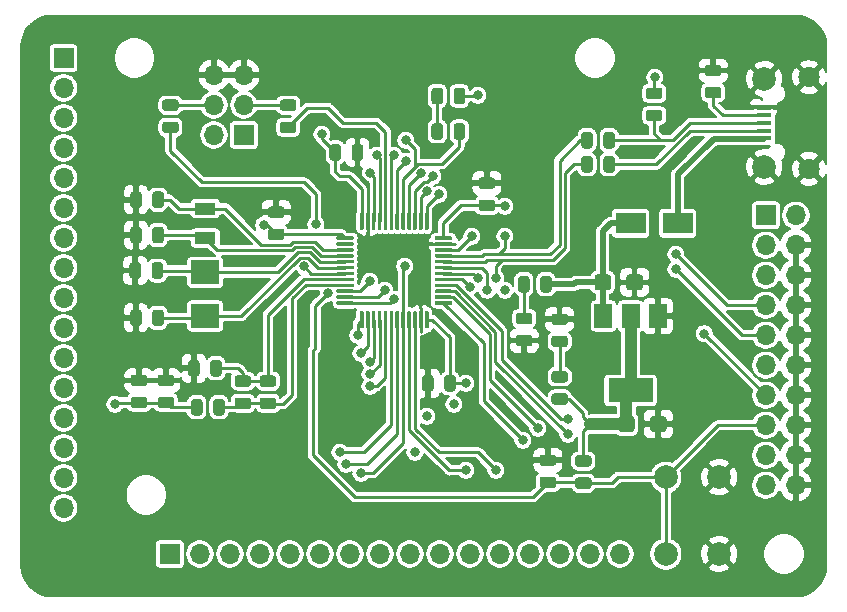
<source format=gbr>
%TF.GenerationSoftware,KiCad,Pcbnew,5.1.6-c6e7f7d~86~ubuntu20.04.1*%
%TF.CreationDate,2020-06-01T13:32:15+02:00*%
%TF.ProjectId,STM32103_Devel,53544d33-3231-4303-935f-446576656c2e,rev?*%
%TF.SameCoordinates,Original*%
%TF.FileFunction,Copper,L1,Top*%
%TF.FilePolarity,Positive*%
%FSLAX46Y46*%
G04 Gerber Fmt 4.6, Leading zero omitted, Abs format (unit mm)*
G04 Created by KiCad (PCBNEW 5.1.6-c6e7f7d~86~ubuntu20.04.1) date 2020-06-01 13:32:15*
%MOMM*%
%LPD*%
G01*
G04 APERTURE LIST*
%TA.AperFunction,ComponentPad*%
%ADD10O,1.700000X1.700000*%
%TD*%
%TA.AperFunction,ComponentPad*%
%ADD11R,1.700000X1.700000*%
%TD*%
%TA.AperFunction,SMDPad,CuDef*%
%ADD12R,1.800000X1.000000*%
%TD*%
%TA.AperFunction,SMDPad,CuDef*%
%ADD13R,2.400000X2.000000*%
%TD*%
%TA.AperFunction,SMDPad,CuDef*%
%ADD14R,1.500000X2.000000*%
%TD*%
%TA.AperFunction,SMDPad,CuDef*%
%ADD15R,3.800000X2.000000*%
%TD*%
%TA.AperFunction,ComponentPad*%
%ADD16C,2.000000*%
%TD*%
%TA.AperFunction,ComponentPad*%
%ADD17C,1.800000*%
%TD*%
%TA.AperFunction,SMDPad,CuDef*%
%ADD18R,1.300000X0.450000*%
%TD*%
%TA.AperFunction,SMDPad,CuDef*%
%ADD19R,2.500000X1.800000*%
%TD*%
%TA.AperFunction,ViaPad*%
%ADD20C,0.800000*%
%TD*%
%TA.AperFunction,Conductor*%
%ADD21C,0.250000*%
%TD*%
%TA.AperFunction,Conductor*%
%ADD22C,1.000000*%
%TD*%
%TA.AperFunction,Conductor*%
%ADD23C,0.500000*%
%TD*%
%TA.AperFunction,Conductor*%
%ADD24C,0.200000*%
%TD*%
G04 APERTURE END LIST*
%TO.P,U1,48*%
%TO.N,VCC*%
%TA.AperFunction,SMDPad,CuDef*%
G36*
G01*
X129100000Y-88500000D02*
X129100000Y-87175000D01*
G75*
G02*
X129175000Y-87100000I75000J0D01*
G01*
X129325000Y-87100000D01*
G75*
G02*
X129400000Y-87175000I0J-75000D01*
G01*
X129400000Y-88500000D01*
G75*
G02*
X129325000Y-88575000I-75000J0D01*
G01*
X129175000Y-88575000D01*
G75*
G02*
X129100000Y-88500000I0J75000D01*
G01*
G37*
%TD.AperFunction*%
%TO.P,U1,47*%
%TO.N,GND*%
%TA.AperFunction,SMDPad,CuDef*%
G36*
G01*
X129600000Y-88500000D02*
X129600000Y-87175000D01*
G75*
G02*
X129675000Y-87100000I75000J0D01*
G01*
X129825000Y-87100000D01*
G75*
G02*
X129900000Y-87175000I0J-75000D01*
G01*
X129900000Y-88500000D01*
G75*
G02*
X129825000Y-88575000I-75000J0D01*
G01*
X129675000Y-88575000D01*
G75*
G02*
X129600000Y-88500000I0J75000D01*
G01*
G37*
%TD.AperFunction*%
%TO.P,U1,46*%
%TO.N,/PB9*%
%TA.AperFunction,SMDPad,CuDef*%
G36*
G01*
X130100000Y-88500000D02*
X130100000Y-87175000D01*
G75*
G02*
X130175000Y-87100000I75000J0D01*
G01*
X130325000Y-87100000D01*
G75*
G02*
X130400000Y-87175000I0J-75000D01*
G01*
X130400000Y-88500000D01*
G75*
G02*
X130325000Y-88575000I-75000J0D01*
G01*
X130175000Y-88575000D01*
G75*
G02*
X130100000Y-88500000I0J75000D01*
G01*
G37*
%TD.AperFunction*%
%TO.P,U1,45*%
%TO.N,/PB8*%
%TA.AperFunction,SMDPad,CuDef*%
G36*
G01*
X130600000Y-88500000D02*
X130600000Y-87175000D01*
G75*
G02*
X130675000Y-87100000I75000J0D01*
G01*
X130825000Y-87100000D01*
G75*
G02*
X130900000Y-87175000I0J-75000D01*
G01*
X130900000Y-88500000D01*
G75*
G02*
X130825000Y-88575000I-75000J0D01*
G01*
X130675000Y-88575000D01*
G75*
G02*
X130600000Y-88500000I0J75000D01*
G01*
G37*
%TD.AperFunction*%
%TO.P,U1,44*%
%TO.N,/BOOT0*%
%TA.AperFunction,SMDPad,CuDef*%
G36*
G01*
X131100000Y-88500000D02*
X131100000Y-87175000D01*
G75*
G02*
X131175000Y-87100000I75000J0D01*
G01*
X131325000Y-87100000D01*
G75*
G02*
X131400000Y-87175000I0J-75000D01*
G01*
X131400000Y-88500000D01*
G75*
G02*
X131325000Y-88575000I-75000J0D01*
G01*
X131175000Y-88575000D01*
G75*
G02*
X131100000Y-88500000I0J75000D01*
G01*
G37*
%TD.AperFunction*%
%TO.P,U1,43*%
%TO.N,/PB7*%
%TA.AperFunction,SMDPad,CuDef*%
G36*
G01*
X131600000Y-88500000D02*
X131600000Y-87175000D01*
G75*
G02*
X131675000Y-87100000I75000J0D01*
G01*
X131825000Y-87100000D01*
G75*
G02*
X131900000Y-87175000I0J-75000D01*
G01*
X131900000Y-88500000D01*
G75*
G02*
X131825000Y-88575000I-75000J0D01*
G01*
X131675000Y-88575000D01*
G75*
G02*
X131600000Y-88500000I0J75000D01*
G01*
G37*
%TD.AperFunction*%
%TO.P,U1,42*%
%TO.N,/PB6*%
%TA.AperFunction,SMDPad,CuDef*%
G36*
G01*
X132100000Y-88500000D02*
X132100000Y-87175000D01*
G75*
G02*
X132175000Y-87100000I75000J0D01*
G01*
X132325000Y-87100000D01*
G75*
G02*
X132400000Y-87175000I0J-75000D01*
G01*
X132400000Y-88500000D01*
G75*
G02*
X132325000Y-88575000I-75000J0D01*
G01*
X132175000Y-88575000D01*
G75*
G02*
X132100000Y-88500000I0J75000D01*
G01*
G37*
%TD.AperFunction*%
%TO.P,U1,41*%
%TO.N,/PB5*%
%TA.AperFunction,SMDPad,CuDef*%
G36*
G01*
X132600000Y-88500000D02*
X132600000Y-87175000D01*
G75*
G02*
X132675000Y-87100000I75000J0D01*
G01*
X132825000Y-87100000D01*
G75*
G02*
X132900000Y-87175000I0J-75000D01*
G01*
X132900000Y-88500000D01*
G75*
G02*
X132825000Y-88575000I-75000J0D01*
G01*
X132675000Y-88575000D01*
G75*
G02*
X132600000Y-88500000I0J75000D01*
G01*
G37*
%TD.AperFunction*%
%TO.P,U1,40*%
%TO.N,/PB4*%
%TA.AperFunction,SMDPad,CuDef*%
G36*
G01*
X133100000Y-88500000D02*
X133100000Y-87175000D01*
G75*
G02*
X133175000Y-87100000I75000J0D01*
G01*
X133325000Y-87100000D01*
G75*
G02*
X133400000Y-87175000I0J-75000D01*
G01*
X133400000Y-88500000D01*
G75*
G02*
X133325000Y-88575000I-75000J0D01*
G01*
X133175000Y-88575000D01*
G75*
G02*
X133100000Y-88500000I0J75000D01*
G01*
G37*
%TD.AperFunction*%
%TO.P,U1,39*%
%TO.N,/PB3*%
%TA.AperFunction,SMDPad,CuDef*%
G36*
G01*
X133600000Y-88500000D02*
X133600000Y-87175000D01*
G75*
G02*
X133675000Y-87100000I75000J0D01*
G01*
X133825000Y-87100000D01*
G75*
G02*
X133900000Y-87175000I0J-75000D01*
G01*
X133900000Y-88500000D01*
G75*
G02*
X133825000Y-88575000I-75000J0D01*
G01*
X133675000Y-88575000D01*
G75*
G02*
X133600000Y-88500000I0J75000D01*
G01*
G37*
%TD.AperFunction*%
%TO.P,U1,38*%
%TO.N,/PA15*%
%TA.AperFunction,SMDPad,CuDef*%
G36*
G01*
X134100000Y-88500000D02*
X134100000Y-87175000D01*
G75*
G02*
X134175000Y-87100000I75000J0D01*
G01*
X134325000Y-87100000D01*
G75*
G02*
X134400000Y-87175000I0J-75000D01*
G01*
X134400000Y-88500000D01*
G75*
G02*
X134325000Y-88575000I-75000J0D01*
G01*
X134175000Y-88575000D01*
G75*
G02*
X134100000Y-88500000I0J75000D01*
G01*
G37*
%TD.AperFunction*%
%TO.P,U1,37*%
%TO.N,/PA14*%
%TA.AperFunction,SMDPad,CuDef*%
G36*
G01*
X134600000Y-88500000D02*
X134600000Y-87175000D01*
G75*
G02*
X134675000Y-87100000I75000J0D01*
G01*
X134825000Y-87100000D01*
G75*
G02*
X134900000Y-87175000I0J-75000D01*
G01*
X134900000Y-88500000D01*
G75*
G02*
X134825000Y-88575000I-75000J0D01*
G01*
X134675000Y-88575000D01*
G75*
G02*
X134600000Y-88500000I0J75000D01*
G01*
G37*
%TD.AperFunction*%
%TO.P,U1,36*%
%TO.N,VCC*%
%TA.AperFunction,SMDPad,CuDef*%
G36*
G01*
X135425000Y-89325000D02*
X135425000Y-89175000D01*
G75*
G02*
X135500000Y-89100000I75000J0D01*
G01*
X136825000Y-89100000D01*
G75*
G02*
X136900000Y-89175000I0J-75000D01*
G01*
X136900000Y-89325000D01*
G75*
G02*
X136825000Y-89400000I-75000J0D01*
G01*
X135500000Y-89400000D01*
G75*
G02*
X135425000Y-89325000I0J75000D01*
G01*
G37*
%TD.AperFunction*%
%TO.P,U1,35*%
%TO.N,GND*%
%TA.AperFunction,SMDPad,CuDef*%
G36*
G01*
X135425000Y-89825000D02*
X135425000Y-89675000D01*
G75*
G02*
X135500000Y-89600000I75000J0D01*
G01*
X136825000Y-89600000D01*
G75*
G02*
X136900000Y-89675000I0J-75000D01*
G01*
X136900000Y-89825000D01*
G75*
G02*
X136825000Y-89900000I-75000J0D01*
G01*
X135500000Y-89900000D01*
G75*
G02*
X135425000Y-89825000I0J75000D01*
G01*
G37*
%TD.AperFunction*%
%TO.P,U1,34*%
%TO.N,/PA13*%
%TA.AperFunction,SMDPad,CuDef*%
G36*
G01*
X135425000Y-90325000D02*
X135425000Y-90175000D01*
G75*
G02*
X135500000Y-90100000I75000J0D01*
G01*
X136825000Y-90100000D01*
G75*
G02*
X136900000Y-90175000I0J-75000D01*
G01*
X136900000Y-90325000D01*
G75*
G02*
X136825000Y-90400000I-75000J0D01*
G01*
X135500000Y-90400000D01*
G75*
G02*
X135425000Y-90325000I0J75000D01*
G01*
G37*
%TD.AperFunction*%
%TO.P,U1,33*%
%TO.N,/PA12*%
%TA.AperFunction,SMDPad,CuDef*%
G36*
G01*
X135425000Y-90825000D02*
X135425000Y-90675000D01*
G75*
G02*
X135500000Y-90600000I75000J0D01*
G01*
X136825000Y-90600000D01*
G75*
G02*
X136900000Y-90675000I0J-75000D01*
G01*
X136900000Y-90825000D01*
G75*
G02*
X136825000Y-90900000I-75000J0D01*
G01*
X135500000Y-90900000D01*
G75*
G02*
X135425000Y-90825000I0J75000D01*
G01*
G37*
%TD.AperFunction*%
%TO.P,U1,32*%
%TO.N,/PA11*%
%TA.AperFunction,SMDPad,CuDef*%
G36*
G01*
X135425000Y-91325000D02*
X135425000Y-91175000D01*
G75*
G02*
X135500000Y-91100000I75000J0D01*
G01*
X136825000Y-91100000D01*
G75*
G02*
X136900000Y-91175000I0J-75000D01*
G01*
X136900000Y-91325000D01*
G75*
G02*
X136825000Y-91400000I-75000J0D01*
G01*
X135500000Y-91400000D01*
G75*
G02*
X135425000Y-91325000I0J75000D01*
G01*
G37*
%TD.AperFunction*%
%TO.P,U1,31*%
%TO.N,/PA10*%
%TA.AperFunction,SMDPad,CuDef*%
G36*
G01*
X135425000Y-91825000D02*
X135425000Y-91675000D01*
G75*
G02*
X135500000Y-91600000I75000J0D01*
G01*
X136825000Y-91600000D01*
G75*
G02*
X136900000Y-91675000I0J-75000D01*
G01*
X136900000Y-91825000D01*
G75*
G02*
X136825000Y-91900000I-75000J0D01*
G01*
X135500000Y-91900000D01*
G75*
G02*
X135425000Y-91825000I0J75000D01*
G01*
G37*
%TD.AperFunction*%
%TO.P,U1,30*%
%TO.N,/PA9*%
%TA.AperFunction,SMDPad,CuDef*%
G36*
G01*
X135425000Y-92325000D02*
X135425000Y-92175000D01*
G75*
G02*
X135500000Y-92100000I75000J0D01*
G01*
X136825000Y-92100000D01*
G75*
G02*
X136900000Y-92175000I0J-75000D01*
G01*
X136900000Y-92325000D01*
G75*
G02*
X136825000Y-92400000I-75000J0D01*
G01*
X135500000Y-92400000D01*
G75*
G02*
X135425000Y-92325000I0J75000D01*
G01*
G37*
%TD.AperFunction*%
%TO.P,U1,29*%
%TO.N,/PA8*%
%TA.AperFunction,SMDPad,CuDef*%
G36*
G01*
X135425000Y-92825000D02*
X135425000Y-92675000D01*
G75*
G02*
X135500000Y-92600000I75000J0D01*
G01*
X136825000Y-92600000D01*
G75*
G02*
X136900000Y-92675000I0J-75000D01*
G01*
X136900000Y-92825000D01*
G75*
G02*
X136825000Y-92900000I-75000J0D01*
G01*
X135500000Y-92900000D01*
G75*
G02*
X135425000Y-92825000I0J75000D01*
G01*
G37*
%TD.AperFunction*%
%TO.P,U1,28*%
%TO.N,/PB15*%
%TA.AperFunction,SMDPad,CuDef*%
G36*
G01*
X135425000Y-93325000D02*
X135425000Y-93175000D01*
G75*
G02*
X135500000Y-93100000I75000J0D01*
G01*
X136825000Y-93100000D01*
G75*
G02*
X136900000Y-93175000I0J-75000D01*
G01*
X136900000Y-93325000D01*
G75*
G02*
X136825000Y-93400000I-75000J0D01*
G01*
X135500000Y-93400000D01*
G75*
G02*
X135425000Y-93325000I0J75000D01*
G01*
G37*
%TD.AperFunction*%
%TO.P,U1,27*%
%TO.N,/PB14*%
%TA.AperFunction,SMDPad,CuDef*%
G36*
G01*
X135425000Y-93825000D02*
X135425000Y-93675000D01*
G75*
G02*
X135500000Y-93600000I75000J0D01*
G01*
X136825000Y-93600000D01*
G75*
G02*
X136900000Y-93675000I0J-75000D01*
G01*
X136900000Y-93825000D01*
G75*
G02*
X136825000Y-93900000I-75000J0D01*
G01*
X135500000Y-93900000D01*
G75*
G02*
X135425000Y-93825000I0J75000D01*
G01*
G37*
%TD.AperFunction*%
%TO.P,U1,26*%
%TO.N,/PB13*%
%TA.AperFunction,SMDPad,CuDef*%
G36*
G01*
X135425000Y-94325000D02*
X135425000Y-94175000D01*
G75*
G02*
X135500000Y-94100000I75000J0D01*
G01*
X136825000Y-94100000D01*
G75*
G02*
X136900000Y-94175000I0J-75000D01*
G01*
X136900000Y-94325000D01*
G75*
G02*
X136825000Y-94400000I-75000J0D01*
G01*
X135500000Y-94400000D01*
G75*
G02*
X135425000Y-94325000I0J75000D01*
G01*
G37*
%TD.AperFunction*%
%TO.P,U1,25*%
%TO.N,/PB12*%
%TA.AperFunction,SMDPad,CuDef*%
G36*
G01*
X135425000Y-94825000D02*
X135425000Y-94675000D01*
G75*
G02*
X135500000Y-94600000I75000J0D01*
G01*
X136825000Y-94600000D01*
G75*
G02*
X136900000Y-94675000I0J-75000D01*
G01*
X136900000Y-94825000D01*
G75*
G02*
X136825000Y-94900000I-75000J0D01*
G01*
X135500000Y-94900000D01*
G75*
G02*
X135425000Y-94825000I0J75000D01*
G01*
G37*
%TD.AperFunction*%
%TO.P,U1,24*%
%TO.N,VCC*%
%TA.AperFunction,SMDPad,CuDef*%
G36*
G01*
X134600000Y-96825000D02*
X134600000Y-95500000D01*
G75*
G02*
X134675000Y-95425000I75000J0D01*
G01*
X134825000Y-95425000D01*
G75*
G02*
X134900000Y-95500000I0J-75000D01*
G01*
X134900000Y-96825000D01*
G75*
G02*
X134825000Y-96900000I-75000J0D01*
G01*
X134675000Y-96900000D01*
G75*
G02*
X134600000Y-96825000I0J75000D01*
G01*
G37*
%TD.AperFunction*%
%TO.P,U1,23*%
%TO.N,GND*%
%TA.AperFunction,SMDPad,CuDef*%
G36*
G01*
X134100000Y-96825000D02*
X134100000Y-95500000D01*
G75*
G02*
X134175000Y-95425000I75000J0D01*
G01*
X134325000Y-95425000D01*
G75*
G02*
X134400000Y-95500000I0J-75000D01*
G01*
X134400000Y-96825000D01*
G75*
G02*
X134325000Y-96900000I-75000J0D01*
G01*
X134175000Y-96900000D01*
G75*
G02*
X134100000Y-96825000I0J75000D01*
G01*
G37*
%TD.AperFunction*%
%TO.P,U1,22*%
%TO.N,/PB11*%
%TA.AperFunction,SMDPad,CuDef*%
G36*
G01*
X133600000Y-96825000D02*
X133600000Y-95500000D01*
G75*
G02*
X133675000Y-95425000I75000J0D01*
G01*
X133825000Y-95425000D01*
G75*
G02*
X133900000Y-95500000I0J-75000D01*
G01*
X133900000Y-96825000D01*
G75*
G02*
X133825000Y-96900000I-75000J0D01*
G01*
X133675000Y-96900000D01*
G75*
G02*
X133600000Y-96825000I0J75000D01*
G01*
G37*
%TD.AperFunction*%
%TO.P,U1,21*%
%TO.N,/PB10*%
%TA.AperFunction,SMDPad,CuDef*%
G36*
G01*
X133100000Y-96825000D02*
X133100000Y-95500000D01*
G75*
G02*
X133175000Y-95425000I75000J0D01*
G01*
X133325000Y-95425000D01*
G75*
G02*
X133400000Y-95500000I0J-75000D01*
G01*
X133400000Y-96825000D01*
G75*
G02*
X133325000Y-96900000I-75000J0D01*
G01*
X133175000Y-96900000D01*
G75*
G02*
X133100000Y-96825000I0J75000D01*
G01*
G37*
%TD.AperFunction*%
%TO.P,U1,20*%
%TO.N,/BOOT1*%
%TA.AperFunction,SMDPad,CuDef*%
G36*
G01*
X132600000Y-96825000D02*
X132600000Y-95500000D01*
G75*
G02*
X132675000Y-95425000I75000J0D01*
G01*
X132825000Y-95425000D01*
G75*
G02*
X132900000Y-95500000I0J-75000D01*
G01*
X132900000Y-96825000D01*
G75*
G02*
X132825000Y-96900000I-75000J0D01*
G01*
X132675000Y-96900000D01*
G75*
G02*
X132600000Y-96825000I0J75000D01*
G01*
G37*
%TD.AperFunction*%
%TO.P,U1,19*%
%TO.N,/PB1*%
%TA.AperFunction,SMDPad,CuDef*%
G36*
G01*
X132100000Y-96825000D02*
X132100000Y-95500000D01*
G75*
G02*
X132175000Y-95425000I75000J0D01*
G01*
X132325000Y-95425000D01*
G75*
G02*
X132400000Y-95500000I0J-75000D01*
G01*
X132400000Y-96825000D01*
G75*
G02*
X132325000Y-96900000I-75000J0D01*
G01*
X132175000Y-96900000D01*
G75*
G02*
X132100000Y-96825000I0J75000D01*
G01*
G37*
%TD.AperFunction*%
%TO.P,U1,18*%
%TO.N,/PB0*%
%TA.AperFunction,SMDPad,CuDef*%
G36*
G01*
X131600000Y-96825000D02*
X131600000Y-95500000D01*
G75*
G02*
X131675000Y-95425000I75000J0D01*
G01*
X131825000Y-95425000D01*
G75*
G02*
X131900000Y-95500000I0J-75000D01*
G01*
X131900000Y-96825000D01*
G75*
G02*
X131825000Y-96900000I-75000J0D01*
G01*
X131675000Y-96900000D01*
G75*
G02*
X131600000Y-96825000I0J75000D01*
G01*
G37*
%TD.AperFunction*%
%TO.P,U1,17*%
%TO.N,/PA7*%
%TA.AperFunction,SMDPad,CuDef*%
G36*
G01*
X131100000Y-96825000D02*
X131100000Y-95500000D01*
G75*
G02*
X131175000Y-95425000I75000J0D01*
G01*
X131325000Y-95425000D01*
G75*
G02*
X131400000Y-95500000I0J-75000D01*
G01*
X131400000Y-96825000D01*
G75*
G02*
X131325000Y-96900000I-75000J0D01*
G01*
X131175000Y-96900000D01*
G75*
G02*
X131100000Y-96825000I0J75000D01*
G01*
G37*
%TD.AperFunction*%
%TO.P,U1,16*%
%TO.N,/PA6*%
%TA.AperFunction,SMDPad,CuDef*%
G36*
G01*
X130600000Y-96825000D02*
X130600000Y-95500000D01*
G75*
G02*
X130675000Y-95425000I75000J0D01*
G01*
X130825000Y-95425000D01*
G75*
G02*
X130900000Y-95500000I0J-75000D01*
G01*
X130900000Y-96825000D01*
G75*
G02*
X130825000Y-96900000I-75000J0D01*
G01*
X130675000Y-96900000D01*
G75*
G02*
X130600000Y-96825000I0J75000D01*
G01*
G37*
%TD.AperFunction*%
%TO.P,U1,15*%
%TO.N,/PA5*%
%TA.AperFunction,SMDPad,CuDef*%
G36*
G01*
X130100000Y-96825000D02*
X130100000Y-95500000D01*
G75*
G02*
X130175000Y-95425000I75000J0D01*
G01*
X130325000Y-95425000D01*
G75*
G02*
X130400000Y-95500000I0J-75000D01*
G01*
X130400000Y-96825000D01*
G75*
G02*
X130325000Y-96900000I-75000J0D01*
G01*
X130175000Y-96900000D01*
G75*
G02*
X130100000Y-96825000I0J75000D01*
G01*
G37*
%TD.AperFunction*%
%TO.P,U1,14*%
%TO.N,/PA4*%
%TA.AperFunction,SMDPad,CuDef*%
G36*
G01*
X129600000Y-96825000D02*
X129600000Y-95500000D01*
G75*
G02*
X129675000Y-95425000I75000J0D01*
G01*
X129825000Y-95425000D01*
G75*
G02*
X129900000Y-95500000I0J-75000D01*
G01*
X129900000Y-96825000D01*
G75*
G02*
X129825000Y-96900000I-75000J0D01*
G01*
X129675000Y-96900000D01*
G75*
G02*
X129600000Y-96825000I0J75000D01*
G01*
G37*
%TD.AperFunction*%
%TO.P,U1,13*%
%TO.N,/PA3*%
%TA.AperFunction,SMDPad,CuDef*%
G36*
G01*
X129100000Y-96825000D02*
X129100000Y-95500000D01*
G75*
G02*
X129175000Y-95425000I75000J0D01*
G01*
X129325000Y-95425000D01*
G75*
G02*
X129400000Y-95500000I0J-75000D01*
G01*
X129400000Y-96825000D01*
G75*
G02*
X129325000Y-96900000I-75000J0D01*
G01*
X129175000Y-96900000D01*
G75*
G02*
X129100000Y-96825000I0J75000D01*
G01*
G37*
%TD.AperFunction*%
%TO.P,U1,12*%
%TO.N,/PA2*%
%TA.AperFunction,SMDPad,CuDef*%
G36*
G01*
X127100000Y-94825000D02*
X127100000Y-94675000D01*
G75*
G02*
X127175000Y-94600000I75000J0D01*
G01*
X128500000Y-94600000D01*
G75*
G02*
X128575000Y-94675000I0J-75000D01*
G01*
X128575000Y-94825000D01*
G75*
G02*
X128500000Y-94900000I-75000J0D01*
G01*
X127175000Y-94900000D01*
G75*
G02*
X127100000Y-94825000I0J75000D01*
G01*
G37*
%TD.AperFunction*%
%TO.P,U1,11*%
%TO.N,/PA1*%
%TA.AperFunction,SMDPad,CuDef*%
G36*
G01*
X127100000Y-94325000D02*
X127100000Y-94175000D01*
G75*
G02*
X127175000Y-94100000I75000J0D01*
G01*
X128500000Y-94100000D01*
G75*
G02*
X128575000Y-94175000I0J-75000D01*
G01*
X128575000Y-94325000D01*
G75*
G02*
X128500000Y-94400000I-75000J0D01*
G01*
X127175000Y-94400000D01*
G75*
G02*
X127100000Y-94325000I0J75000D01*
G01*
G37*
%TD.AperFunction*%
%TO.P,U1,10*%
%TO.N,/PA0*%
%TA.AperFunction,SMDPad,CuDef*%
G36*
G01*
X127100000Y-93825000D02*
X127100000Y-93675000D01*
G75*
G02*
X127175000Y-93600000I75000J0D01*
G01*
X128500000Y-93600000D01*
G75*
G02*
X128575000Y-93675000I0J-75000D01*
G01*
X128575000Y-93825000D01*
G75*
G02*
X128500000Y-93900000I-75000J0D01*
G01*
X127175000Y-93900000D01*
G75*
G02*
X127100000Y-93825000I0J75000D01*
G01*
G37*
%TD.AperFunction*%
%TO.P,U1,9*%
%TO.N,VDDA*%
%TA.AperFunction,SMDPad,CuDef*%
G36*
G01*
X127100000Y-93325000D02*
X127100000Y-93175000D01*
G75*
G02*
X127175000Y-93100000I75000J0D01*
G01*
X128500000Y-93100000D01*
G75*
G02*
X128575000Y-93175000I0J-75000D01*
G01*
X128575000Y-93325000D01*
G75*
G02*
X128500000Y-93400000I-75000J0D01*
G01*
X127175000Y-93400000D01*
G75*
G02*
X127100000Y-93325000I0J75000D01*
G01*
G37*
%TD.AperFunction*%
%TO.P,U1,8*%
%TO.N,GNDA*%
%TA.AperFunction,SMDPad,CuDef*%
G36*
G01*
X127100000Y-92825000D02*
X127100000Y-92675000D01*
G75*
G02*
X127175000Y-92600000I75000J0D01*
G01*
X128500000Y-92600000D01*
G75*
G02*
X128575000Y-92675000I0J-75000D01*
G01*
X128575000Y-92825000D01*
G75*
G02*
X128500000Y-92900000I-75000J0D01*
G01*
X127175000Y-92900000D01*
G75*
G02*
X127100000Y-92825000I0J75000D01*
G01*
G37*
%TD.AperFunction*%
%TO.P,U1,7*%
%TO.N,/RST*%
%TA.AperFunction,SMDPad,CuDef*%
G36*
G01*
X127100000Y-92325000D02*
X127100000Y-92175000D01*
G75*
G02*
X127175000Y-92100000I75000J0D01*
G01*
X128500000Y-92100000D01*
G75*
G02*
X128575000Y-92175000I0J-75000D01*
G01*
X128575000Y-92325000D01*
G75*
G02*
X128500000Y-92400000I-75000J0D01*
G01*
X127175000Y-92400000D01*
G75*
G02*
X127100000Y-92325000I0J75000D01*
G01*
G37*
%TD.AperFunction*%
%TO.P,U1,6*%
%TO.N,/OSC_OUT*%
%TA.AperFunction,SMDPad,CuDef*%
G36*
G01*
X127100000Y-91825000D02*
X127100000Y-91675000D01*
G75*
G02*
X127175000Y-91600000I75000J0D01*
G01*
X128500000Y-91600000D01*
G75*
G02*
X128575000Y-91675000I0J-75000D01*
G01*
X128575000Y-91825000D01*
G75*
G02*
X128500000Y-91900000I-75000J0D01*
G01*
X127175000Y-91900000D01*
G75*
G02*
X127100000Y-91825000I0J75000D01*
G01*
G37*
%TD.AperFunction*%
%TO.P,U1,5*%
%TO.N,/OSC_IN*%
%TA.AperFunction,SMDPad,CuDef*%
G36*
G01*
X127100000Y-91325000D02*
X127100000Y-91175000D01*
G75*
G02*
X127175000Y-91100000I75000J0D01*
G01*
X128500000Y-91100000D01*
G75*
G02*
X128575000Y-91175000I0J-75000D01*
G01*
X128575000Y-91325000D01*
G75*
G02*
X128500000Y-91400000I-75000J0D01*
G01*
X127175000Y-91400000D01*
G75*
G02*
X127100000Y-91325000I0J75000D01*
G01*
G37*
%TD.AperFunction*%
%TO.P,U1,4*%
%TO.N,/OSC32_IN*%
%TA.AperFunction,SMDPad,CuDef*%
G36*
G01*
X127100000Y-90825000D02*
X127100000Y-90675000D01*
G75*
G02*
X127175000Y-90600000I75000J0D01*
G01*
X128500000Y-90600000D01*
G75*
G02*
X128575000Y-90675000I0J-75000D01*
G01*
X128575000Y-90825000D01*
G75*
G02*
X128500000Y-90900000I-75000J0D01*
G01*
X127175000Y-90900000D01*
G75*
G02*
X127100000Y-90825000I0J75000D01*
G01*
G37*
%TD.AperFunction*%
%TO.P,U1,3*%
%TO.N,/OSC32_OUT*%
%TA.AperFunction,SMDPad,CuDef*%
G36*
G01*
X127100000Y-90325000D02*
X127100000Y-90175000D01*
G75*
G02*
X127175000Y-90100000I75000J0D01*
G01*
X128500000Y-90100000D01*
G75*
G02*
X128575000Y-90175000I0J-75000D01*
G01*
X128575000Y-90325000D01*
G75*
G02*
X128500000Y-90400000I-75000J0D01*
G01*
X127175000Y-90400000D01*
G75*
G02*
X127100000Y-90325000I0J75000D01*
G01*
G37*
%TD.AperFunction*%
%TO.P,U1,2*%
%TO.N,/PC13*%
%TA.AperFunction,SMDPad,CuDef*%
G36*
G01*
X127100000Y-89825000D02*
X127100000Y-89675000D01*
G75*
G02*
X127175000Y-89600000I75000J0D01*
G01*
X128500000Y-89600000D01*
G75*
G02*
X128575000Y-89675000I0J-75000D01*
G01*
X128575000Y-89825000D01*
G75*
G02*
X128500000Y-89900000I-75000J0D01*
G01*
X127175000Y-89900000D01*
G75*
G02*
X127100000Y-89825000I0J75000D01*
G01*
G37*
%TD.AperFunction*%
%TO.P,U1,1*%
%TO.N,VCC*%
%TA.AperFunction,SMDPad,CuDef*%
G36*
G01*
X127100000Y-89325000D02*
X127100000Y-89175000D01*
G75*
G02*
X127175000Y-89100000I75000J0D01*
G01*
X128500000Y-89100000D01*
G75*
G02*
X128575000Y-89175000I0J-75000D01*
G01*
X128575000Y-89325000D01*
G75*
G02*
X128500000Y-89400000I-75000J0D01*
G01*
X127175000Y-89400000D01*
G75*
G02*
X127100000Y-89325000I0J75000D01*
G01*
G37*
%TD.AperFunction*%
%TD*%
%TO.P,C7,2*%
%TO.N,VCC*%
%TA.AperFunction,SMDPad,CuDef*%
G36*
G01*
X127487500Y-81543750D02*
X127487500Y-82456250D01*
G75*
G02*
X127243750Y-82700000I-243750J0D01*
G01*
X126756250Y-82700000D01*
G75*
G02*
X126512500Y-82456250I0J243750D01*
G01*
X126512500Y-81543750D01*
G75*
G02*
X126756250Y-81300000I243750J0D01*
G01*
X127243750Y-81300000D01*
G75*
G02*
X127487500Y-81543750I0J-243750D01*
G01*
G37*
%TD.AperFunction*%
%TO.P,C7,1*%
%TO.N,GND*%
%TA.AperFunction,SMDPad,CuDef*%
G36*
G01*
X129362500Y-81543750D02*
X129362500Y-82456250D01*
G75*
G02*
X129118750Y-82700000I-243750J0D01*
G01*
X128631250Y-82700000D01*
G75*
G02*
X128387500Y-82456250I0J243750D01*
G01*
X128387500Y-81543750D01*
G75*
G02*
X128631250Y-81300000I243750J0D01*
G01*
X129118750Y-81300000D01*
G75*
G02*
X129362500Y-81543750I0J-243750D01*
G01*
G37*
%TD.AperFunction*%
%TD*%
D10*
%TO.P,J5,16*%
%TO.N,/PB15*%
X151100000Y-116000000D03*
%TO.P,J5,15*%
%TO.N,/PB14*%
X148560000Y-116000000D03*
%TO.P,J5,14*%
%TO.N,/PB13*%
X146020000Y-116000000D03*
%TO.P,J5,13*%
%TO.N,/PB12*%
X143480000Y-116000000D03*
%TO.P,J5,12*%
%TO.N,/PB11*%
X140940000Y-116000000D03*
%TO.P,J5,11*%
%TO.N,/PB10*%
X138400000Y-116000000D03*
%TO.P,J5,10*%
%TO.N,/PB9*%
X135860000Y-116000000D03*
%TO.P,J5,9*%
%TO.N,/PB8*%
X133320000Y-116000000D03*
%TO.P,J5,8*%
%TO.N,/PB7*%
X130780000Y-116000000D03*
%TO.P,J5,7*%
%TO.N,/PB6*%
X128240000Y-116000000D03*
%TO.P,J5,6*%
%TO.N,/PB5*%
X125700000Y-116000000D03*
%TO.P,J5,5*%
%TO.N,/PB4*%
X123160000Y-116000000D03*
%TO.P,J5,4*%
%TO.N,/PB3*%
X120620000Y-116000000D03*
%TO.P,J5,3*%
%TO.N,/BOOT1*%
X118080000Y-116000000D03*
%TO.P,J5,2*%
%TO.N,/PB1*%
X115540000Y-116000000D03*
D11*
%TO.P,J5,1*%
%TO.N,/PB0*%
X113000000Y-116000000D03*
%TD*%
D10*
%TO.P,J3,20*%
%TO.N,GND*%
X166002000Y-110180000D03*
%TO.P,J3,19*%
%TO.N,Net-(J3-Pad19)*%
X163462000Y-110180000D03*
%TO.P,J3,18*%
%TO.N,GND*%
X166002000Y-107640000D03*
%TO.P,J3,17*%
%TO.N,Net-(J3-Pad17)*%
X163462000Y-107640000D03*
%TO.P,J3,16*%
%TO.N,GND*%
X166002000Y-105100000D03*
%TO.P,J3,15*%
%TO.N,/RST*%
X163462000Y-105100000D03*
%TO.P,J3,14*%
%TO.N,GND*%
X166002000Y-102560000D03*
%TO.P,J3,13*%
%TO.N,/PB3*%
X163462000Y-102560000D03*
%TO.P,J3,12*%
%TO.N,GND*%
X166002000Y-100020000D03*
%TO.P,J3,11*%
%TO.N,Net-(J3-Pad11)*%
X163462000Y-100020000D03*
%TO.P,J3,10*%
%TO.N,GND*%
X166002000Y-97480000D03*
%TO.P,J3,9*%
%TO.N,/PA14*%
X163462000Y-97480000D03*
%TO.P,J3,8*%
%TO.N,GND*%
X166002000Y-94940000D03*
%TO.P,J3,7*%
%TO.N,/PA13*%
X163462000Y-94940000D03*
%TO.P,J3,6*%
%TO.N,GND*%
X166002000Y-92400000D03*
%TO.P,J3,5*%
%TO.N,Net-(J3-Pad5)*%
X163462000Y-92400000D03*
%TO.P,J3,4*%
%TO.N,GND*%
X166002000Y-89860000D03*
%TO.P,J3,3*%
%TO.N,Net-(J3-Pad3)*%
X163462000Y-89860000D03*
%TO.P,J3,2*%
%TO.N,VCC*%
X166002000Y-87320000D03*
D11*
%TO.P,J3,1*%
X163462000Y-87320000D03*
%TD*%
D10*
%TO.P,J4,16*%
%TO.N,/PA15*%
X104000000Y-112100000D03*
%TO.P,J4,15*%
%TO.N,/PA14*%
X104000000Y-109560000D03*
%TO.P,J4,14*%
%TO.N,/PA13*%
X104000000Y-107020000D03*
%TO.P,J4,13*%
%TO.N,/PA12*%
X104000000Y-104480000D03*
%TO.P,J4,12*%
%TO.N,/PA11*%
X104000000Y-101940000D03*
%TO.P,J4,11*%
%TO.N,/PA10*%
X104000000Y-99400000D03*
%TO.P,J4,10*%
%TO.N,/PA9*%
X104000000Y-96860000D03*
%TO.P,J4,9*%
%TO.N,/PA8*%
X104000000Y-94320000D03*
%TO.P,J4,8*%
%TO.N,/PA7*%
X104000000Y-91780000D03*
%TO.P,J4,7*%
%TO.N,/PA6*%
X104000000Y-89240000D03*
%TO.P,J4,6*%
%TO.N,/PA5*%
X104000000Y-86700000D03*
%TO.P,J4,5*%
%TO.N,/PA4*%
X104000000Y-84160000D03*
%TO.P,J4,4*%
%TO.N,/PA3*%
X104000000Y-81620000D03*
%TO.P,J4,3*%
%TO.N,/PA2*%
X104000000Y-79080000D03*
%TO.P,J4,2*%
%TO.N,/PA1*%
X104000000Y-76540000D03*
D11*
%TO.P,J4,1*%
%TO.N,/PA0*%
X104000000Y-74000000D03*
%TD*%
D12*
%TO.P,Y2,2*%
%TO.N,/OSC32_OUT*%
X116000000Y-86750000D03*
%TO.P,Y2,1*%
%TO.N,/OSC32_IN*%
X116000000Y-89250000D03*
%TD*%
D13*
%TO.P,Y1,2*%
%TO.N,/OSC_OUT*%
X116000000Y-95850000D03*
%TO.P,Y1,1*%
%TO.N,/OSC_IN*%
X116000000Y-92150000D03*
%TD*%
D14*
%TO.P,U2,1*%
%TO.N,GND*%
X154300000Y-95850000D03*
%TO.P,U2,3*%
%TO.N,+5V*%
X149700000Y-95850000D03*
%TO.P,U2,2*%
%TO.N,VCC*%
X152000000Y-95850000D03*
D15*
X152000000Y-102150000D03*
%TD*%
D16*
%TO.P,SW1,1*%
%TO.N,/RST*%
X155000000Y-109500000D03*
%TO.P,SW1,2*%
%TO.N,GND*%
X159500000Y-109500000D03*
%TO.P,SW1,1*%
%TO.N,/RST*%
X155000000Y-116000000D03*
%TO.P,SW1,2*%
%TO.N,GND*%
X159500000Y-116000000D03*
%TD*%
%TO.P,R10,2*%
%TO.N,/PA11*%
%TA.AperFunction,SMDPad,CuDef*%
G36*
G01*
X148804000Y-82559750D02*
X148804000Y-83472250D01*
G75*
G02*
X148560250Y-83716000I-243750J0D01*
G01*
X148072750Y-83716000D01*
G75*
G02*
X147829000Y-83472250I0J243750D01*
G01*
X147829000Y-82559750D01*
G75*
G02*
X148072750Y-82316000I243750J0D01*
G01*
X148560250Y-82316000D01*
G75*
G02*
X148804000Y-82559750I0J-243750D01*
G01*
G37*
%TD.AperFunction*%
%TO.P,R10,1*%
%TO.N,Net-(J2-Pad2)*%
%TA.AperFunction,SMDPad,CuDef*%
G36*
G01*
X150679000Y-82559750D02*
X150679000Y-83472250D01*
G75*
G02*
X150435250Y-83716000I-243750J0D01*
G01*
X149947750Y-83716000D01*
G75*
G02*
X149704000Y-83472250I0J243750D01*
G01*
X149704000Y-82559750D01*
G75*
G02*
X149947750Y-82316000I243750J0D01*
G01*
X150435250Y-82316000D01*
G75*
G02*
X150679000Y-82559750I0J-243750D01*
G01*
G37*
%TD.AperFunction*%
%TD*%
%TO.P,R9,2*%
%TO.N,Net-(J2-Pad3)*%
%TA.AperFunction,SMDPad,CuDef*%
G36*
G01*
X149704000Y-81426250D02*
X149704000Y-80513750D01*
G75*
G02*
X149947750Y-80270000I243750J0D01*
G01*
X150435250Y-80270000D01*
G75*
G02*
X150679000Y-80513750I0J-243750D01*
G01*
X150679000Y-81426250D01*
G75*
G02*
X150435250Y-81670000I-243750J0D01*
G01*
X149947750Y-81670000D01*
G75*
G02*
X149704000Y-81426250I0J243750D01*
G01*
G37*
%TD.AperFunction*%
%TO.P,R9,1*%
%TO.N,/PA12*%
%TA.AperFunction,SMDPad,CuDef*%
G36*
G01*
X147829000Y-81426250D02*
X147829000Y-80513750D01*
G75*
G02*
X148072750Y-80270000I243750J0D01*
G01*
X148560250Y-80270000D01*
G75*
G02*
X148804000Y-80513750I0J-243750D01*
G01*
X148804000Y-81426250D01*
G75*
G02*
X148560250Y-81670000I-243750J0D01*
G01*
X148072750Y-81670000D01*
G75*
G02*
X147829000Y-81426250I0J243750D01*
G01*
G37*
%TD.AperFunction*%
%TD*%
%TO.P,R8,2*%
%TO.N,VCC*%
%TA.AperFunction,SMDPad,CuDef*%
G36*
G01*
X154456250Y-77487500D02*
X153543750Y-77487500D01*
G75*
G02*
X153300000Y-77243750I0J243750D01*
G01*
X153300000Y-76756250D01*
G75*
G02*
X153543750Y-76512500I243750J0D01*
G01*
X154456250Y-76512500D01*
G75*
G02*
X154700000Y-76756250I0J-243750D01*
G01*
X154700000Y-77243750D01*
G75*
G02*
X154456250Y-77487500I-243750J0D01*
G01*
G37*
%TD.AperFunction*%
%TO.P,R8,1*%
%TO.N,Net-(J2-Pad3)*%
%TA.AperFunction,SMDPad,CuDef*%
G36*
G01*
X154456250Y-79362500D02*
X153543750Y-79362500D01*
G75*
G02*
X153300000Y-79118750I0J243750D01*
G01*
X153300000Y-78631250D01*
G75*
G02*
X153543750Y-78387500I243750J0D01*
G01*
X154456250Y-78387500D01*
G75*
G02*
X154700000Y-78631250I0J-243750D01*
G01*
X154700000Y-79118750D01*
G75*
G02*
X154456250Y-79362500I-243750J0D01*
G01*
G37*
%TD.AperFunction*%
%TD*%
%TO.P,R7,2*%
%TO.N,GND*%
%TA.AperFunction,SMDPad,CuDef*%
G36*
G01*
X159456250Y-75550000D02*
X158543750Y-75550000D01*
G75*
G02*
X158300000Y-75306250I0J243750D01*
G01*
X158300000Y-74818750D01*
G75*
G02*
X158543750Y-74575000I243750J0D01*
G01*
X159456250Y-74575000D01*
G75*
G02*
X159700000Y-74818750I0J-243750D01*
G01*
X159700000Y-75306250D01*
G75*
G02*
X159456250Y-75550000I-243750J0D01*
G01*
G37*
%TD.AperFunction*%
%TO.P,R7,1*%
%TO.N,Net-(J2-Pad4)*%
%TA.AperFunction,SMDPad,CuDef*%
G36*
G01*
X159456250Y-77425000D02*
X158543750Y-77425000D01*
G75*
G02*
X158300000Y-77181250I0J243750D01*
G01*
X158300000Y-76693750D01*
G75*
G02*
X158543750Y-76450000I243750J0D01*
G01*
X159456250Y-76450000D01*
G75*
G02*
X159700000Y-76693750I0J-243750D01*
G01*
X159700000Y-77181250D01*
G75*
G02*
X159456250Y-77425000I-243750J0D01*
G01*
G37*
%TD.AperFunction*%
%TD*%
%TO.P,R6,2*%
%TO.N,Net-(D3-Pad2)*%
%TA.AperFunction,SMDPad,CuDef*%
G36*
G01*
X136122000Y-76765750D02*
X136122000Y-77678250D01*
G75*
G02*
X135878250Y-77922000I-243750J0D01*
G01*
X135390750Y-77922000D01*
G75*
G02*
X135147000Y-77678250I0J243750D01*
G01*
X135147000Y-76765750D01*
G75*
G02*
X135390750Y-76522000I243750J0D01*
G01*
X135878250Y-76522000D01*
G75*
G02*
X136122000Y-76765750I0J-243750D01*
G01*
G37*
%TD.AperFunction*%
%TO.P,R6,1*%
%TO.N,VCC*%
%TA.AperFunction,SMDPad,CuDef*%
G36*
G01*
X137997000Y-76765750D02*
X137997000Y-77678250D01*
G75*
G02*
X137753250Y-77922000I-243750J0D01*
G01*
X137265750Y-77922000D01*
G75*
G02*
X137022000Y-77678250I0J243750D01*
G01*
X137022000Y-76765750D01*
G75*
G02*
X137265750Y-76522000I243750J0D01*
G01*
X137753250Y-76522000D01*
G75*
G02*
X137997000Y-76765750I0J-243750D01*
G01*
G37*
%TD.AperFunction*%
%TD*%
%TO.P,R5,2*%
%TO.N,/BOOT1*%
%TA.AperFunction,SMDPad,CuDef*%
G36*
G01*
X112586750Y-79387500D02*
X113499250Y-79387500D01*
G75*
G02*
X113743000Y-79631250I0J-243750D01*
G01*
X113743000Y-80118750D01*
G75*
G02*
X113499250Y-80362500I-243750J0D01*
G01*
X112586750Y-80362500D01*
G75*
G02*
X112343000Y-80118750I0J243750D01*
G01*
X112343000Y-79631250D01*
G75*
G02*
X112586750Y-79387500I243750J0D01*
G01*
G37*
%TD.AperFunction*%
%TO.P,R5,1*%
%TO.N,Net-(J1-Pad4)*%
%TA.AperFunction,SMDPad,CuDef*%
G36*
G01*
X112586750Y-77512500D02*
X113499250Y-77512500D01*
G75*
G02*
X113743000Y-77756250I0J-243750D01*
G01*
X113743000Y-78243750D01*
G75*
G02*
X113499250Y-78487500I-243750J0D01*
G01*
X112586750Y-78487500D01*
G75*
G02*
X112343000Y-78243750I0J243750D01*
G01*
X112343000Y-77756250D01*
G75*
G02*
X112586750Y-77512500I243750J0D01*
G01*
G37*
%TD.AperFunction*%
%TD*%
%TO.P,R4,2*%
%TO.N,Net-(D2-Pad2)*%
%TA.AperFunction,SMDPad,CuDef*%
G36*
G01*
X146456250Y-101487500D02*
X145543750Y-101487500D01*
G75*
G02*
X145300000Y-101243750I0J243750D01*
G01*
X145300000Y-100756250D01*
G75*
G02*
X145543750Y-100512500I243750J0D01*
G01*
X146456250Y-100512500D01*
G75*
G02*
X146700000Y-100756250I0J-243750D01*
G01*
X146700000Y-101243750D01*
G75*
G02*
X146456250Y-101487500I-243750J0D01*
G01*
G37*
%TD.AperFunction*%
%TO.P,R4,1*%
%TO.N,VCC*%
%TA.AperFunction,SMDPad,CuDef*%
G36*
G01*
X146456250Y-103362500D02*
X145543750Y-103362500D01*
G75*
G02*
X145300000Y-103118750I0J243750D01*
G01*
X145300000Y-102631250D01*
G75*
G02*
X145543750Y-102387500I243750J0D01*
G01*
X146456250Y-102387500D01*
G75*
G02*
X146700000Y-102631250I0J-243750D01*
G01*
X146700000Y-103118750D01*
G75*
G02*
X146456250Y-103362500I-243750J0D01*
G01*
G37*
%TD.AperFunction*%
%TD*%
%TO.P,R3,2*%
%TO.N,/RST*%
%TA.AperFunction,SMDPad,CuDef*%
G36*
G01*
X147543750Y-109512500D02*
X148456250Y-109512500D01*
G75*
G02*
X148700000Y-109756250I0J-243750D01*
G01*
X148700000Y-110243750D01*
G75*
G02*
X148456250Y-110487500I-243750J0D01*
G01*
X147543750Y-110487500D01*
G75*
G02*
X147300000Y-110243750I0J243750D01*
G01*
X147300000Y-109756250D01*
G75*
G02*
X147543750Y-109512500I243750J0D01*
G01*
G37*
%TD.AperFunction*%
%TO.P,R3,1*%
%TO.N,VCC*%
%TA.AperFunction,SMDPad,CuDef*%
G36*
G01*
X147543750Y-107637500D02*
X148456250Y-107637500D01*
G75*
G02*
X148700000Y-107881250I0J-243750D01*
G01*
X148700000Y-108368750D01*
G75*
G02*
X148456250Y-108612500I-243750J0D01*
G01*
X147543750Y-108612500D01*
G75*
G02*
X147300000Y-108368750I0J243750D01*
G01*
X147300000Y-107881250D01*
G75*
G02*
X147543750Y-107637500I243750J0D01*
G01*
G37*
%TD.AperFunction*%
%TD*%
%TO.P,R2,2*%
%TO.N,Net-(D1-Pad2)*%
%TA.AperFunction,SMDPad,CuDef*%
G36*
G01*
X143454000Y-92705750D02*
X143454000Y-93618250D01*
G75*
G02*
X143210250Y-93862000I-243750J0D01*
G01*
X142722750Y-93862000D01*
G75*
G02*
X142479000Y-93618250I0J243750D01*
G01*
X142479000Y-92705750D01*
G75*
G02*
X142722750Y-92462000I243750J0D01*
G01*
X143210250Y-92462000D01*
G75*
G02*
X143454000Y-92705750I0J-243750D01*
G01*
G37*
%TD.AperFunction*%
%TO.P,R2,1*%
%TO.N,+5V*%
%TA.AperFunction,SMDPad,CuDef*%
G36*
G01*
X145329000Y-92705750D02*
X145329000Y-93618250D01*
G75*
G02*
X145085250Y-93862000I-243750J0D01*
G01*
X144597750Y-93862000D01*
G75*
G02*
X144354000Y-93618250I0J243750D01*
G01*
X144354000Y-92705750D01*
G75*
G02*
X144597750Y-92462000I243750J0D01*
G01*
X145085250Y-92462000D01*
G75*
G02*
X145329000Y-92705750I0J-243750D01*
G01*
G37*
%TD.AperFunction*%
%TD*%
%TO.P,R1,2*%
%TO.N,/BOOT0*%
%TA.AperFunction,SMDPad,CuDef*%
G36*
G01*
X122556250Y-79388000D02*
X123468750Y-79388000D01*
G75*
G02*
X123712500Y-79631750I0J-243750D01*
G01*
X123712500Y-80119250D01*
G75*
G02*
X123468750Y-80363000I-243750J0D01*
G01*
X122556250Y-80363000D01*
G75*
G02*
X122312500Y-80119250I0J243750D01*
G01*
X122312500Y-79631750D01*
G75*
G02*
X122556250Y-79388000I243750J0D01*
G01*
G37*
%TD.AperFunction*%
%TO.P,R1,1*%
%TO.N,Net-(J1-Pad3)*%
%TA.AperFunction,SMDPad,CuDef*%
G36*
G01*
X122556250Y-77513000D02*
X123468750Y-77513000D01*
G75*
G02*
X123712500Y-77756750I0J-243750D01*
G01*
X123712500Y-78244250D01*
G75*
G02*
X123468750Y-78488000I-243750J0D01*
G01*
X122556250Y-78488000D01*
G75*
G02*
X122312500Y-78244250I0J243750D01*
G01*
X122312500Y-77756750D01*
G75*
G02*
X122556250Y-77513000I243750J0D01*
G01*
G37*
%TD.AperFunction*%
%TD*%
%TO.P,L2,2*%
%TO.N,GND*%
%TA.AperFunction,SMDPad,CuDef*%
G36*
G01*
X115514000Y-99817750D02*
X115514000Y-100730250D01*
G75*
G02*
X115270250Y-100974000I-243750J0D01*
G01*
X114782750Y-100974000D01*
G75*
G02*
X114539000Y-100730250I0J243750D01*
G01*
X114539000Y-99817750D01*
G75*
G02*
X114782750Y-99574000I243750J0D01*
G01*
X115270250Y-99574000D01*
G75*
G02*
X115514000Y-99817750I0J-243750D01*
G01*
G37*
%TD.AperFunction*%
%TO.P,L2,1*%
%TO.N,GNDA*%
%TA.AperFunction,SMDPad,CuDef*%
G36*
G01*
X117389000Y-99817750D02*
X117389000Y-100730250D01*
G75*
G02*
X117145250Y-100974000I-243750J0D01*
G01*
X116657750Y-100974000D01*
G75*
G02*
X116414000Y-100730250I0J243750D01*
G01*
X116414000Y-99817750D01*
G75*
G02*
X116657750Y-99574000I243750J0D01*
G01*
X117145250Y-99574000D01*
G75*
G02*
X117389000Y-99817750I0J-243750D01*
G01*
G37*
%TD.AperFunction*%
%TD*%
%TO.P,L1,2*%
%TO.N,VCC*%
%TA.AperFunction,SMDPad,CuDef*%
G36*
G01*
X115768000Y-103119750D02*
X115768000Y-104032250D01*
G75*
G02*
X115524250Y-104276000I-243750J0D01*
G01*
X115036750Y-104276000D01*
G75*
G02*
X114793000Y-104032250I0J243750D01*
G01*
X114793000Y-103119750D01*
G75*
G02*
X115036750Y-102876000I243750J0D01*
G01*
X115524250Y-102876000D01*
G75*
G02*
X115768000Y-103119750I0J-243750D01*
G01*
G37*
%TD.AperFunction*%
%TO.P,L1,1*%
%TO.N,VDDA*%
%TA.AperFunction,SMDPad,CuDef*%
G36*
G01*
X117643000Y-103119750D02*
X117643000Y-104032250D01*
G75*
G02*
X117399250Y-104276000I-243750J0D01*
G01*
X116911750Y-104276000D01*
G75*
G02*
X116668000Y-104032250I0J243750D01*
G01*
X116668000Y-103119750D01*
G75*
G02*
X116911750Y-102876000I243750J0D01*
G01*
X117399250Y-102876000D01*
G75*
G02*
X117643000Y-103119750I0J-243750D01*
G01*
G37*
%TD.AperFunction*%
%TD*%
D17*
%TO.P,J2,6*%
%TO.N,GND*%
X167126500Y-75634500D03*
X167126500Y-83384500D03*
D16*
X163326500Y-75784500D03*
X163326500Y-83234500D03*
D18*
%TO.P,J2,5*%
X163276500Y-78209500D03*
%TO.P,J2,4*%
%TO.N,Net-(J2-Pad4)*%
X163276500Y-78859500D03*
%TO.P,J2,3*%
%TO.N,Net-(J2-Pad3)*%
X163276500Y-79509500D03*
%TO.P,J2,2*%
%TO.N,Net-(J2-Pad2)*%
X163276500Y-80159500D03*
%TO.P,J2,1*%
%TO.N,Net-(D4-Pad2)*%
X163276500Y-80809500D03*
%TD*%
D10*
%TO.P,J1,6*%
%TO.N,GND*%
X116726000Y-75445500D03*
%TO.P,J1,5*%
X119266000Y-75445500D03*
%TO.P,J1,4*%
%TO.N,Net-(J1-Pad4)*%
X116726000Y-77985500D03*
%TO.P,J1,3*%
%TO.N,Net-(J1-Pad3)*%
X119266000Y-77985500D03*
%TO.P,J1,2*%
%TO.N,VCC*%
X116726000Y-80525500D03*
D11*
%TO.P,J1,1*%
X119266000Y-80525500D03*
%TD*%
D19*
%TO.P,D4,2*%
%TO.N,Net-(D4-Pad2)*%
X156000000Y-88000000D03*
%TO.P,D4,1*%
%TO.N,+5V*%
X152000000Y-88000000D03*
%TD*%
%TO.P,D3,2*%
%TO.N,Net-(D3-Pad2)*%
%TA.AperFunction,SMDPad,CuDef*%
G36*
G01*
X136122000Y-79765750D02*
X136122000Y-80678250D01*
G75*
G02*
X135878250Y-80922000I-243750J0D01*
G01*
X135390750Y-80922000D01*
G75*
G02*
X135147000Y-80678250I0J243750D01*
G01*
X135147000Y-79765750D01*
G75*
G02*
X135390750Y-79522000I243750J0D01*
G01*
X135878250Y-79522000D01*
G75*
G02*
X136122000Y-79765750I0J-243750D01*
G01*
G37*
%TD.AperFunction*%
%TO.P,D3,1*%
%TO.N,/PB5*%
%TA.AperFunction,SMDPad,CuDef*%
G36*
G01*
X137997000Y-79765750D02*
X137997000Y-80678250D01*
G75*
G02*
X137753250Y-80922000I-243750J0D01*
G01*
X137265750Y-80922000D01*
G75*
G02*
X137022000Y-80678250I0J243750D01*
G01*
X137022000Y-79765750D01*
G75*
G02*
X137265750Y-79522000I243750J0D01*
G01*
X137753250Y-79522000D01*
G75*
G02*
X137997000Y-79765750I0J-243750D01*
G01*
G37*
%TD.AperFunction*%
%TD*%
%TO.P,D2,2*%
%TO.N,Net-(D2-Pad2)*%
%TA.AperFunction,SMDPad,CuDef*%
G36*
G01*
X145543750Y-97512500D02*
X146456250Y-97512500D01*
G75*
G02*
X146700000Y-97756250I0J-243750D01*
G01*
X146700000Y-98243750D01*
G75*
G02*
X146456250Y-98487500I-243750J0D01*
G01*
X145543750Y-98487500D01*
G75*
G02*
X145300000Y-98243750I0J243750D01*
G01*
X145300000Y-97756250D01*
G75*
G02*
X145543750Y-97512500I243750J0D01*
G01*
G37*
%TD.AperFunction*%
%TO.P,D2,1*%
%TO.N,GND*%
%TA.AperFunction,SMDPad,CuDef*%
G36*
G01*
X145543750Y-95637500D02*
X146456250Y-95637500D01*
G75*
G02*
X146700000Y-95881250I0J-243750D01*
G01*
X146700000Y-96368750D01*
G75*
G02*
X146456250Y-96612500I-243750J0D01*
G01*
X145543750Y-96612500D01*
G75*
G02*
X145300000Y-96368750I0J243750D01*
G01*
X145300000Y-95881250D01*
G75*
G02*
X145543750Y-95637500I243750J0D01*
G01*
G37*
%TD.AperFunction*%
%TD*%
%TO.P,D1,2*%
%TO.N,Net-(D1-Pad2)*%
%TA.AperFunction,SMDPad,CuDef*%
G36*
G01*
X143456250Y-96550000D02*
X142543750Y-96550000D01*
G75*
G02*
X142300000Y-96306250I0J243750D01*
G01*
X142300000Y-95818750D01*
G75*
G02*
X142543750Y-95575000I243750J0D01*
G01*
X143456250Y-95575000D01*
G75*
G02*
X143700000Y-95818750I0J-243750D01*
G01*
X143700000Y-96306250D01*
G75*
G02*
X143456250Y-96550000I-243750J0D01*
G01*
G37*
%TD.AperFunction*%
%TO.P,D1,1*%
%TO.N,GND*%
%TA.AperFunction,SMDPad,CuDef*%
G36*
G01*
X143456250Y-98425000D02*
X142543750Y-98425000D01*
G75*
G02*
X142300000Y-98181250I0J243750D01*
G01*
X142300000Y-97693750D01*
G75*
G02*
X142543750Y-97450000I243750J0D01*
G01*
X143456250Y-97450000D01*
G75*
G02*
X143700000Y-97693750I0J-243750D01*
G01*
X143700000Y-98181250D01*
G75*
G02*
X143456250Y-98425000I-243750J0D01*
G01*
G37*
%TD.AperFunction*%
%TD*%
%TO.P,C15,2*%
%TO.N,GNDA*%
%TA.AperFunction,SMDPad,CuDef*%
G36*
G01*
X121754250Y-101856000D02*
X120841750Y-101856000D01*
G75*
G02*
X120598000Y-101612250I0J243750D01*
G01*
X120598000Y-101124750D01*
G75*
G02*
X120841750Y-100881000I243750J0D01*
G01*
X121754250Y-100881000D01*
G75*
G02*
X121998000Y-101124750I0J-243750D01*
G01*
X121998000Y-101612250D01*
G75*
G02*
X121754250Y-101856000I-243750J0D01*
G01*
G37*
%TD.AperFunction*%
%TO.P,C15,1*%
%TO.N,VDDA*%
%TA.AperFunction,SMDPad,CuDef*%
G36*
G01*
X121754250Y-103731000D02*
X120841750Y-103731000D01*
G75*
G02*
X120598000Y-103487250I0J243750D01*
G01*
X120598000Y-102999750D01*
G75*
G02*
X120841750Y-102756000I243750J0D01*
G01*
X121754250Y-102756000D01*
G75*
G02*
X121998000Y-102999750I0J-243750D01*
G01*
X121998000Y-103487250D01*
G75*
G02*
X121754250Y-103731000I-243750J0D01*
G01*
G37*
%TD.AperFunction*%
%TD*%
%TO.P,C14,2*%
%TO.N,GND*%
%TA.AperFunction,SMDPad,CuDef*%
G36*
G01*
X153650000Y-105425001D02*
X153650000Y-104574999D01*
G75*
G02*
X153899999Y-104325000I249999J0D01*
G01*
X154800001Y-104325000D01*
G75*
G02*
X155050000Y-104574999I0J-249999D01*
G01*
X155050000Y-105425001D01*
G75*
G02*
X154800001Y-105675000I-249999J0D01*
G01*
X153899999Y-105675000D01*
G75*
G02*
X153650000Y-105425001I0J249999D01*
G01*
G37*
%TD.AperFunction*%
%TO.P,C14,1*%
%TO.N,VCC*%
%TA.AperFunction,SMDPad,CuDef*%
G36*
G01*
X150950000Y-105425001D02*
X150950000Y-104574999D01*
G75*
G02*
X151199999Y-104325000I249999J0D01*
G01*
X152100001Y-104325000D01*
G75*
G02*
X152350000Y-104574999I0J-249999D01*
G01*
X152350000Y-105425001D01*
G75*
G02*
X152100001Y-105675000I-249999J0D01*
G01*
X151199999Y-105675000D01*
G75*
G02*
X150950000Y-105425001I0J249999D01*
G01*
G37*
%TD.AperFunction*%
%TD*%
%TO.P,C13,2*%
%TO.N,GNDA*%
%TA.AperFunction,SMDPad,CuDef*%
G36*
G01*
X119630250Y-101850500D02*
X118717750Y-101850500D01*
G75*
G02*
X118474000Y-101606750I0J243750D01*
G01*
X118474000Y-101119250D01*
G75*
G02*
X118717750Y-100875500I243750J0D01*
G01*
X119630250Y-100875500D01*
G75*
G02*
X119874000Y-101119250I0J-243750D01*
G01*
X119874000Y-101606750D01*
G75*
G02*
X119630250Y-101850500I-243750J0D01*
G01*
G37*
%TD.AperFunction*%
%TO.P,C13,1*%
%TO.N,VDDA*%
%TA.AperFunction,SMDPad,CuDef*%
G36*
G01*
X119630250Y-103725500D02*
X118717750Y-103725500D01*
G75*
G02*
X118474000Y-103481750I0J243750D01*
G01*
X118474000Y-102994250D01*
G75*
G02*
X118717750Y-102750500I243750J0D01*
G01*
X119630250Y-102750500D01*
G75*
G02*
X119874000Y-102994250I0J-243750D01*
G01*
X119874000Y-103481750D01*
G75*
G02*
X119630250Y-103725500I-243750J0D01*
G01*
G37*
%TD.AperFunction*%
%TD*%
%TO.P,C12,2*%
%TO.N,GND*%
%TA.AperFunction,SMDPad,CuDef*%
G36*
G01*
X113118250Y-101788000D02*
X112205750Y-101788000D01*
G75*
G02*
X111962000Y-101544250I0J243750D01*
G01*
X111962000Y-101056750D01*
G75*
G02*
X112205750Y-100813000I243750J0D01*
G01*
X113118250Y-100813000D01*
G75*
G02*
X113362000Y-101056750I0J-243750D01*
G01*
X113362000Y-101544250D01*
G75*
G02*
X113118250Y-101788000I-243750J0D01*
G01*
G37*
%TD.AperFunction*%
%TO.P,C12,1*%
%TO.N,VCC*%
%TA.AperFunction,SMDPad,CuDef*%
G36*
G01*
X113118250Y-103663000D02*
X112205750Y-103663000D01*
G75*
G02*
X111962000Y-103419250I0J243750D01*
G01*
X111962000Y-102931750D01*
G75*
G02*
X112205750Y-102688000I243750J0D01*
G01*
X113118250Y-102688000D01*
G75*
G02*
X113362000Y-102931750I0J-243750D01*
G01*
X113362000Y-103419250D01*
G75*
G02*
X113118250Y-103663000I-243750J0D01*
G01*
G37*
%TD.AperFunction*%
%TD*%
%TO.P,C11,2*%
%TO.N,GND*%
%TA.AperFunction,SMDPad,CuDef*%
G36*
G01*
X145456250Y-108550000D02*
X144543750Y-108550000D01*
G75*
G02*
X144300000Y-108306250I0J243750D01*
G01*
X144300000Y-107818750D01*
G75*
G02*
X144543750Y-107575000I243750J0D01*
G01*
X145456250Y-107575000D01*
G75*
G02*
X145700000Y-107818750I0J-243750D01*
G01*
X145700000Y-108306250D01*
G75*
G02*
X145456250Y-108550000I-243750J0D01*
G01*
G37*
%TD.AperFunction*%
%TO.P,C11,1*%
%TO.N,/RST*%
%TA.AperFunction,SMDPad,CuDef*%
G36*
G01*
X145456250Y-110425000D02*
X144543750Y-110425000D01*
G75*
G02*
X144300000Y-110181250I0J243750D01*
G01*
X144300000Y-109693750D01*
G75*
G02*
X144543750Y-109450000I243750J0D01*
G01*
X145456250Y-109450000D01*
G75*
G02*
X145700000Y-109693750I0J-243750D01*
G01*
X145700000Y-110181250D01*
G75*
G02*
X145456250Y-110425000I-243750J0D01*
G01*
G37*
%TD.AperFunction*%
%TD*%
%TO.P,C10,2*%
%TO.N,GND*%
%TA.AperFunction,SMDPad,CuDef*%
G36*
G01*
X151650000Y-93425001D02*
X151650000Y-92574999D01*
G75*
G02*
X151899999Y-92325000I249999J0D01*
G01*
X152800001Y-92325000D01*
G75*
G02*
X153050000Y-92574999I0J-249999D01*
G01*
X153050000Y-93425001D01*
G75*
G02*
X152800001Y-93675000I-249999J0D01*
G01*
X151899999Y-93675000D01*
G75*
G02*
X151650000Y-93425001I0J249999D01*
G01*
G37*
%TD.AperFunction*%
%TO.P,C10,1*%
%TO.N,+5V*%
%TA.AperFunction,SMDPad,CuDef*%
G36*
G01*
X148950000Y-93425001D02*
X148950000Y-92574999D01*
G75*
G02*
X149199999Y-92325000I249999J0D01*
G01*
X150100001Y-92325000D01*
G75*
G02*
X150350000Y-92574999I0J-249999D01*
G01*
X150350000Y-93425001D01*
G75*
G02*
X150100001Y-93675000I-249999J0D01*
G01*
X149199999Y-93675000D01*
G75*
G02*
X148950000Y-93425001I0J249999D01*
G01*
G37*
%TD.AperFunction*%
%TD*%
%TO.P,C9,2*%
%TO.N,GND*%
%TA.AperFunction,SMDPad,CuDef*%
G36*
G01*
X110832250Y-101788000D02*
X109919750Y-101788000D01*
G75*
G02*
X109676000Y-101544250I0J243750D01*
G01*
X109676000Y-101056750D01*
G75*
G02*
X109919750Y-100813000I243750J0D01*
G01*
X110832250Y-100813000D01*
G75*
G02*
X111076000Y-101056750I0J-243750D01*
G01*
X111076000Y-101544250D01*
G75*
G02*
X110832250Y-101788000I-243750J0D01*
G01*
G37*
%TD.AperFunction*%
%TO.P,C9,1*%
%TO.N,VCC*%
%TA.AperFunction,SMDPad,CuDef*%
G36*
G01*
X110832250Y-103663000D02*
X109919750Y-103663000D01*
G75*
G02*
X109676000Y-103419250I0J243750D01*
G01*
X109676000Y-102931750D01*
G75*
G02*
X109919750Y-102688000I243750J0D01*
G01*
X110832250Y-102688000D01*
G75*
G02*
X111076000Y-102931750I0J-243750D01*
G01*
X111076000Y-103419250D01*
G75*
G02*
X110832250Y-103663000I-243750J0D01*
G01*
G37*
%TD.AperFunction*%
%TD*%
%TO.P,C8,2*%
%TO.N,VCC*%
%TA.AperFunction,SMDPad,CuDef*%
G36*
G01*
X136226000Y-102000250D02*
X136226000Y-101087750D01*
G75*
G02*
X136469750Y-100844000I243750J0D01*
G01*
X136957250Y-100844000D01*
G75*
G02*
X137201000Y-101087750I0J-243750D01*
G01*
X137201000Y-102000250D01*
G75*
G02*
X136957250Y-102244000I-243750J0D01*
G01*
X136469750Y-102244000D01*
G75*
G02*
X136226000Y-102000250I0J243750D01*
G01*
G37*
%TD.AperFunction*%
%TO.P,C8,1*%
%TO.N,GND*%
%TA.AperFunction,SMDPad,CuDef*%
G36*
G01*
X134351000Y-102000250D02*
X134351000Y-101087750D01*
G75*
G02*
X134594750Y-100844000I243750J0D01*
G01*
X135082250Y-100844000D01*
G75*
G02*
X135326000Y-101087750I0J-243750D01*
G01*
X135326000Y-102000250D01*
G75*
G02*
X135082250Y-102244000I-243750J0D01*
G01*
X134594750Y-102244000D01*
G75*
G02*
X134351000Y-102000250I0J243750D01*
G01*
G37*
%TD.AperFunction*%
%TD*%
%TO.P,C6,2*%
%TO.N,VCC*%
%TA.AperFunction,SMDPad,CuDef*%
G36*
G01*
X139383750Y-85992000D02*
X140296250Y-85992000D01*
G75*
G02*
X140540000Y-86235750I0J-243750D01*
G01*
X140540000Y-86723250D01*
G75*
G02*
X140296250Y-86967000I-243750J0D01*
G01*
X139383750Y-86967000D01*
G75*
G02*
X139140000Y-86723250I0J243750D01*
G01*
X139140000Y-86235750D01*
G75*
G02*
X139383750Y-85992000I243750J0D01*
G01*
G37*
%TD.AperFunction*%
%TO.P,C6,1*%
%TO.N,GND*%
%TA.AperFunction,SMDPad,CuDef*%
G36*
G01*
X139383750Y-84117000D02*
X140296250Y-84117000D01*
G75*
G02*
X140540000Y-84360750I0J-243750D01*
G01*
X140540000Y-84848250D01*
G75*
G02*
X140296250Y-85092000I-243750J0D01*
G01*
X139383750Y-85092000D01*
G75*
G02*
X139140000Y-84848250I0J243750D01*
G01*
X139140000Y-84360750D01*
G75*
G02*
X139383750Y-84117000I243750J0D01*
G01*
G37*
%TD.AperFunction*%
%TD*%
%TO.P,C5,2*%
%TO.N,GND*%
%TA.AperFunction,SMDPad,CuDef*%
G36*
G01*
X110612500Y-85543750D02*
X110612500Y-86456250D01*
G75*
G02*
X110368750Y-86700000I-243750J0D01*
G01*
X109881250Y-86700000D01*
G75*
G02*
X109637500Y-86456250I0J243750D01*
G01*
X109637500Y-85543750D01*
G75*
G02*
X109881250Y-85300000I243750J0D01*
G01*
X110368750Y-85300000D01*
G75*
G02*
X110612500Y-85543750I0J-243750D01*
G01*
G37*
%TD.AperFunction*%
%TO.P,C5,1*%
%TO.N,/OSC32_OUT*%
%TA.AperFunction,SMDPad,CuDef*%
G36*
G01*
X112487500Y-85543750D02*
X112487500Y-86456250D01*
G75*
G02*
X112243750Y-86700000I-243750J0D01*
G01*
X111756250Y-86700000D01*
G75*
G02*
X111512500Y-86456250I0J243750D01*
G01*
X111512500Y-85543750D01*
G75*
G02*
X111756250Y-85300000I243750J0D01*
G01*
X112243750Y-85300000D01*
G75*
G02*
X112487500Y-85543750I0J-243750D01*
G01*
G37*
%TD.AperFunction*%
%TD*%
%TO.P,C4,2*%
%TO.N,GND*%
%TA.AperFunction,SMDPad,CuDef*%
G36*
G01*
X110612500Y-88543750D02*
X110612500Y-89456250D01*
G75*
G02*
X110368750Y-89700000I-243750J0D01*
G01*
X109881250Y-89700000D01*
G75*
G02*
X109637500Y-89456250I0J243750D01*
G01*
X109637500Y-88543750D01*
G75*
G02*
X109881250Y-88300000I243750J0D01*
G01*
X110368750Y-88300000D01*
G75*
G02*
X110612500Y-88543750I0J-243750D01*
G01*
G37*
%TD.AperFunction*%
%TO.P,C4,1*%
%TO.N,/OSC32_IN*%
%TA.AperFunction,SMDPad,CuDef*%
G36*
G01*
X112487500Y-88543750D02*
X112487500Y-89456250D01*
G75*
G02*
X112243750Y-89700000I-243750J0D01*
G01*
X111756250Y-89700000D01*
G75*
G02*
X111512500Y-89456250I0J243750D01*
G01*
X111512500Y-88543750D01*
G75*
G02*
X111756250Y-88300000I243750J0D01*
G01*
X112243750Y-88300000D01*
G75*
G02*
X112487500Y-88543750I0J-243750D01*
G01*
G37*
%TD.AperFunction*%
%TD*%
%TO.P,C3,2*%
%TO.N,GND*%
%TA.AperFunction,SMDPad,CuDef*%
G36*
G01*
X110612500Y-95543750D02*
X110612500Y-96456250D01*
G75*
G02*
X110368750Y-96700000I-243750J0D01*
G01*
X109881250Y-96700000D01*
G75*
G02*
X109637500Y-96456250I0J243750D01*
G01*
X109637500Y-95543750D01*
G75*
G02*
X109881250Y-95300000I243750J0D01*
G01*
X110368750Y-95300000D01*
G75*
G02*
X110612500Y-95543750I0J-243750D01*
G01*
G37*
%TD.AperFunction*%
%TO.P,C3,1*%
%TO.N,/OSC_OUT*%
%TA.AperFunction,SMDPad,CuDef*%
G36*
G01*
X112487500Y-95543750D02*
X112487500Y-96456250D01*
G75*
G02*
X112243750Y-96700000I-243750J0D01*
G01*
X111756250Y-96700000D01*
G75*
G02*
X111512500Y-96456250I0J243750D01*
G01*
X111512500Y-95543750D01*
G75*
G02*
X111756250Y-95300000I243750J0D01*
G01*
X112243750Y-95300000D01*
G75*
G02*
X112487500Y-95543750I0J-243750D01*
G01*
G37*
%TD.AperFunction*%
%TD*%
%TO.P,C2,2*%
%TO.N,GND*%
%TA.AperFunction,SMDPad,CuDef*%
G36*
G01*
X110550000Y-91543750D02*
X110550000Y-92456250D01*
G75*
G02*
X110306250Y-92700000I-243750J0D01*
G01*
X109818750Y-92700000D01*
G75*
G02*
X109575000Y-92456250I0J243750D01*
G01*
X109575000Y-91543750D01*
G75*
G02*
X109818750Y-91300000I243750J0D01*
G01*
X110306250Y-91300000D01*
G75*
G02*
X110550000Y-91543750I0J-243750D01*
G01*
G37*
%TD.AperFunction*%
%TO.P,C2,1*%
%TO.N,/OSC_IN*%
%TA.AperFunction,SMDPad,CuDef*%
G36*
G01*
X112425000Y-91543750D02*
X112425000Y-92456250D01*
G75*
G02*
X112181250Y-92700000I-243750J0D01*
G01*
X111693750Y-92700000D01*
G75*
G02*
X111450000Y-92456250I0J243750D01*
G01*
X111450000Y-91543750D01*
G75*
G02*
X111693750Y-91300000I243750J0D01*
G01*
X112181250Y-91300000D01*
G75*
G02*
X112425000Y-91543750I0J-243750D01*
G01*
G37*
%TD.AperFunction*%
%TD*%
%TO.P,C1,2*%
%TO.N,VCC*%
%TA.AperFunction,SMDPad,CuDef*%
G36*
G01*
X121543750Y-88450000D02*
X122456250Y-88450000D01*
G75*
G02*
X122700000Y-88693750I0J-243750D01*
G01*
X122700000Y-89181250D01*
G75*
G02*
X122456250Y-89425000I-243750J0D01*
G01*
X121543750Y-89425000D01*
G75*
G02*
X121300000Y-89181250I0J243750D01*
G01*
X121300000Y-88693750D01*
G75*
G02*
X121543750Y-88450000I243750J0D01*
G01*
G37*
%TD.AperFunction*%
%TO.P,C1,1*%
%TO.N,GND*%
%TA.AperFunction,SMDPad,CuDef*%
G36*
G01*
X121543750Y-86575000D02*
X122456250Y-86575000D01*
G75*
G02*
X122700000Y-86818750I0J-243750D01*
G01*
X122700000Y-87306250D01*
G75*
G02*
X122456250Y-87550000I-243750J0D01*
G01*
X121543750Y-87550000D01*
G75*
G02*
X121300000Y-87306250I0J243750D01*
G01*
X121300000Y-86818750D01*
G75*
G02*
X121543750Y-86575000I243750J0D01*
G01*
G37*
%TD.AperFunction*%
%TD*%
D20*
%TO.N,VCC*%
X139078000Y-77160000D03*
X141364000Y-86558000D03*
X152000000Y-97956000D03*
X150100000Y-105000000D03*
X149084000Y-105000000D03*
X154064000Y-75636000D03*
X108344000Y-103322000D03*
X120944443Y-88181557D03*
X138057336Y-101539345D03*
X125870000Y-80462000D03*
%TO.N,GND*%
X135014000Y-109164000D03*
X126378000Y-112466000D03*
X131712000Y-113990000D03*
X129680000Y-114244000D03*
X121806000Y-114498000D03*
X124473000Y-98242000D03*
X108090000Y-78430000D03*
X107074000Y-80716000D03*
X106820000Y-94686000D03*
X134379000Y-93670000D03*
X129680000Y-90876000D03*
X149746000Y-113482000D03*
X147206000Y-113228000D03*
X144666000Y-113228000D03*
X121552000Y-111196000D03*
X106058000Y-101798000D03*
X106820000Y-98496000D03*
X118504000Y-91130000D03*
X153556000Y-81986000D03*
X161430000Y-95956000D03*
X118758000Y-86050000D03*
X117996000Y-112212000D03*
%TO.N,/RST*%
X126382660Y-93919348D03*
X124350661Y-91633341D03*
%TO.N,/PB5*%
X132977347Y-80974653D03*
%TO.N,/BOOT1*%
X125362000Y-88082000D03*
X129172000Y-109164000D03*
X132891990Y-91638000D03*
%TO.N,/PA12*%
X141364000Y-93670000D03*
X141364000Y-89098000D03*
%TO.N,/PA11*%
X140602000Y-92654000D03*
%TO.N,/PB9*%
X129938653Y-83759347D03*
%TO.N,/PB8*%
X130525000Y-82240000D03*
%TO.N,/PB7*%
X131975000Y-82240000D03*
%TO.N,/PB6*%
X132982000Y-82748000D03*
%TO.N,/PB4*%
X134256653Y-83768653D03*
%TO.N,/PB3*%
X135268000Y-84018000D03*
X158255000Y-97353000D03*
%TO.N,/PA15*%
X133744000Y-107386000D03*
X134760000Y-85288000D03*
%TO.N,/PA14*%
X155842000Y-91892000D03*
X134760000Y-104338000D03*
X135776000Y-85542000D03*
%TO.N,/PA13*%
X155842000Y-90622000D03*
X138570000Y-89098000D03*
X137046000Y-103322000D03*
%TO.N,/PA10*%
X139876990Y-93670000D03*
%TO.N,/PA9*%
X139078954Y-92652936D03*
%TO.N,/PA8*%
X138410968Y-93397125D03*
%TO.N,/PB15*%
X146698000Y-104592000D03*
%TO.N,/PB14*%
X146698000Y-105862000D03*
%TO.N,/PB13*%
X144158000Y-105354002D03*
%TO.N,/PB12*%
X142888000Y-106369998D03*
%TO.N,/PB11*%
X140602000Y-108910000D03*
%TO.N,/PB10*%
X138062000Y-108910000D03*
%TO.N,/PB1*%
X127902000Y-108402000D03*
%TO.N,/PB0*%
X127394000Y-107386000D03*
%TO.N,/PA7*%
X129934000Y-101798000D03*
%TO.N,/PA6*%
X129934000Y-100782000D03*
%TO.N,/PA5*%
X129953679Y-99737002D03*
%TO.N,/PA4*%
X129172000Y-99004008D03*
%TO.N,/PA3*%
X128913728Y-97484540D03*
%TO.N,/PA2*%
X131966000Y-94432000D03*
%TO.N,/PA1*%
X131204000Y-93670000D03*
%TO.N,/PA0*%
X129934000Y-92908000D03*
%TD*%
D21*
%TO.N,VCC*%
X127525000Y-88937500D02*
X127837500Y-89250000D01*
X122000000Y-88937500D02*
X127525000Y-88937500D01*
X129250000Y-87837500D02*
X129250000Y-85112000D01*
X129250000Y-85112000D02*
X128156000Y-84018000D01*
X128156000Y-84018000D02*
X127394000Y-84018000D01*
X127000000Y-83624000D02*
X127000000Y-82000000D01*
X127394000Y-84018000D02*
X127000000Y-83624000D01*
X139016000Y-77222000D02*
X139078000Y-77160000D01*
X137509500Y-77222000D02*
X139016000Y-77222000D01*
X139840000Y-86479500D02*
X137632500Y-86479500D01*
X136162500Y-87949500D02*
X136162500Y-89250000D01*
X137632500Y-86479500D02*
X136162500Y-87949500D01*
X141285500Y-86479500D02*
X141364000Y-86558000D01*
X139840000Y-86479500D02*
X141285500Y-86479500D01*
D22*
X152000000Y-95850000D02*
X152000000Y-97956000D01*
D23*
X152000000Y-97956000D02*
X152000000Y-97956000D01*
D22*
X152000000Y-97956000D02*
X152000000Y-98782000D01*
X152000000Y-98782000D02*
X152000000Y-99798000D01*
X152000000Y-99798000D02*
X152000000Y-100560000D01*
X152000000Y-100560000D02*
X152000000Y-102150000D01*
D21*
X151650000Y-102500000D02*
X152000000Y-102150000D01*
D22*
X151650000Y-105000000D02*
X151650000Y-102500000D01*
X151650000Y-105000000D02*
X150100000Y-105000000D01*
D21*
X148000000Y-105576000D02*
X148000000Y-108125000D01*
X148576000Y-105000000D02*
X148000000Y-105576000D01*
X146759000Y-102875000D02*
X147968000Y-104084000D01*
X146000000Y-102875000D02*
X146759000Y-102875000D01*
X147968000Y-104392000D02*
X148576000Y-105000000D01*
X147968000Y-104084000D02*
X147968000Y-104392000D01*
D22*
X150100000Y-105000000D02*
X149084000Y-105000000D01*
X149084000Y-105000000D02*
X148576000Y-105000000D01*
D21*
X154000000Y-75700000D02*
X154064000Y-75636000D01*
X154000000Y-77000000D02*
X154000000Y-75700000D01*
X134750000Y-96162500D02*
X135220500Y-96162500D01*
X136713500Y-97655500D02*
X136713500Y-101544000D01*
X135220500Y-96162500D02*
X136713500Y-97655500D01*
X113062500Y-103576000D02*
X112662000Y-103175500D01*
X115280500Y-103576000D02*
X113062500Y-103576000D01*
X112662000Y-103175500D02*
X110376000Y-103175500D01*
X108490500Y-103175500D02*
X108344000Y-103322000D01*
X110376000Y-103175500D02*
X108490500Y-103175500D01*
X122000000Y-88937500D02*
X121244057Y-88181557D01*
X121244057Y-88181557D02*
X120944443Y-88181557D01*
X138052681Y-101544000D02*
X138057336Y-101539345D01*
X136713500Y-101544000D02*
X138052681Y-101544000D01*
X127000000Y-82000000D02*
X125870000Y-80870000D01*
X125870000Y-80870000D02*
X125870000Y-80462000D01*
%TO.N,GND*%
X128875000Y-82000000D02*
X128875000Y-83721000D01*
X129750000Y-84596000D02*
X129750000Y-87837500D01*
X128875000Y-83721000D02*
X129750000Y-84596000D01*
X136198990Y-89725010D02*
X137180990Y-89725010D01*
X136174000Y-89750000D02*
X136198990Y-89725010D01*
X136162500Y-89750000D02*
X136174000Y-89750000D01*
X135641010Y-89725010D02*
X135148990Y-89725010D01*
X135666000Y-89750000D02*
X135641010Y-89725010D01*
X136162500Y-89750000D02*
X135666000Y-89750000D01*
X134250000Y-96162500D02*
X134250000Y-95196000D01*
X134250000Y-96162500D02*
X134250000Y-97224000D01*
X129750000Y-87837500D02*
X129750000Y-88914000D01*
%TO.N,/OSC_IN*%
X115850000Y-92000000D02*
X116000000Y-92150000D01*
X111937500Y-92000000D02*
X115850000Y-92000000D01*
X127837500Y-91250000D02*
X125676735Y-91250000D01*
X125676735Y-91250000D02*
X124885063Y-90458328D01*
X124885063Y-90458328D02*
X123816259Y-90458328D01*
X123816259Y-90458328D02*
X122124587Y-92150000D01*
X122124587Y-92150000D02*
X116000000Y-92150000D01*
%TO.N,/OSC_OUT*%
X115850000Y-96000000D02*
X116000000Y-95850000D01*
X112000000Y-96000000D02*
X115850000Y-96000000D01*
X116000000Y-95850000D02*
X119060998Y-95850000D01*
X119060998Y-95850000D02*
X124002659Y-90908339D01*
X124002659Y-90908339D02*
X124698663Y-90908339D01*
X124698663Y-90908339D02*
X125540324Y-91750000D01*
X125540324Y-91750000D02*
X127837500Y-91750000D01*
%TO.N,/OSC32_IN*%
X115750000Y-89000000D02*
X116000000Y-89250000D01*
X112000000Y-89000000D02*
X115750000Y-89000000D01*
X125071463Y-90008317D02*
X125813146Y-90750000D01*
X116000000Y-89250000D02*
X117012317Y-90262317D01*
X117012317Y-90262317D02*
X123375859Y-90262317D01*
X125813146Y-90750000D02*
X127837500Y-90750000D01*
X123629859Y-90008317D02*
X125071463Y-90008317D01*
X123375859Y-90262317D02*
X123629859Y-90008317D01*
%TO.N,/OSC32_OUT*%
X112000000Y-86000000D02*
X113000000Y-86000000D01*
X113750000Y-86750000D02*
X116000000Y-86750000D01*
X113000000Y-86000000D02*
X113750000Y-86750000D01*
X125257863Y-89558306D02*
X125949556Y-90250000D01*
X123443459Y-89558306D02*
X125257863Y-89558306D01*
X123189459Y-89812306D02*
X123443459Y-89558306D01*
X120742306Y-89812306D02*
X123189459Y-89812306D01*
X125949556Y-90250000D02*
X127837500Y-90250000D01*
X117680000Y-86750000D02*
X120742306Y-89812306D01*
X116000000Y-86750000D02*
X117680000Y-86750000D01*
D23*
%TO.N,+5V*%
X152000000Y-88000000D02*
X150336000Y-88000000D01*
X149650000Y-88686000D02*
X149650000Y-93000000D01*
X150336000Y-88000000D02*
X149650000Y-88686000D01*
X149650000Y-95800000D02*
X149700000Y-95850000D01*
X149650000Y-93000000D02*
X149650000Y-95800000D01*
X149650000Y-93000000D02*
X147368000Y-93000000D01*
X147206000Y-93162000D02*
X144841500Y-93162000D01*
X147368000Y-93000000D02*
X147206000Y-93162000D01*
D21*
%TO.N,/RST*%
X147937500Y-109937500D02*
X148000000Y-110000000D01*
X145000000Y-109937500D02*
X147937500Y-109937500D01*
X148000000Y-110000000D02*
X150434000Y-110000000D01*
X150934000Y-109500000D02*
X155000000Y-109500000D01*
X150434000Y-110000000D02*
X150934000Y-109500000D01*
X155000000Y-109500000D02*
X155000000Y-116000000D01*
X156350000Y-108150000D02*
X155000000Y-109500000D01*
X159400000Y-105100000D02*
X155000000Y-109500000D01*
X163462000Y-105100000D02*
X159400000Y-105100000D01*
X127837500Y-92250000D02*
X124967320Y-92250000D01*
X124967320Y-92250000D02*
X124350661Y-91633341D01*
X125325001Y-94977007D02*
X126382660Y-93919348D01*
X125325001Y-98590001D02*
X125325001Y-94977007D01*
X125108000Y-98807002D02*
X125325001Y-98590001D01*
X125108000Y-107640000D02*
X125108000Y-98807002D01*
X128664000Y-111196000D02*
X125108000Y-107640000D01*
X143741500Y-111196000D02*
X128664000Y-111196000D01*
X145000000Y-109937500D02*
X143741500Y-111196000D01*
%TO.N,GNDA*%
X116901500Y-100274000D02*
X118758000Y-100274000D01*
X119174000Y-100690000D02*
X119174000Y-101363000D01*
X118758000Y-100274000D02*
X119174000Y-100690000D01*
X121292500Y-101363000D02*
X121298000Y-101368500D01*
X119174000Y-101363000D02*
X121292500Y-101363000D01*
X127831828Y-92744328D02*
X127837500Y-92750000D01*
X124312677Y-92744328D02*
X127831828Y-92744328D01*
X121298000Y-95759005D02*
X124312677Y-92744328D01*
X121298000Y-101368500D02*
X121298000Y-95759005D01*
%TO.N,VDDA*%
X118836000Y-103576000D02*
X119174000Y-103238000D01*
X117155500Y-103576000D02*
X118836000Y-103576000D01*
X121292500Y-103238000D02*
X121298000Y-103243500D01*
X119174000Y-103238000D02*
X121292500Y-103238000D01*
X121376500Y-103322000D02*
X121298000Y-103243500D01*
X122568000Y-103322000D02*
X121376500Y-103322000D01*
X123330000Y-102560000D02*
X122568000Y-103322000D01*
X123330000Y-94363416D02*
X123330000Y-102560000D01*
X124499077Y-93194339D02*
X123330000Y-94363416D01*
X126978636Y-93194338D02*
X124499077Y-93194339D01*
X127034298Y-93250000D02*
X126978636Y-93194338D01*
X127837500Y-93250000D02*
X127034298Y-93250000D01*
%TO.N,Net-(D1-Pad2)*%
X142966500Y-96029000D02*
X143000000Y-96062500D01*
X142966500Y-93162000D02*
X142966500Y-96029000D01*
%TO.N,Net-(D2-Pad2)*%
X146000000Y-98000000D02*
X146000000Y-101000000D01*
%TO.N,Net-(D3-Pad2)*%
X135634500Y-80222000D02*
X135634500Y-77222000D01*
%TO.N,/PB5*%
X137509500Y-81522500D02*
X137509500Y-80222000D01*
X136030000Y-83002000D02*
X137509500Y-81522500D01*
X133998000Y-83002000D02*
X136030000Y-83002000D01*
X132728000Y-84990000D02*
X132728000Y-84272000D01*
X132750000Y-85012000D02*
X132728000Y-84990000D01*
X132750000Y-87837500D02*
X132750000Y-85012000D01*
X133744000Y-81741306D02*
X133744000Y-83256000D01*
X132977347Y-80974653D02*
X133744000Y-81741306D01*
X133744000Y-83256000D02*
X133998000Y-83002000D01*
X132728000Y-84272000D02*
X133744000Y-83256000D01*
D23*
%TO.N,Net-(D4-Pad2)*%
X156000000Y-88000000D02*
X156000000Y-83860000D01*
X159025499Y-80834501D02*
X163276500Y-80834501D01*
X156000000Y-83860000D02*
X159025499Y-80834501D01*
D21*
%TO.N,Net-(J1-Pad4)*%
X113057500Y-77985500D02*
X113043000Y-78000000D01*
X116726000Y-77985500D02*
X113057500Y-77985500D01*
%TO.N,Net-(J1-Pad3)*%
X119281000Y-78000500D02*
X119266000Y-77985500D01*
X123012500Y-78000500D02*
X119281000Y-78000500D01*
%TO.N,Net-(J2-Pad4)*%
X159000000Y-76937500D02*
X159000000Y-78032000D01*
X159827500Y-78859500D02*
X163276500Y-78859500D01*
X159000000Y-78032000D02*
X159827500Y-78859500D01*
%TO.N,Net-(J2-Pad3)*%
X157048500Y-79509500D02*
X163276500Y-79509500D01*
X155588000Y-80970000D02*
X157048500Y-79509500D01*
X154000000Y-80398000D02*
X154572000Y-80970000D01*
X154000000Y-78875000D02*
X154000000Y-80398000D01*
X154572000Y-80970000D02*
X155588000Y-80970000D01*
X150191500Y-80970000D02*
X154572000Y-80970000D01*
%TO.N,Net-(J2-Pad2)*%
X154178410Y-83016000D02*
X150191500Y-83016000D01*
X157034910Y-80159500D02*
X154178410Y-83016000D01*
X163276500Y-80159500D02*
X157034910Y-80159500D01*
%TO.N,/BOOT0*%
X127624218Y-79482999D02*
X126391207Y-78249988D01*
X130478999Y-79482999D02*
X127624218Y-79482999D01*
X124638012Y-78249988D02*
X123012500Y-79875500D01*
X131250000Y-87837500D02*
X131250000Y-80254000D01*
X126391207Y-78249988D02*
X124638012Y-78249988D01*
X131250000Y-80254000D02*
X130478999Y-79482999D01*
%TO.N,/BOOT1*%
X124346000Y-84526000D02*
X125362000Y-85542000D01*
X113043000Y-81859000D02*
X115710000Y-84526000D01*
X125362000Y-85542000D02*
X125362000Y-88082000D01*
X115710000Y-84526000D02*
X124346000Y-84526000D01*
X113043000Y-79875000D02*
X113043000Y-81859000D01*
X129172000Y-109164000D02*
X130188000Y-109164000D01*
X132750000Y-106602000D02*
X132750000Y-96162500D01*
X130188000Y-109164000D02*
X132750000Y-106602000D01*
X132750000Y-96162500D02*
X132750000Y-91779990D01*
X132750000Y-91779990D02*
X132891990Y-91638000D01*
%TO.N,/PA12*%
X139458000Y-90750000D02*
X136162500Y-90750000D01*
X145993990Y-82690010D02*
X145993990Y-89802010D01*
X139586000Y-90622000D02*
X139458000Y-90750000D01*
X147714000Y-80970000D02*
X145993990Y-82690010D01*
X145993990Y-89802010D02*
X145174000Y-90622000D01*
X148316500Y-80970000D02*
X147714000Y-80970000D01*
X141364000Y-90114000D02*
X140856000Y-90622000D01*
X141364000Y-89098000D02*
X141364000Y-90114000D01*
X140856000Y-90622000D02*
X139586000Y-90622000D01*
X145174000Y-90622000D02*
X140856000Y-90622000D01*
%TO.N,/PA11*%
X139720000Y-91250000D02*
X136162500Y-91250000D01*
X139840000Y-91130000D02*
X139720000Y-91250000D01*
X146444000Y-90114000D02*
X145428000Y-91130000D01*
X146444000Y-83764000D02*
X146444000Y-90114000D01*
X147192000Y-83016000D02*
X146444000Y-83764000D01*
X148316500Y-83016000D02*
X147192000Y-83016000D01*
X140602000Y-91130000D02*
X139840000Y-91130000D01*
X140602000Y-91638000D02*
X141110000Y-91130000D01*
X140602000Y-92654000D02*
X140602000Y-91638000D01*
X141110000Y-91130000D02*
X140602000Y-91130000D01*
X145428000Y-91130000D02*
X141110000Y-91130000D01*
%TO.N,/PB9*%
X130250000Y-84070694D02*
X129938653Y-83759347D01*
X130250000Y-87837500D02*
X130250000Y-84070694D01*
%TO.N,/PB8*%
X130750000Y-82465000D02*
X130525000Y-82240000D01*
X130750000Y-87837500D02*
X130750000Y-82465000D01*
%TO.N,/PB7*%
X131750000Y-82465000D02*
X131750000Y-87837500D01*
X131975000Y-82240000D02*
X131750000Y-82465000D01*
%TO.N,/PB6*%
X132250000Y-83480000D02*
X132982000Y-82748000D01*
X132250000Y-87837500D02*
X132250000Y-83480000D01*
%TO.N,/PB4*%
X133250000Y-84775306D02*
X133250000Y-87837500D01*
X134256653Y-83768653D02*
X133250000Y-84775306D01*
%TO.N,/PB3*%
X134481344Y-84493654D02*
X134792346Y-84493654D01*
X133750000Y-85224998D02*
X134481344Y-84493654D01*
X134792346Y-84493654D02*
X135268000Y-84018000D01*
X133750000Y-87837500D02*
X133750000Y-85224998D01*
X163462000Y-102560000D02*
X158255000Y-97353000D01*
%TO.N,/PA15*%
X134250000Y-85798000D02*
X134760000Y-85288000D01*
X134250000Y-87837500D02*
X134250000Y-85798000D01*
%TO.N,/PA14*%
X161430000Y-97480000D02*
X163462000Y-97480000D01*
X155842000Y-91892000D02*
X161430000Y-97480000D01*
X134750000Y-86568000D02*
X134750000Y-87837500D01*
X135776000Y-85542000D02*
X134750000Y-86568000D01*
%TO.N,/PA13*%
X160160000Y-94940000D02*
X155842000Y-90622000D01*
X163462000Y-94940000D02*
X160160000Y-94940000D01*
X137418000Y-90250000D02*
X136162500Y-90250000D01*
X138570000Y-89098000D02*
X137418000Y-90250000D01*
%TO.N,/PA10*%
X139444000Y-91750000D02*
X139876990Y-92182990D01*
X139876990Y-92182990D02*
X139876990Y-93670000D01*
X136162500Y-91750000D02*
X139444000Y-91750000D01*
%TO.N,/PA9*%
X136162500Y-92250000D02*
X138676018Y-92250000D01*
X138676018Y-92250000D02*
X139078954Y-92652936D01*
%TO.N,/PA8*%
X138696953Y-93288953D02*
X138588781Y-93397125D01*
X138588781Y-93397125D02*
X138410968Y-93397125D01*
X136162500Y-92750000D02*
X137763843Y-92750000D01*
X137763843Y-92750000D02*
X138410968Y-93397125D01*
%TO.N,/PB15*%
X146698000Y-104592000D02*
X146132315Y-104592000D01*
X141110000Y-99569685D02*
X141110000Y-97121476D01*
X137238524Y-93250000D02*
X136162500Y-93250000D01*
X146132315Y-104592000D02*
X141110000Y-99569685D01*
X141110000Y-97121476D02*
X137238524Y-93250000D01*
%TO.N,/PB14*%
X140544011Y-99708011D02*
X140544011Y-97191898D01*
X140544011Y-97191898D02*
X137102113Y-93750000D01*
X137102113Y-93750000D02*
X136162500Y-93750000D01*
X146698000Y-105862000D02*
X140544011Y-99708011D01*
%TO.N,/PB13*%
X140094000Y-101290002D02*
X144158000Y-105354002D01*
X140094000Y-97378298D02*
X140094000Y-101290002D01*
X136162500Y-94250000D02*
X136965702Y-94250000D01*
X136965702Y-94250000D02*
X140094000Y-97378298D01*
%TO.N,/PB12*%
X136162500Y-94750000D02*
X139586000Y-98173500D01*
X139586000Y-98173500D02*
X139586000Y-103067998D01*
X139586000Y-103067998D02*
X142888000Y-106369998D01*
%TO.N,/PB11*%
X133774990Y-105384990D02*
X133774990Y-96187490D01*
X133774990Y-96187490D02*
X133750000Y-96162500D01*
X135776000Y-107386000D02*
X133774990Y-105384990D01*
X139078000Y-107386000D02*
X135776000Y-107386000D01*
X140602000Y-108910000D02*
X139078000Y-107386000D01*
%TO.N,/PB10*%
X133250000Y-105496410D02*
X133250000Y-96162500D01*
X136663590Y-108910000D02*
X133250000Y-105496410D01*
X138062000Y-108910000D02*
X136663590Y-108910000D01*
%TO.N,/PB1*%
X127902000Y-108402000D02*
X129680000Y-108402000D01*
X132225010Y-96187490D02*
X132250000Y-96162500D01*
X132225010Y-105856990D02*
X132225010Y-96187490D01*
X129680000Y-108402000D02*
X132225010Y-105856990D01*
%TO.N,/PB0*%
X127394000Y-107386000D02*
X129426000Y-107386000D01*
X131750000Y-105062000D02*
X131750000Y-96162500D01*
X129426000Y-107386000D02*
X131750000Y-105062000D01*
%TO.N,/PA7*%
X130499685Y-101798000D02*
X131200010Y-101097675D01*
X129934000Y-101798000D02*
X130499685Y-101798000D01*
X131250000Y-96162500D02*
X131250000Y-97172020D01*
X131200010Y-97222010D02*
X131200010Y-96972000D01*
X131250000Y-97172020D02*
X131200010Y-97222010D01*
X131200010Y-101097675D02*
X131200010Y-97222010D01*
%TO.N,/PA6*%
X130750000Y-96162500D02*
X130750000Y-99966000D01*
X130750000Y-99966000D02*
X129934000Y-100782000D01*
%TO.N,/PA5*%
X130250000Y-99440681D02*
X129953679Y-99737002D01*
X130250000Y-96162500D02*
X130250000Y-99440681D01*
%TO.N,/PA4*%
X129750000Y-98426008D02*
X129172000Y-99004008D01*
X129750000Y-96162500D02*
X129750000Y-98426008D01*
%TO.N,/PA3*%
X129250000Y-96162500D02*
X128913728Y-96498772D01*
X128913728Y-96498772D02*
X128913728Y-97484540D01*
%TO.N,/PA2*%
X131648000Y-94750000D02*
X127837500Y-94750000D01*
X131966000Y-94432000D02*
X131648000Y-94750000D01*
%TO.N,/PA1*%
X130624000Y-94250000D02*
X127837500Y-94250000D01*
X131204000Y-93670000D02*
X130624000Y-94250000D01*
%TO.N,/PA0*%
X129092000Y-93750000D02*
X127837500Y-93750000D01*
X129934000Y-92908000D02*
X129092000Y-93750000D01*
%TD*%
D24*
%TO.N,GND*%
G36*
X166499759Y-70476041D02*
G01*
X166980480Y-70621179D01*
X167423856Y-70856925D01*
X167812996Y-71174300D01*
X168133081Y-71561216D01*
X168371919Y-72002939D01*
X168520410Y-72482634D01*
X168575000Y-73002025D01*
X168575000Y-75202881D01*
X168487476Y-74968263D01*
X168436572Y-74873031D01*
X168193221Y-74785568D01*
X167344289Y-75634500D01*
X168193221Y-76483432D01*
X168436572Y-76395969D01*
X168559955Y-76125755D01*
X168575000Y-76062070D01*
X168575000Y-82952882D01*
X168487476Y-82718263D01*
X168436572Y-82623031D01*
X168193221Y-82535568D01*
X167344289Y-83384500D01*
X168193221Y-84233432D01*
X168436572Y-84145969D01*
X168559955Y-83875755D01*
X168575000Y-83812070D01*
X168575001Y-116979200D01*
X168523959Y-117499759D01*
X168378821Y-117980480D01*
X168143075Y-118423856D01*
X167825697Y-118812998D01*
X167438784Y-119133081D01*
X166997061Y-119371919D01*
X166517368Y-119520410D01*
X165997975Y-119575000D01*
X103020790Y-119575000D01*
X102500241Y-119523959D01*
X102019520Y-119378821D01*
X101576144Y-119143075D01*
X101187002Y-118825697D01*
X100866919Y-118438784D01*
X100628081Y-117997061D01*
X100479590Y-117517368D01*
X100425000Y-116997975D01*
X100425000Y-115150000D01*
X111748065Y-115150000D01*
X111748065Y-116850000D01*
X111755788Y-116928414D01*
X111778660Y-117003814D01*
X111815803Y-117073303D01*
X111865789Y-117134211D01*
X111926697Y-117184197D01*
X111996186Y-117221340D01*
X112071586Y-117244212D01*
X112150000Y-117251935D01*
X113850000Y-117251935D01*
X113928414Y-117244212D01*
X114003814Y-117221340D01*
X114073303Y-117184197D01*
X114134211Y-117134211D01*
X114184197Y-117073303D01*
X114221340Y-117003814D01*
X114244212Y-116928414D01*
X114251935Y-116850000D01*
X114251935Y-115876886D01*
X114290000Y-115876886D01*
X114290000Y-116123114D01*
X114338037Y-116364611D01*
X114432265Y-116592097D01*
X114569062Y-116796828D01*
X114743172Y-116970938D01*
X114947903Y-117107735D01*
X115175389Y-117201963D01*
X115416886Y-117250000D01*
X115663114Y-117250000D01*
X115904611Y-117201963D01*
X116132097Y-117107735D01*
X116336828Y-116970938D01*
X116510938Y-116796828D01*
X116647735Y-116592097D01*
X116741963Y-116364611D01*
X116790000Y-116123114D01*
X116790000Y-115876886D01*
X116830000Y-115876886D01*
X116830000Y-116123114D01*
X116878037Y-116364611D01*
X116972265Y-116592097D01*
X117109062Y-116796828D01*
X117283172Y-116970938D01*
X117487903Y-117107735D01*
X117715389Y-117201963D01*
X117956886Y-117250000D01*
X118203114Y-117250000D01*
X118444611Y-117201963D01*
X118672097Y-117107735D01*
X118876828Y-116970938D01*
X119050938Y-116796828D01*
X119187735Y-116592097D01*
X119281963Y-116364611D01*
X119330000Y-116123114D01*
X119330000Y-115876886D01*
X119370000Y-115876886D01*
X119370000Y-116123114D01*
X119418037Y-116364611D01*
X119512265Y-116592097D01*
X119649062Y-116796828D01*
X119823172Y-116970938D01*
X120027903Y-117107735D01*
X120255389Y-117201963D01*
X120496886Y-117250000D01*
X120743114Y-117250000D01*
X120984611Y-117201963D01*
X121212097Y-117107735D01*
X121416828Y-116970938D01*
X121590938Y-116796828D01*
X121727735Y-116592097D01*
X121821963Y-116364611D01*
X121870000Y-116123114D01*
X121870000Y-115876886D01*
X121910000Y-115876886D01*
X121910000Y-116123114D01*
X121958037Y-116364611D01*
X122052265Y-116592097D01*
X122189062Y-116796828D01*
X122363172Y-116970938D01*
X122567903Y-117107735D01*
X122795389Y-117201963D01*
X123036886Y-117250000D01*
X123283114Y-117250000D01*
X123524611Y-117201963D01*
X123752097Y-117107735D01*
X123956828Y-116970938D01*
X124130938Y-116796828D01*
X124267735Y-116592097D01*
X124361963Y-116364611D01*
X124410000Y-116123114D01*
X124410000Y-115876886D01*
X124450000Y-115876886D01*
X124450000Y-116123114D01*
X124498037Y-116364611D01*
X124592265Y-116592097D01*
X124729062Y-116796828D01*
X124903172Y-116970938D01*
X125107903Y-117107735D01*
X125335389Y-117201963D01*
X125576886Y-117250000D01*
X125823114Y-117250000D01*
X126064611Y-117201963D01*
X126292097Y-117107735D01*
X126496828Y-116970938D01*
X126670938Y-116796828D01*
X126807735Y-116592097D01*
X126901963Y-116364611D01*
X126950000Y-116123114D01*
X126950000Y-115876886D01*
X126990000Y-115876886D01*
X126990000Y-116123114D01*
X127038037Y-116364611D01*
X127132265Y-116592097D01*
X127269062Y-116796828D01*
X127443172Y-116970938D01*
X127647903Y-117107735D01*
X127875389Y-117201963D01*
X128116886Y-117250000D01*
X128363114Y-117250000D01*
X128604611Y-117201963D01*
X128832097Y-117107735D01*
X129036828Y-116970938D01*
X129210938Y-116796828D01*
X129347735Y-116592097D01*
X129441963Y-116364611D01*
X129490000Y-116123114D01*
X129490000Y-115876886D01*
X129530000Y-115876886D01*
X129530000Y-116123114D01*
X129578037Y-116364611D01*
X129672265Y-116592097D01*
X129809062Y-116796828D01*
X129983172Y-116970938D01*
X130187903Y-117107735D01*
X130415389Y-117201963D01*
X130656886Y-117250000D01*
X130903114Y-117250000D01*
X131144611Y-117201963D01*
X131372097Y-117107735D01*
X131576828Y-116970938D01*
X131750938Y-116796828D01*
X131887735Y-116592097D01*
X131981963Y-116364611D01*
X132030000Y-116123114D01*
X132030000Y-115876886D01*
X132070000Y-115876886D01*
X132070000Y-116123114D01*
X132118037Y-116364611D01*
X132212265Y-116592097D01*
X132349062Y-116796828D01*
X132523172Y-116970938D01*
X132727903Y-117107735D01*
X132955389Y-117201963D01*
X133196886Y-117250000D01*
X133443114Y-117250000D01*
X133684611Y-117201963D01*
X133912097Y-117107735D01*
X134116828Y-116970938D01*
X134290938Y-116796828D01*
X134427735Y-116592097D01*
X134521963Y-116364611D01*
X134570000Y-116123114D01*
X134570000Y-115876886D01*
X134610000Y-115876886D01*
X134610000Y-116123114D01*
X134658037Y-116364611D01*
X134752265Y-116592097D01*
X134889062Y-116796828D01*
X135063172Y-116970938D01*
X135267903Y-117107735D01*
X135495389Y-117201963D01*
X135736886Y-117250000D01*
X135983114Y-117250000D01*
X136224611Y-117201963D01*
X136452097Y-117107735D01*
X136656828Y-116970938D01*
X136830938Y-116796828D01*
X136967735Y-116592097D01*
X137061963Y-116364611D01*
X137110000Y-116123114D01*
X137110000Y-115876886D01*
X137150000Y-115876886D01*
X137150000Y-116123114D01*
X137198037Y-116364611D01*
X137292265Y-116592097D01*
X137429062Y-116796828D01*
X137603172Y-116970938D01*
X137807903Y-117107735D01*
X138035389Y-117201963D01*
X138276886Y-117250000D01*
X138523114Y-117250000D01*
X138764611Y-117201963D01*
X138992097Y-117107735D01*
X139196828Y-116970938D01*
X139370938Y-116796828D01*
X139507735Y-116592097D01*
X139601963Y-116364611D01*
X139650000Y-116123114D01*
X139650000Y-115876886D01*
X139690000Y-115876886D01*
X139690000Y-116123114D01*
X139738037Y-116364611D01*
X139832265Y-116592097D01*
X139969062Y-116796828D01*
X140143172Y-116970938D01*
X140347903Y-117107735D01*
X140575389Y-117201963D01*
X140816886Y-117250000D01*
X141063114Y-117250000D01*
X141304611Y-117201963D01*
X141532097Y-117107735D01*
X141736828Y-116970938D01*
X141910938Y-116796828D01*
X142047735Y-116592097D01*
X142141963Y-116364611D01*
X142190000Y-116123114D01*
X142190000Y-115876886D01*
X142230000Y-115876886D01*
X142230000Y-116123114D01*
X142278037Y-116364611D01*
X142372265Y-116592097D01*
X142509062Y-116796828D01*
X142683172Y-116970938D01*
X142887903Y-117107735D01*
X143115389Y-117201963D01*
X143356886Y-117250000D01*
X143603114Y-117250000D01*
X143844611Y-117201963D01*
X144072097Y-117107735D01*
X144276828Y-116970938D01*
X144450938Y-116796828D01*
X144587735Y-116592097D01*
X144681963Y-116364611D01*
X144730000Y-116123114D01*
X144730000Y-115876886D01*
X144770000Y-115876886D01*
X144770000Y-116123114D01*
X144818037Y-116364611D01*
X144912265Y-116592097D01*
X145049062Y-116796828D01*
X145223172Y-116970938D01*
X145427903Y-117107735D01*
X145655389Y-117201963D01*
X145896886Y-117250000D01*
X146143114Y-117250000D01*
X146384611Y-117201963D01*
X146612097Y-117107735D01*
X146816828Y-116970938D01*
X146990938Y-116796828D01*
X147127735Y-116592097D01*
X147221963Y-116364611D01*
X147270000Y-116123114D01*
X147270000Y-115876886D01*
X147310000Y-115876886D01*
X147310000Y-116123114D01*
X147358037Y-116364611D01*
X147452265Y-116592097D01*
X147589062Y-116796828D01*
X147763172Y-116970938D01*
X147967903Y-117107735D01*
X148195389Y-117201963D01*
X148436886Y-117250000D01*
X148683114Y-117250000D01*
X148924611Y-117201963D01*
X149152097Y-117107735D01*
X149356828Y-116970938D01*
X149530938Y-116796828D01*
X149667735Y-116592097D01*
X149761963Y-116364611D01*
X149810000Y-116123114D01*
X149810000Y-115876886D01*
X149850000Y-115876886D01*
X149850000Y-116123114D01*
X149898037Y-116364611D01*
X149992265Y-116592097D01*
X150129062Y-116796828D01*
X150303172Y-116970938D01*
X150507903Y-117107735D01*
X150735389Y-117201963D01*
X150976886Y-117250000D01*
X151223114Y-117250000D01*
X151464611Y-117201963D01*
X151692097Y-117107735D01*
X151896828Y-116970938D01*
X152070938Y-116796828D01*
X152207735Y-116592097D01*
X152301963Y-116364611D01*
X152350000Y-116123114D01*
X152350000Y-115876886D01*
X152301963Y-115635389D01*
X152207735Y-115407903D01*
X152070938Y-115203172D01*
X151896828Y-115029062D01*
X151692097Y-114892265D01*
X151464611Y-114798037D01*
X151223114Y-114750000D01*
X150976886Y-114750000D01*
X150735389Y-114798037D01*
X150507903Y-114892265D01*
X150303172Y-115029062D01*
X150129062Y-115203172D01*
X149992265Y-115407903D01*
X149898037Y-115635389D01*
X149850000Y-115876886D01*
X149810000Y-115876886D01*
X149761963Y-115635389D01*
X149667735Y-115407903D01*
X149530938Y-115203172D01*
X149356828Y-115029062D01*
X149152097Y-114892265D01*
X148924611Y-114798037D01*
X148683114Y-114750000D01*
X148436886Y-114750000D01*
X148195389Y-114798037D01*
X147967903Y-114892265D01*
X147763172Y-115029062D01*
X147589062Y-115203172D01*
X147452265Y-115407903D01*
X147358037Y-115635389D01*
X147310000Y-115876886D01*
X147270000Y-115876886D01*
X147221963Y-115635389D01*
X147127735Y-115407903D01*
X146990938Y-115203172D01*
X146816828Y-115029062D01*
X146612097Y-114892265D01*
X146384611Y-114798037D01*
X146143114Y-114750000D01*
X145896886Y-114750000D01*
X145655389Y-114798037D01*
X145427903Y-114892265D01*
X145223172Y-115029062D01*
X145049062Y-115203172D01*
X144912265Y-115407903D01*
X144818037Y-115635389D01*
X144770000Y-115876886D01*
X144730000Y-115876886D01*
X144681963Y-115635389D01*
X144587735Y-115407903D01*
X144450938Y-115203172D01*
X144276828Y-115029062D01*
X144072097Y-114892265D01*
X143844611Y-114798037D01*
X143603114Y-114750000D01*
X143356886Y-114750000D01*
X143115389Y-114798037D01*
X142887903Y-114892265D01*
X142683172Y-115029062D01*
X142509062Y-115203172D01*
X142372265Y-115407903D01*
X142278037Y-115635389D01*
X142230000Y-115876886D01*
X142190000Y-115876886D01*
X142141963Y-115635389D01*
X142047735Y-115407903D01*
X141910938Y-115203172D01*
X141736828Y-115029062D01*
X141532097Y-114892265D01*
X141304611Y-114798037D01*
X141063114Y-114750000D01*
X140816886Y-114750000D01*
X140575389Y-114798037D01*
X140347903Y-114892265D01*
X140143172Y-115029062D01*
X139969062Y-115203172D01*
X139832265Y-115407903D01*
X139738037Y-115635389D01*
X139690000Y-115876886D01*
X139650000Y-115876886D01*
X139601963Y-115635389D01*
X139507735Y-115407903D01*
X139370938Y-115203172D01*
X139196828Y-115029062D01*
X138992097Y-114892265D01*
X138764611Y-114798037D01*
X138523114Y-114750000D01*
X138276886Y-114750000D01*
X138035389Y-114798037D01*
X137807903Y-114892265D01*
X137603172Y-115029062D01*
X137429062Y-115203172D01*
X137292265Y-115407903D01*
X137198037Y-115635389D01*
X137150000Y-115876886D01*
X137110000Y-115876886D01*
X137061963Y-115635389D01*
X136967735Y-115407903D01*
X136830938Y-115203172D01*
X136656828Y-115029062D01*
X136452097Y-114892265D01*
X136224611Y-114798037D01*
X135983114Y-114750000D01*
X135736886Y-114750000D01*
X135495389Y-114798037D01*
X135267903Y-114892265D01*
X135063172Y-115029062D01*
X134889062Y-115203172D01*
X134752265Y-115407903D01*
X134658037Y-115635389D01*
X134610000Y-115876886D01*
X134570000Y-115876886D01*
X134521963Y-115635389D01*
X134427735Y-115407903D01*
X134290938Y-115203172D01*
X134116828Y-115029062D01*
X133912097Y-114892265D01*
X133684611Y-114798037D01*
X133443114Y-114750000D01*
X133196886Y-114750000D01*
X132955389Y-114798037D01*
X132727903Y-114892265D01*
X132523172Y-115029062D01*
X132349062Y-115203172D01*
X132212265Y-115407903D01*
X132118037Y-115635389D01*
X132070000Y-115876886D01*
X132030000Y-115876886D01*
X131981963Y-115635389D01*
X131887735Y-115407903D01*
X131750938Y-115203172D01*
X131576828Y-115029062D01*
X131372097Y-114892265D01*
X131144611Y-114798037D01*
X130903114Y-114750000D01*
X130656886Y-114750000D01*
X130415389Y-114798037D01*
X130187903Y-114892265D01*
X129983172Y-115029062D01*
X129809062Y-115203172D01*
X129672265Y-115407903D01*
X129578037Y-115635389D01*
X129530000Y-115876886D01*
X129490000Y-115876886D01*
X129441963Y-115635389D01*
X129347735Y-115407903D01*
X129210938Y-115203172D01*
X129036828Y-115029062D01*
X128832097Y-114892265D01*
X128604611Y-114798037D01*
X128363114Y-114750000D01*
X128116886Y-114750000D01*
X127875389Y-114798037D01*
X127647903Y-114892265D01*
X127443172Y-115029062D01*
X127269062Y-115203172D01*
X127132265Y-115407903D01*
X127038037Y-115635389D01*
X126990000Y-115876886D01*
X126950000Y-115876886D01*
X126901963Y-115635389D01*
X126807735Y-115407903D01*
X126670938Y-115203172D01*
X126496828Y-115029062D01*
X126292097Y-114892265D01*
X126064611Y-114798037D01*
X125823114Y-114750000D01*
X125576886Y-114750000D01*
X125335389Y-114798037D01*
X125107903Y-114892265D01*
X124903172Y-115029062D01*
X124729062Y-115203172D01*
X124592265Y-115407903D01*
X124498037Y-115635389D01*
X124450000Y-115876886D01*
X124410000Y-115876886D01*
X124361963Y-115635389D01*
X124267735Y-115407903D01*
X124130938Y-115203172D01*
X123956828Y-115029062D01*
X123752097Y-114892265D01*
X123524611Y-114798037D01*
X123283114Y-114750000D01*
X123036886Y-114750000D01*
X122795389Y-114798037D01*
X122567903Y-114892265D01*
X122363172Y-115029062D01*
X122189062Y-115203172D01*
X122052265Y-115407903D01*
X121958037Y-115635389D01*
X121910000Y-115876886D01*
X121870000Y-115876886D01*
X121821963Y-115635389D01*
X121727735Y-115407903D01*
X121590938Y-115203172D01*
X121416828Y-115029062D01*
X121212097Y-114892265D01*
X120984611Y-114798037D01*
X120743114Y-114750000D01*
X120496886Y-114750000D01*
X120255389Y-114798037D01*
X120027903Y-114892265D01*
X119823172Y-115029062D01*
X119649062Y-115203172D01*
X119512265Y-115407903D01*
X119418037Y-115635389D01*
X119370000Y-115876886D01*
X119330000Y-115876886D01*
X119281963Y-115635389D01*
X119187735Y-115407903D01*
X119050938Y-115203172D01*
X118876828Y-115029062D01*
X118672097Y-114892265D01*
X118444611Y-114798037D01*
X118203114Y-114750000D01*
X117956886Y-114750000D01*
X117715389Y-114798037D01*
X117487903Y-114892265D01*
X117283172Y-115029062D01*
X117109062Y-115203172D01*
X116972265Y-115407903D01*
X116878037Y-115635389D01*
X116830000Y-115876886D01*
X116790000Y-115876886D01*
X116741963Y-115635389D01*
X116647735Y-115407903D01*
X116510938Y-115203172D01*
X116336828Y-115029062D01*
X116132097Y-114892265D01*
X115904611Y-114798037D01*
X115663114Y-114750000D01*
X115416886Y-114750000D01*
X115175389Y-114798037D01*
X114947903Y-114892265D01*
X114743172Y-115029062D01*
X114569062Y-115203172D01*
X114432265Y-115407903D01*
X114338037Y-115635389D01*
X114290000Y-115876886D01*
X114251935Y-115876886D01*
X114251935Y-115150000D01*
X114244212Y-115071586D01*
X114221340Y-114996186D01*
X114184197Y-114926697D01*
X114134211Y-114865789D01*
X114073303Y-114815803D01*
X114003814Y-114778660D01*
X113928414Y-114755788D01*
X113850000Y-114748065D01*
X112150000Y-114748065D01*
X112071586Y-114755788D01*
X111996186Y-114778660D01*
X111926697Y-114815803D01*
X111865789Y-114865789D01*
X111815803Y-114926697D01*
X111778660Y-114996186D01*
X111755788Y-115071586D01*
X111748065Y-115150000D01*
X100425000Y-115150000D01*
X100425000Y-111976886D01*
X102750000Y-111976886D01*
X102750000Y-112223114D01*
X102798037Y-112464611D01*
X102892265Y-112692097D01*
X103029062Y-112896828D01*
X103203172Y-113070938D01*
X103407903Y-113207735D01*
X103635389Y-113301963D01*
X103876886Y-113350000D01*
X104123114Y-113350000D01*
X104364611Y-113301963D01*
X104592097Y-113207735D01*
X104796828Y-113070938D01*
X104970938Y-112896828D01*
X105107735Y-112692097D01*
X105201963Y-112464611D01*
X105250000Y-112223114D01*
X105250000Y-111976886D01*
X105201963Y-111735389D01*
X105107735Y-111507903D01*
X104970938Y-111303172D01*
X104796828Y-111129062D01*
X104592097Y-110992265D01*
X104364611Y-110898037D01*
X104123114Y-110850000D01*
X103876886Y-110850000D01*
X103635389Y-110898037D01*
X103407903Y-110992265D01*
X103203172Y-111129062D01*
X103029062Y-111303172D01*
X102892265Y-111507903D01*
X102798037Y-111735389D01*
X102750000Y-111976886D01*
X100425000Y-111976886D01*
X100425000Y-110827640D01*
X109250000Y-110827640D01*
X109250000Y-111172360D01*
X109317251Y-111510456D01*
X109449170Y-111828936D01*
X109640686Y-112115560D01*
X109884440Y-112359314D01*
X110171064Y-112550830D01*
X110489544Y-112682749D01*
X110827640Y-112750000D01*
X111172360Y-112750000D01*
X111510456Y-112682749D01*
X111828936Y-112550830D01*
X112115560Y-112359314D01*
X112359314Y-112115560D01*
X112550830Y-111828936D01*
X112682749Y-111510456D01*
X112750000Y-111172360D01*
X112750000Y-110827640D01*
X112682749Y-110489544D01*
X112550830Y-110171064D01*
X112359314Y-109884440D01*
X112115560Y-109640686D01*
X111828936Y-109449170D01*
X111510456Y-109317251D01*
X111172360Y-109250000D01*
X110827640Y-109250000D01*
X110489544Y-109317251D01*
X110171064Y-109449170D01*
X109884440Y-109640686D01*
X109640686Y-109884440D01*
X109449170Y-110171064D01*
X109317251Y-110489544D01*
X109250000Y-110827640D01*
X100425000Y-110827640D01*
X100425000Y-109436886D01*
X102750000Y-109436886D01*
X102750000Y-109683114D01*
X102798037Y-109924611D01*
X102892265Y-110152097D01*
X103029062Y-110356828D01*
X103203172Y-110530938D01*
X103407903Y-110667735D01*
X103635389Y-110761963D01*
X103876886Y-110810000D01*
X104123114Y-110810000D01*
X104364611Y-110761963D01*
X104592097Y-110667735D01*
X104796828Y-110530938D01*
X104970938Y-110356828D01*
X105107735Y-110152097D01*
X105201963Y-109924611D01*
X105250000Y-109683114D01*
X105250000Y-109436886D01*
X105201963Y-109195389D01*
X105107735Y-108967903D01*
X104970938Y-108763172D01*
X104796828Y-108589062D01*
X104592097Y-108452265D01*
X104364611Y-108358037D01*
X104123114Y-108310000D01*
X103876886Y-108310000D01*
X103635389Y-108358037D01*
X103407903Y-108452265D01*
X103203172Y-108589062D01*
X103029062Y-108763172D01*
X102892265Y-108967903D01*
X102798037Y-109195389D01*
X102750000Y-109436886D01*
X100425000Y-109436886D01*
X100425000Y-106896886D01*
X102750000Y-106896886D01*
X102750000Y-107143114D01*
X102798037Y-107384611D01*
X102892265Y-107612097D01*
X103029062Y-107816828D01*
X103203172Y-107990938D01*
X103407903Y-108127735D01*
X103635389Y-108221963D01*
X103876886Y-108270000D01*
X104123114Y-108270000D01*
X104364611Y-108221963D01*
X104592097Y-108127735D01*
X104796828Y-107990938D01*
X104970938Y-107816828D01*
X105107735Y-107612097D01*
X105201963Y-107384611D01*
X105250000Y-107143114D01*
X105250000Y-106896886D01*
X105201963Y-106655389D01*
X105107735Y-106427903D01*
X104970938Y-106223172D01*
X104796828Y-106049062D01*
X104592097Y-105912265D01*
X104364611Y-105818037D01*
X104123114Y-105770000D01*
X103876886Y-105770000D01*
X103635389Y-105818037D01*
X103407903Y-105912265D01*
X103203172Y-106049062D01*
X103029062Y-106223172D01*
X102892265Y-106427903D01*
X102798037Y-106655389D01*
X102750000Y-106896886D01*
X100425000Y-106896886D01*
X100425000Y-104356886D01*
X102750000Y-104356886D01*
X102750000Y-104603114D01*
X102798037Y-104844611D01*
X102892265Y-105072097D01*
X103029062Y-105276828D01*
X103203172Y-105450938D01*
X103407903Y-105587735D01*
X103635389Y-105681963D01*
X103876886Y-105730000D01*
X104123114Y-105730000D01*
X104364611Y-105681963D01*
X104592097Y-105587735D01*
X104796828Y-105450938D01*
X104970938Y-105276828D01*
X105107735Y-105072097D01*
X105201963Y-104844611D01*
X105250000Y-104603114D01*
X105250000Y-104356886D01*
X105201963Y-104115389D01*
X105107735Y-103887903D01*
X104970938Y-103683172D01*
X104796828Y-103509062D01*
X104592097Y-103372265D01*
X104364611Y-103278037D01*
X104189510Y-103243207D01*
X107544000Y-103243207D01*
X107544000Y-103400793D01*
X107574743Y-103555351D01*
X107635049Y-103700942D01*
X107722599Y-103831970D01*
X107834030Y-103943401D01*
X107965058Y-104030951D01*
X108110649Y-104091257D01*
X108265207Y-104122000D01*
X108422793Y-104122000D01*
X108577351Y-104091257D01*
X108722942Y-104030951D01*
X108853970Y-103943401D01*
X108965401Y-103831970D01*
X109052951Y-103700942D01*
X109053134Y-103700500D01*
X109341472Y-103700500D01*
X109382883Y-103777973D01*
X109463182Y-103875818D01*
X109561027Y-103956117D01*
X109672657Y-104015785D01*
X109793783Y-104052528D01*
X109919750Y-104064935D01*
X110832250Y-104064935D01*
X110958217Y-104052528D01*
X111079343Y-104015785D01*
X111190973Y-103956117D01*
X111288818Y-103875818D01*
X111369117Y-103777973D01*
X111410528Y-103700500D01*
X111627472Y-103700500D01*
X111668883Y-103777973D01*
X111749182Y-103875818D01*
X111847027Y-103956117D01*
X111958657Y-104015785D01*
X112079783Y-104052528D01*
X112205750Y-104064935D01*
X112865735Y-104064935D01*
X112959582Y-104093403D01*
X113036712Y-104101000D01*
X113062500Y-104103540D01*
X113088288Y-104101000D01*
X114397836Y-104101000D01*
X114403472Y-104158217D01*
X114440215Y-104279343D01*
X114499883Y-104390973D01*
X114580182Y-104488818D01*
X114678027Y-104569117D01*
X114789657Y-104628785D01*
X114910783Y-104665528D01*
X115036750Y-104677935D01*
X115524250Y-104677935D01*
X115650217Y-104665528D01*
X115771343Y-104628785D01*
X115882973Y-104569117D01*
X115980818Y-104488818D01*
X116061117Y-104390973D01*
X116120785Y-104279343D01*
X116157528Y-104158217D01*
X116169935Y-104032250D01*
X116169935Y-103119750D01*
X116157528Y-102993783D01*
X116120785Y-102872657D01*
X116061117Y-102761027D01*
X115980818Y-102663182D01*
X115882973Y-102582883D01*
X115771343Y-102523215D01*
X115650217Y-102486472D01*
X115524250Y-102474065D01*
X115036750Y-102474065D01*
X114910783Y-102486472D01*
X114789657Y-102523215D01*
X114678027Y-102582883D01*
X114580182Y-102663182D01*
X114499883Y-102761027D01*
X114440215Y-102872657D01*
X114403472Y-102993783D01*
X114397836Y-103051000D01*
X113763935Y-103051000D01*
X113763935Y-102931750D01*
X113751528Y-102805783D01*
X113714785Y-102684657D01*
X113655117Y-102573027D01*
X113574818Y-102475182D01*
X113476973Y-102394883D01*
X113465496Y-102388749D01*
X113481189Y-102387203D01*
X113595797Y-102352437D01*
X113701421Y-102295980D01*
X113794001Y-102220001D01*
X113869980Y-102127421D01*
X113926437Y-102021797D01*
X113961203Y-101907189D01*
X113972942Y-101788000D01*
X113970000Y-101606500D01*
X113818000Y-101454500D01*
X112816000Y-101454500D01*
X112816000Y-101474500D01*
X112508000Y-101474500D01*
X112508000Y-101454500D01*
X110530000Y-101454500D01*
X110530000Y-101474500D01*
X110222000Y-101474500D01*
X110222000Y-101454500D01*
X109220000Y-101454500D01*
X109068000Y-101606500D01*
X109065058Y-101788000D01*
X109076797Y-101907189D01*
X109111563Y-102021797D01*
X109168020Y-102127421D01*
X109243999Y-102220001D01*
X109336579Y-102295980D01*
X109442203Y-102352437D01*
X109556811Y-102387203D01*
X109572504Y-102388749D01*
X109561027Y-102394883D01*
X109463182Y-102475182D01*
X109382883Y-102573027D01*
X109341472Y-102650500D01*
X108778991Y-102650500D01*
X108722942Y-102613049D01*
X108577351Y-102552743D01*
X108422793Y-102522000D01*
X108265207Y-102522000D01*
X108110649Y-102552743D01*
X107965058Y-102613049D01*
X107834030Y-102700599D01*
X107722599Y-102812030D01*
X107635049Y-102943058D01*
X107574743Y-103088649D01*
X107544000Y-103243207D01*
X104189510Y-103243207D01*
X104123114Y-103230000D01*
X103876886Y-103230000D01*
X103635389Y-103278037D01*
X103407903Y-103372265D01*
X103203172Y-103509062D01*
X103029062Y-103683172D01*
X102892265Y-103887903D01*
X102798037Y-104115389D01*
X102750000Y-104356886D01*
X100425000Y-104356886D01*
X100425000Y-101816886D01*
X102750000Y-101816886D01*
X102750000Y-102063114D01*
X102798037Y-102304611D01*
X102892265Y-102532097D01*
X103029062Y-102736828D01*
X103203172Y-102910938D01*
X103407903Y-103047735D01*
X103635389Y-103141963D01*
X103876886Y-103190000D01*
X104123114Y-103190000D01*
X104364611Y-103141963D01*
X104592097Y-103047735D01*
X104796828Y-102910938D01*
X104970938Y-102736828D01*
X105107735Y-102532097D01*
X105201963Y-102304611D01*
X105250000Y-102063114D01*
X105250000Y-101816886D01*
X105201963Y-101575389D01*
X105107735Y-101347903D01*
X104970938Y-101143172D01*
X104796828Y-100969062D01*
X104592097Y-100832265D01*
X104545588Y-100813000D01*
X109065058Y-100813000D01*
X109068000Y-100994500D01*
X109220000Y-101146500D01*
X110222000Y-101146500D01*
X110222000Y-100357000D01*
X110530000Y-100357000D01*
X110530000Y-101146500D01*
X112508000Y-101146500D01*
X112508000Y-100357000D01*
X112816000Y-100357000D01*
X112816000Y-101146500D01*
X113818000Y-101146500D01*
X113933657Y-101030843D01*
X113939797Y-101093189D01*
X113974563Y-101207797D01*
X114031020Y-101313421D01*
X114106999Y-101406001D01*
X114199579Y-101481980D01*
X114305203Y-101538437D01*
X114419811Y-101573203D01*
X114539000Y-101584942D01*
X114720500Y-101582000D01*
X114872500Y-101430000D01*
X114872500Y-100428000D01*
X114083000Y-100428000D01*
X113931000Y-100580000D01*
X113930896Y-100593903D01*
X113926437Y-100579203D01*
X113869980Y-100473579D01*
X113794001Y-100380999D01*
X113701421Y-100305020D01*
X113595797Y-100248563D01*
X113481189Y-100213797D01*
X113362000Y-100202058D01*
X112968000Y-100205000D01*
X112816000Y-100357000D01*
X112508000Y-100357000D01*
X112356000Y-100205000D01*
X111962000Y-100202058D01*
X111842811Y-100213797D01*
X111728203Y-100248563D01*
X111622579Y-100305020D01*
X111529999Y-100380999D01*
X111519000Y-100394401D01*
X111508001Y-100380999D01*
X111415421Y-100305020D01*
X111309797Y-100248563D01*
X111195189Y-100213797D01*
X111076000Y-100202058D01*
X110682000Y-100205000D01*
X110530000Y-100357000D01*
X110222000Y-100357000D01*
X110070000Y-100205000D01*
X109676000Y-100202058D01*
X109556811Y-100213797D01*
X109442203Y-100248563D01*
X109336579Y-100305020D01*
X109243999Y-100380999D01*
X109168020Y-100473579D01*
X109111563Y-100579203D01*
X109076797Y-100693811D01*
X109065058Y-100813000D01*
X104545588Y-100813000D01*
X104364611Y-100738037D01*
X104123114Y-100690000D01*
X103876886Y-100690000D01*
X103635389Y-100738037D01*
X103407903Y-100832265D01*
X103203172Y-100969062D01*
X103029062Y-101143172D01*
X102892265Y-101347903D01*
X102798037Y-101575389D01*
X102750000Y-101816886D01*
X100425000Y-101816886D01*
X100425000Y-99276886D01*
X102750000Y-99276886D01*
X102750000Y-99523114D01*
X102798037Y-99764611D01*
X102892265Y-99992097D01*
X103029062Y-100196828D01*
X103203172Y-100370938D01*
X103407903Y-100507735D01*
X103635389Y-100601963D01*
X103876886Y-100650000D01*
X104123114Y-100650000D01*
X104364611Y-100601963D01*
X104592097Y-100507735D01*
X104796828Y-100370938D01*
X104970938Y-100196828D01*
X105107735Y-99992097D01*
X105201963Y-99764611D01*
X105239878Y-99574000D01*
X113928058Y-99574000D01*
X113931000Y-99968000D01*
X114083000Y-100120000D01*
X114872500Y-100120000D01*
X114872500Y-99118000D01*
X114720500Y-98966000D01*
X114539000Y-98963058D01*
X114419811Y-98974797D01*
X114305203Y-99009563D01*
X114199579Y-99066020D01*
X114106999Y-99141999D01*
X114031020Y-99234579D01*
X113974563Y-99340203D01*
X113939797Y-99454811D01*
X113928058Y-99574000D01*
X105239878Y-99574000D01*
X105250000Y-99523114D01*
X105250000Y-99276886D01*
X105201963Y-99035389D01*
X105107735Y-98807903D01*
X104970938Y-98603172D01*
X104796828Y-98429062D01*
X104592097Y-98292265D01*
X104364611Y-98198037D01*
X104123114Y-98150000D01*
X103876886Y-98150000D01*
X103635389Y-98198037D01*
X103407903Y-98292265D01*
X103203172Y-98429062D01*
X103029062Y-98603172D01*
X102892265Y-98807903D01*
X102798037Y-99035389D01*
X102750000Y-99276886D01*
X100425000Y-99276886D01*
X100425000Y-96736886D01*
X102750000Y-96736886D01*
X102750000Y-96983114D01*
X102798037Y-97224611D01*
X102892265Y-97452097D01*
X103029062Y-97656828D01*
X103203172Y-97830938D01*
X103407903Y-97967735D01*
X103635389Y-98061963D01*
X103876886Y-98110000D01*
X104123114Y-98110000D01*
X104364611Y-98061963D01*
X104592097Y-97967735D01*
X104796828Y-97830938D01*
X104970938Y-97656828D01*
X105107735Y-97452097D01*
X105201963Y-97224611D01*
X105250000Y-96983114D01*
X105250000Y-96736886D01*
X105242663Y-96700000D01*
X109026558Y-96700000D01*
X109038297Y-96819189D01*
X109073063Y-96933797D01*
X109129520Y-97039421D01*
X109205499Y-97132001D01*
X109298079Y-97207980D01*
X109403703Y-97264437D01*
X109518311Y-97299203D01*
X109637500Y-97310942D01*
X109819000Y-97308000D01*
X109971000Y-97156000D01*
X109971000Y-96154000D01*
X109181500Y-96154000D01*
X109029500Y-96306000D01*
X109026558Y-96700000D01*
X105242663Y-96700000D01*
X105201963Y-96495389D01*
X105107735Y-96267903D01*
X104970938Y-96063172D01*
X104796828Y-95889062D01*
X104592097Y-95752265D01*
X104364611Y-95658037D01*
X104123114Y-95610000D01*
X103876886Y-95610000D01*
X103635389Y-95658037D01*
X103407903Y-95752265D01*
X103203172Y-95889062D01*
X103029062Y-96063172D01*
X102892265Y-96267903D01*
X102798037Y-96495389D01*
X102750000Y-96736886D01*
X100425000Y-96736886D01*
X100425000Y-94196886D01*
X102750000Y-94196886D01*
X102750000Y-94443114D01*
X102798037Y-94684611D01*
X102892265Y-94912097D01*
X103029062Y-95116828D01*
X103203172Y-95290938D01*
X103407903Y-95427735D01*
X103635389Y-95521963D01*
X103876886Y-95570000D01*
X104123114Y-95570000D01*
X104364611Y-95521963D01*
X104592097Y-95427735D01*
X104783265Y-95300000D01*
X109026558Y-95300000D01*
X109029500Y-95694000D01*
X109181500Y-95846000D01*
X109971000Y-95846000D01*
X109971000Y-94844000D01*
X109819000Y-94692000D01*
X109637500Y-94689058D01*
X109518311Y-94700797D01*
X109403703Y-94735563D01*
X109298079Y-94792020D01*
X109205499Y-94867999D01*
X109129520Y-94960579D01*
X109073063Y-95066203D01*
X109038297Y-95180811D01*
X109026558Y-95300000D01*
X104783265Y-95300000D01*
X104796828Y-95290938D01*
X104970938Y-95116828D01*
X105107735Y-94912097D01*
X105201963Y-94684611D01*
X105250000Y-94443114D01*
X105250000Y-94196886D01*
X105201963Y-93955389D01*
X105107735Y-93727903D01*
X104970938Y-93523172D01*
X104796828Y-93349062D01*
X104592097Y-93212265D01*
X104364611Y-93118037D01*
X104123114Y-93070000D01*
X103876886Y-93070000D01*
X103635389Y-93118037D01*
X103407903Y-93212265D01*
X103203172Y-93349062D01*
X103029062Y-93523172D01*
X102892265Y-93727903D01*
X102798037Y-93955389D01*
X102750000Y-94196886D01*
X100425000Y-94196886D01*
X100425000Y-91656886D01*
X102750000Y-91656886D01*
X102750000Y-91903114D01*
X102798037Y-92144611D01*
X102892265Y-92372097D01*
X103029062Y-92576828D01*
X103203172Y-92750938D01*
X103407903Y-92887735D01*
X103635389Y-92981963D01*
X103876886Y-93030000D01*
X104123114Y-93030000D01*
X104364611Y-92981963D01*
X104592097Y-92887735D01*
X104796828Y-92750938D01*
X104847766Y-92700000D01*
X108964058Y-92700000D01*
X108975797Y-92819189D01*
X109010563Y-92933797D01*
X109067020Y-93039421D01*
X109142999Y-93132001D01*
X109235579Y-93207980D01*
X109341203Y-93264437D01*
X109455811Y-93299203D01*
X109575000Y-93310942D01*
X109756500Y-93308000D01*
X109908500Y-93156000D01*
X109908500Y-92154000D01*
X109119000Y-92154000D01*
X108967000Y-92306000D01*
X108964058Y-92700000D01*
X104847766Y-92700000D01*
X104970938Y-92576828D01*
X105107735Y-92372097D01*
X105201963Y-92144611D01*
X105250000Y-91903114D01*
X105250000Y-91656886D01*
X105201963Y-91415389D01*
X105154168Y-91300000D01*
X108964058Y-91300000D01*
X108967000Y-91694000D01*
X109119000Y-91846000D01*
X109908500Y-91846000D01*
X109908500Y-90844000D01*
X110216500Y-90844000D01*
X110216500Y-91846000D01*
X110236500Y-91846000D01*
X110236500Y-92154000D01*
X110216500Y-92154000D01*
X110216500Y-93156000D01*
X110368500Y-93308000D01*
X110550000Y-93310942D01*
X110669189Y-93299203D01*
X110783797Y-93264437D01*
X110889421Y-93207980D01*
X110982001Y-93132001D01*
X111057980Y-93039421D01*
X111114437Y-92933797D01*
X111149203Y-92819189D01*
X111150749Y-92803496D01*
X111156883Y-92814973D01*
X111237182Y-92912818D01*
X111335027Y-92993117D01*
X111446657Y-93052785D01*
X111567783Y-93089528D01*
X111693750Y-93101935D01*
X112181250Y-93101935D01*
X112307217Y-93089528D01*
X112428343Y-93052785D01*
X112539973Y-92993117D01*
X112637818Y-92912818D01*
X112718117Y-92814973D01*
X112777785Y-92703343D01*
X112814528Y-92582217D01*
X112820164Y-92525000D01*
X114398065Y-92525000D01*
X114398065Y-93150000D01*
X114405788Y-93228414D01*
X114428660Y-93303814D01*
X114465803Y-93373303D01*
X114515789Y-93434211D01*
X114576697Y-93484197D01*
X114646186Y-93521340D01*
X114721586Y-93544212D01*
X114800000Y-93551935D01*
X117200000Y-93551935D01*
X117278414Y-93544212D01*
X117353814Y-93521340D01*
X117423303Y-93484197D01*
X117484211Y-93434211D01*
X117534197Y-93373303D01*
X117571340Y-93303814D01*
X117594212Y-93228414D01*
X117601935Y-93150000D01*
X117601935Y-92675000D01*
X121493536Y-92675000D01*
X118843537Y-95325000D01*
X117601935Y-95325000D01*
X117601935Y-94850000D01*
X117594212Y-94771586D01*
X117571340Y-94696186D01*
X117534197Y-94626697D01*
X117484211Y-94565789D01*
X117423303Y-94515803D01*
X117353814Y-94478660D01*
X117278414Y-94455788D01*
X117200000Y-94448065D01*
X114800000Y-94448065D01*
X114721586Y-94455788D01*
X114646186Y-94478660D01*
X114576697Y-94515803D01*
X114515789Y-94565789D01*
X114465803Y-94626697D01*
X114428660Y-94696186D01*
X114405788Y-94771586D01*
X114398065Y-94850000D01*
X114398065Y-95475000D01*
X112882664Y-95475000D01*
X112877028Y-95417783D01*
X112840285Y-95296657D01*
X112780617Y-95185027D01*
X112700318Y-95087182D01*
X112602473Y-95006883D01*
X112490843Y-94947215D01*
X112369717Y-94910472D01*
X112243750Y-94898065D01*
X111756250Y-94898065D01*
X111630283Y-94910472D01*
X111509157Y-94947215D01*
X111397527Y-95006883D01*
X111299682Y-95087182D01*
X111219383Y-95185027D01*
X111213249Y-95196504D01*
X111211703Y-95180811D01*
X111176937Y-95066203D01*
X111120480Y-94960579D01*
X111044501Y-94867999D01*
X110951921Y-94792020D01*
X110846297Y-94735563D01*
X110731689Y-94700797D01*
X110612500Y-94689058D01*
X110431000Y-94692000D01*
X110279000Y-94844000D01*
X110279000Y-95846000D01*
X110299000Y-95846000D01*
X110299000Y-96154000D01*
X110279000Y-96154000D01*
X110279000Y-97156000D01*
X110431000Y-97308000D01*
X110612500Y-97310942D01*
X110731689Y-97299203D01*
X110846297Y-97264437D01*
X110951921Y-97207980D01*
X111044501Y-97132001D01*
X111120480Y-97039421D01*
X111176937Y-96933797D01*
X111211703Y-96819189D01*
X111213249Y-96803496D01*
X111219383Y-96814973D01*
X111299682Y-96912818D01*
X111397527Y-96993117D01*
X111509157Y-97052785D01*
X111630283Y-97089528D01*
X111756250Y-97101935D01*
X112243750Y-97101935D01*
X112369717Y-97089528D01*
X112490843Y-97052785D01*
X112602473Y-96993117D01*
X112700318Y-96912818D01*
X112780617Y-96814973D01*
X112840285Y-96703343D01*
X112877028Y-96582217D01*
X112882664Y-96525000D01*
X114398065Y-96525000D01*
X114398065Y-96850000D01*
X114405788Y-96928414D01*
X114428660Y-97003814D01*
X114465803Y-97073303D01*
X114515789Y-97134211D01*
X114576697Y-97184197D01*
X114646186Y-97221340D01*
X114721586Y-97244212D01*
X114800000Y-97251935D01*
X117200000Y-97251935D01*
X117278414Y-97244212D01*
X117353814Y-97221340D01*
X117423303Y-97184197D01*
X117484211Y-97134211D01*
X117534197Y-97073303D01*
X117571340Y-97003814D01*
X117594212Y-96928414D01*
X117601935Y-96850000D01*
X117601935Y-96375000D01*
X119035218Y-96375000D01*
X119060998Y-96377539D01*
X119086778Y-96375000D01*
X119086786Y-96375000D01*
X119163916Y-96367403D01*
X119262879Y-96337383D01*
X119354084Y-96288633D01*
X119434025Y-96223027D01*
X119450469Y-96202990D01*
X123641554Y-92011906D01*
X123641710Y-92012283D01*
X123729260Y-92143311D01*
X123840691Y-92254742D01*
X123971719Y-92342292D01*
X123973898Y-92343194D01*
X123939650Y-92371301D01*
X123923211Y-92391332D01*
X120945005Y-95369539D01*
X120924974Y-95385978D01*
X120908535Y-95406009D01*
X120859367Y-95465920D01*
X120810617Y-95557125D01*
X120780597Y-95656088D01*
X120770461Y-95759005D01*
X120773001Y-95784795D01*
X120773000Y-100485836D01*
X120715783Y-100491472D01*
X120594657Y-100528215D01*
X120483027Y-100587883D01*
X120385182Y-100668182D01*
X120304883Y-100766027D01*
X120266412Y-100838000D01*
X120208528Y-100838000D01*
X120167117Y-100760527D01*
X120086818Y-100662682D01*
X119988973Y-100582383D01*
X119877343Y-100522715D01*
X119756217Y-100485972D01*
X119654902Y-100475993D01*
X119612633Y-100396914D01*
X119563466Y-100337003D01*
X119563462Y-100336999D01*
X119547027Y-100316973D01*
X119527000Y-100300538D01*
X119147470Y-99921009D01*
X119131027Y-99900973D01*
X119051086Y-99835367D01*
X118959881Y-99786617D01*
X118860918Y-99756597D01*
X118783788Y-99749000D01*
X118783780Y-99749000D01*
X118758000Y-99746461D01*
X118732220Y-99749000D01*
X117784164Y-99749000D01*
X117778528Y-99691783D01*
X117741785Y-99570657D01*
X117682117Y-99459027D01*
X117601818Y-99361182D01*
X117503973Y-99280883D01*
X117392343Y-99221215D01*
X117271217Y-99184472D01*
X117145250Y-99172065D01*
X116657750Y-99172065D01*
X116531783Y-99184472D01*
X116410657Y-99221215D01*
X116299027Y-99280883D01*
X116201182Y-99361182D01*
X116120883Y-99459027D01*
X116114749Y-99470504D01*
X116113203Y-99454811D01*
X116078437Y-99340203D01*
X116021980Y-99234579D01*
X115946001Y-99141999D01*
X115853421Y-99066020D01*
X115747797Y-99009563D01*
X115633189Y-98974797D01*
X115514000Y-98963058D01*
X115332500Y-98966000D01*
X115180500Y-99118000D01*
X115180500Y-100120000D01*
X115200500Y-100120000D01*
X115200500Y-100428000D01*
X115180500Y-100428000D01*
X115180500Y-101430000D01*
X115332500Y-101582000D01*
X115514000Y-101584942D01*
X115633189Y-101573203D01*
X115747797Y-101538437D01*
X115853421Y-101481980D01*
X115946001Y-101406001D01*
X116021980Y-101313421D01*
X116078437Y-101207797D01*
X116113203Y-101093189D01*
X116114749Y-101077496D01*
X116120883Y-101088973D01*
X116201182Y-101186818D01*
X116299027Y-101267117D01*
X116410657Y-101326785D01*
X116531783Y-101363528D01*
X116657750Y-101375935D01*
X117145250Y-101375935D01*
X117271217Y-101363528D01*
X117392343Y-101326785D01*
X117503973Y-101267117D01*
X117601818Y-101186818D01*
X117682117Y-101088973D01*
X117741785Y-100977343D01*
X117778528Y-100856217D01*
X117784164Y-100799000D01*
X118160319Y-100799000D01*
X118121215Y-100872157D01*
X118084472Y-100993283D01*
X118072065Y-101119250D01*
X118072065Y-101606750D01*
X118084472Y-101732717D01*
X118121215Y-101853843D01*
X118180883Y-101965473D01*
X118261182Y-102063318D01*
X118359027Y-102143617D01*
X118470657Y-102203285D01*
X118591783Y-102240028D01*
X118717750Y-102252435D01*
X119630250Y-102252435D01*
X119756217Y-102240028D01*
X119877343Y-102203285D01*
X119988973Y-102143617D01*
X120086818Y-102063318D01*
X120167117Y-101965473D01*
X120208528Y-101888000D01*
X120260533Y-101888000D01*
X120304883Y-101970973D01*
X120385182Y-102068818D01*
X120483027Y-102149117D01*
X120594657Y-102208785D01*
X120715783Y-102245528D01*
X120841750Y-102257935D01*
X121754250Y-102257935D01*
X121880217Y-102245528D01*
X122001343Y-102208785D01*
X122112973Y-102149117D01*
X122210818Y-102068818D01*
X122291117Y-101970973D01*
X122350785Y-101859343D01*
X122387528Y-101738217D01*
X122399935Y-101612250D01*
X122399935Y-101124750D01*
X122387528Y-100998783D01*
X122350785Y-100877657D01*
X122291117Y-100766027D01*
X122210818Y-100668182D01*
X122112973Y-100587883D01*
X122001343Y-100528215D01*
X121880217Y-100491472D01*
X121823000Y-100485836D01*
X121823000Y-95976466D01*
X122805000Y-94994466D01*
X122805001Y-102342536D01*
X122361048Y-102786490D01*
X122350785Y-102752657D01*
X122291117Y-102641027D01*
X122210818Y-102543182D01*
X122112973Y-102462883D01*
X122001343Y-102403215D01*
X121880217Y-102366472D01*
X121754250Y-102354065D01*
X120841750Y-102354065D01*
X120715783Y-102366472D01*
X120594657Y-102403215D01*
X120483027Y-102462883D01*
X120385182Y-102543182D01*
X120304883Y-102641027D01*
X120266412Y-102713000D01*
X120208528Y-102713000D01*
X120167117Y-102635527D01*
X120086818Y-102537682D01*
X119988973Y-102457383D01*
X119877343Y-102397715D01*
X119756217Y-102360972D01*
X119630250Y-102348565D01*
X118717750Y-102348565D01*
X118591783Y-102360972D01*
X118470657Y-102397715D01*
X118359027Y-102457383D01*
X118261182Y-102537682D01*
X118180883Y-102635527D01*
X118121215Y-102747157D01*
X118084472Y-102868283D01*
X118072065Y-102994250D01*
X118072065Y-103051000D01*
X118038164Y-103051000D01*
X118032528Y-102993783D01*
X117995785Y-102872657D01*
X117936117Y-102761027D01*
X117855818Y-102663182D01*
X117757973Y-102582883D01*
X117646343Y-102523215D01*
X117525217Y-102486472D01*
X117399250Y-102474065D01*
X116911750Y-102474065D01*
X116785783Y-102486472D01*
X116664657Y-102523215D01*
X116553027Y-102582883D01*
X116455182Y-102663182D01*
X116374883Y-102761027D01*
X116315215Y-102872657D01*
X116278472Y-102993783D01*
X116266065Y-103119750D01*
X116266065Y-104032250D01*
X116278472Y-104158217D01*
X116315215Y-104279343D01*
X116374883Y-104390973D01*
X116455182Y-104488818D01*
X116553027Y-104569117D01*
X116664657Y-104628785D01*
X116785783Y-104665528D01*
X116911750Y-104677935D01*
X117399250Y-104677935D01*
X117525217Y-104665528D01*
X117646343Y-104628785D01*
X117757973Y-104569117D01*
X117855818Y-104488818D01*
X117936117Y-104390973D01*
X117995785Y-104279343D01*
X118032528Y-104158217D01*
X118038164Y-104101000D01*
X118545539Y-104101000D01*
X118591783Y-104115028D01*
X118717750Y-104127435D01*
X119630250Y-104127435D01*
X119756217Y-104115028D01*
X119877343Y-104078285D01*
X119988973Y-104018617D01*
X120086818Y-103938318D01*
X120167117Y-103840473D01*
X120208528Y-103763000D01*
X120260533Y-103763000D01*
X120304883Y-103845973D01*
X120385182Y-103943818D01*
X120483027Y-104024117D01*
X120594657Y-104083785D01*
X120715783Y-104120528D01*
X120841750Y-104132935D01*
X121754250Y-104132935D01*
X121880217Y-104120528D01*
X122001343Y-104083785D01*
X122112973Y-104024117D01*
X122210818Y-103943818D01*
X122290274Y-103847000D01*
X122542220Y-103847000D01*
X122568000Y-103849539D01*
X122593780Y-103847000D01*
X122593788Y-103847000D01*
X122670918Y-103839403D01*
X122769881Y-103809383D01*
X122861086Y-103760633D01*
X122941027Y-103695027D01*
X122957470Y-103674991D01*
X123683001Y-102949462D01*
X123703027Y-102933027D01*
X123719462Y-102913001D01*
X123719466Y-102912997D01*
X123744564Y-102882414D01*
X123768633Y-102853086D01*
X123817383Y-102761881D01*
X123847403Y-102662918D01*
X123855000Y-102585788D01*
X123857540Y-102560000D01*
X123855000Y-102534212D01*
X123855000Y-94580877D01*
X124716539Y-93719339D01*
X125606771Y-93719338D01*
X125582660Y-93840555D01*
X125582660Y-93976886D01*
X124972006Y-94587541D01*
X124951975Y-94603980D01*
X124935536Y-94624011D01*
X124886368Y-94683922D01*
X124837618Y-94775127D01*
X124807598Y-94874090D01*
X124797462Y-94977007D01*
X124800002Y-95002797D01*
X124800001Y-98372540D01*
X124755004Y-98417536D01*
X124734974Y-98433975D01*
X124718535Y-98454006D01*
X124669367Y-98513917D01*
X124620617Y-98605122D01*
X124590597Y-98704085D01*
X124580461Y-98807002D01*
X124583001Y-98832792D01*
X124583000Y-107614220D01*
X124580461Y-107640000D01*
X124583000Y-107665780D01*
X124583000Y-107665787D01*
X124590597Y-107742917D01*
X124620617Y-107841880D01*
X124669367Y-107933086D01*
X124734973Y-108013027D01*
X124755010Y-108029471D01*
X128274534Y-111548996D01*
X128290973Y-111569027D01*
X128370914Y-111634633D01*
X128462119Y-111683383D01*
X128561082Y-111713403D01*
X128638212Y-111721000D01*
X128638219Y-111721000D01*
X128663999Y-111723539D01*
X128689779Y-111721000D01*
X143715720Y-111721000D01*
X143741500Y-111723539D01*
X143767280Y-111721000D01*
X143767288Y-111721000D01*
X143844418Y-111713403D01*
X143943381Y-111683383D01*
X144034586Y-111634633D01*
X144114527Y-111569027D01*
X144130971Y-111548990D01*
X144853027Y-110826935D01*
X145456250Y-110826935D01*
X145582217Y-110814528D01*
X145703343Y-110777785D01*
X145814973Y-110718117D01*
X145912818Y-110637818D01*
X145993117Y-110539973D01*
X146034528Y-110462500D01*
X146938617Y-110462500D01*
X146947215Y-110490843D01*
X147006883Y-110602473D01*
X147087182Y-110700318D01*
X147185027Y-110780617D01*
X147296657Y-110840285D01*
X147417783Y-110877028D01*
X147543750Y-110889435D01*
X148456250Y-110889435D01*
X148582217Y-110877028D01*
X148703343Y-110840285D01*
X148814973Y-110780617D01*
X148912818Y-110700318D01*
X148993117Y-110602473D01*
X149034528Y-110525000D01*
X150408220Y-110525000D01*
X150434000Y-110527539D01*
X150459780Y-110525000D01*
X150459788Y-110525000D01*
X150536918Y-110517403D01*
X150635881Y-110487383D01*
X150727086Y-110438633D01*
X150807027Y-110373027D01*
X150823470Y-110352991D01*
X151151462Y-110025000D01*
X153702113Y-110025000D01*
X153759336Y-110163149D01*
X153912549Y-110392448D01*
X154107552Y-110587451D01*
X154336851Y-110740664D01*
X154475000Y-110797887D01*
X154475001Y-114702112D01*
X154336851Y-114759336D01*
X154107552Y-114912549D01*
X153912549Y-115107552D01*
X153759336Y-115336851D01*
X153653801Y-115591635D01*
X153600000Y-115862112D01*
X153600000Y-116137888D01*
X153653801Y-116408365D01*
X153759336Y-116663149D01*
X153912549Y-116892448D01*
X154107552Y-117087451D01*
X154336851Y-117240664D01*
X154591635Y-117346199D01*
X154862112Y-117400000D01*
X155137888Y-117400000D01*
X155408365Y-117346199D01*
X155663149Y-117240664D01*
X155816498Y-117138199D01*
X158579590Y-117138199D01*
X158679181Y-117391762D01*
X158966472Y-117525154D01*
X159274265Y-117599934D01*
X159590735Y-117613230D01*
X159903716Y-117564531D01*
X160201184Y-117455708D01*
X160320819Y-117391762D01*
X160420410Y-117138199D01*
X159500000Y-116217789D01*
X158579590Y-117138199D01*
X155816498Y-117138199D01*
X155892448Y-117087451D01*
X156087451Y-116892448D01*
X156240664Y-116663149D01*
X156346199Y-116408365D01*
X156400000Y-116137888D01*
X156400000Y-116090735D01*
X157886770Y-116090735D01*
X157935469Y-116403716D01*
X158044292Y-116701184D01*
X158108238Y-116820819D01*
X158361801Y-116920410D01*
X159282211Y-116000000D01*
X159717789Y-116000000D01*
X160638199Y-116920410D01*
X160891762Y-116820819D01*
X161025154Y-116533528D01*
X161099934Y-116225735D01*
X161113230Y-115909265D01*
X161100530Y-115827640D01*
X163250000Y-115827640D01*
X163250000Y-116172360D01*
X163317251Y-116510456D01*
X163449170Y-116828936D01*
X163640686Y-117115560D01*
X163884440Y-117359314D01*
X164171064Y-117550830D01*
X164489544Y-117682749D01*
X164827640Y-117750000D01*
X165172360Y-117750000D01*
X165510456Y-117682749D01*
X165828936Y-117550830D01*
X166115560Y-117359314D01*
X166359314Y-117115560D01*
X166550830Y-116828936D01*
X166682749Y-116510456D01*
X166750000Y-116172360D01*
X166750000Y-115827640D01*
X166682749Y-115489544D01*
X166550830Y-115171064D01*
X166359314Y-114884440D01*
X166115560Y-114640686D01*
X165828936Y-114449170D01*
X165510456Y-114317251D01*
X165172360Y-114250000D01*
X164827640Y-114250000D01*
X164489544Y-114317251D01*
X164171064Y-114449170D01*
X163884440Y-114640686D01*
X163640686Y-114884440D01*
X163449170Y-115171064D01*
X163317251Y-115489544D01*
X163250000Y-115827640D01*
X161100530Y-115827640D01*
X161064531Y-115596284D01*
X160955708Y-115298816D01*
X160891762Y-115179181D01*
X160638199Y-115079590D01*
X159717789Y-116000000D01*
X159282211Y-116000000D01*
X158361801Y-115079590D01*
X158108238Y-115179181D01*
X157974846Y-115466472D01*
X157900066Y-115774265D01*
X157886770Y-116090735D01*
X156400000Y-116090735D01*
X156400000Y-115862112D01*
X156346199Y-115591635D01*
X156240664Y-115336851D01*
X156087451Y-115107552D01*
X155892448Y-114912549D01*
X155816499Y-114861801D01*
X158579590Y-114861801D01*
X159500000Y-115782211D01*
X160420410Y-114861801D01*
X160320819Y-114608238D01*
X160033528Y-114474846D01*
X159725735Y-114400066D01*
X159409265Y-114386770D01*
X159096284Y-114435469D01*
X158798816Y-114544292D01*
X158679181Y-114608238D01*
X158579590Y-114861801D01*
X155816499Y-114861801D01*
X155663149Y-114759336D01*
X155525000Y-114702113D01*
X155525000Y-110797887D01*
X155663149Y-110740664D01*
X155816498Y-110638199D01*
X158579590Y-110638199D01*
X158679181Y-110891762D01*
X158966472Y-111025154D01*
X159274265Y-111099934D01*
X159590735Y-111113230D01*
X159903716Y-111064531D01*
X160201184Y-110955708D01*
X160320819Y-110891762D01*
X160420410Y-110638199D01*
X159500000Y-109717789D01*
X158579590Y-110638199D01*
X155816498Y-110638199D01*
X155892448Y-110587451D01*
X156087451Y-110392448D01*
X156240664Y-110163149D01*
X156346199Y-109908365D01*
X156400000Y-109637888D01*
X156400000Y-109590735D01*
X157886770Y-109590735D01*
X157935469Y-109903716D01*
X158044292Y-110201184D01*
X158108238Y-110320819D01*
X158361801Y-110420410D01*
X159282211Y-109500000D01*
X159717789Y-109500000D01*
X160638199Y-110420410D01*
X160891762Y-110320819D01*
X161025154Y-110033528D01*
X161099934Y-109725735D01*
X161113230Y-109409265D01*
X161064531Y-109096284D01*
X160955708Y-108798816D01*
X160891762Y-108679181D01*
X160638199Y-108579590D01*
X159717789Y-109500000D01*
X159282211Y-109500000D01*
X158361801Y-108579590D01*
X158108238Y-108679181D01*
X157974846Y-108966472D01*
X157900066Y-109274265D01*
X157886770Y-109590735D01*
X156400000Y-109590735D01*
X156400000Y-109362112D01*
X156346199Y-109091635D01*
X156288976Y-108953486D01*
X156739465Y-108502997D01*
X156739468Y-108502993D01*
X156880660Y-108361801D01*
X158579590Y-108361801D01*
X159500000Y-109282211D01*
X160420410Y-108361801D01*
X160320819Y-108108238D01*
X160033528Y-107974846D01*
X159725735Y-107900066D01*
X159409265Y-107886770D01*
X159096284Y-107935469D01*
X158798816Y-108044292D01*
X158679181Y-108108238D01*
X158579590Y-108361801D01*
X156880660Y-108361801D01*
X159617462Y-105625000D01*
X162326472Y-105625000D01*
X162354265Y-105692097D01*
X162491062Y-105896828D01*
X162665172Y-106070938D01*
X162869903Y-106207735D01*
X163097389Y-106301963D01*
X163338886Y-106350000D01*
X163585114Y-106350000D01*
X163826611Y-106301963D01*
X164054097Y-106207735D01*
X164258828Y-106070938D01*
X164432938Y-105896828D01*
X164569735Y-105692097D01*
X164621188Y-105567879D01*
X164738527Y-105827611D01*
X164904754Y-106060122D01*
X165113148Y-106255736D01*
X165296449Y-106370000D01*
X165113148Y-106484264D01*
X164904754Y-106679878D01*
X164738527Y-106912389D01*
X164621188Y-107172121D01*
X164569735Y-107047903D01*
X164432938Y-106843172D01*
X164258828Y-106669062D01*
X164054097Y-106532265D01*
X163826611Y-106438037D01*
X163585114Y-106390000D01*
X163338886Y-106390000D01*
X163097389Y-106438037D01*
X162869903Y-106532265D01*
X162665172Y-106669062D01*
X162491062Y-106843172D01*
X162354265Y-107047903D01*
X162260037Y-107275389D01*
X162212000Y-107516886D01*
X162212000Y-107763114D01*
X162260037Y-108004611D01*
X162354265Y-108232097D01*
X162491062Y-108436828D01*
X162665172Y-108610938D01*
X162869903Y-108747735D01*
X163097389Y-108841963D01*
X163338886Y-108890000D01*
X163585114Y-108890000D01*
X163826611Y-108841963D01*
X164054097Y-108747735D01*
X164258828Y-108610938D01*
X164432938Y-108436828D01*
X164569735Y-108232097D01*
X164621188Y-108107879D01*
X164738527Y-108367611D01*
X164904754Y-108600122D01*
X165113148Y-108795736D01*
X165296449Y-108910000D01*
X165113148Y-109024264D01*
X164904754Y-109219878D01*
X164738527Y-109452389D01*
X164621188Y-109712121D01*
X164569735Y-109587903D01*
X164432938Y-109383172D01*
X164258828Y-109209062D01*
X164054097Y-109072265D01*
X163826611Y-108978037D01*
X163585114Y-108930000D01*
X163338886Y-108930000D01*
X163097389Y-108978037D01*
X162869903Y-109072265D01*
X162665172Y-109209062D01*
X162491062Y-109383172D01*
X162354265Y-109587903D01*
X162260037Y-109815389D01*
X162212000Y-110056886D01*
X162212000Y-110303114D01*
X162260037Y-110544611D01*
X162354265Y-110772097D01*
X162491062Y-110976828D01*
X162665172Y-111150938D01*
X162869903Y-111287735D01*
X163097389Y-111381963D01*
X163338886Y-111430000D01*
X163585114Y-111430000D01*
X163826611Y-111381963D01*
X164054097Y-111287735D01*
X164258828Y-111150938D01*
X164432938Y-110976828D01*
X164569735Y-110772097D01*
X164621188Y-110647879D01*
X164738527Y-110907611D01*
X164904754Y-111140122D01*
X165113148Y-111335736D01*
X165355700Y-111486935D01*
X165623089Y-111587909D01*
X165848000Y-111477850D01*
X165848000Y-110334000D01*
X166156000Y-110334000D01*
X166156000Y-111477850D01*
X166380911Y-111587909D01*
X166648300Y-111486935D01*
X166890852Y-111335736D01*
X167099246Y-111140122D01*
X167265473Y-110907611D01*
X167383146Y-110647139D01*
X167409903Y-110558910D01*
X167298889Y-110334000D01*
X166156000Y-110334000D01*
X165848000Y-110334000D01*
X165828000Y-110334000D01*
X165828000Y-110026000D01*
X165848000Y-110026000D01*
X165848000Y-107794000D01*
X166156000Y-107794000D01*
X166156000Y-110026000D01*
X167298889Y-110026000D01*
X167409903Y-109801090D01*
X167383146Y-109712861D01*
X167265473Y-109452389D01*
X167099246Y-109219878D01*
X166890852Y-109024264D01*
X166707551Y-108910000D01*
X166890852Y-108795736D01*
X167099246Y-108600122D01*
X167265473Y-108367611D01*
X167383146Y-108107139D01*
X167409903Y-108018910D01*
X167298889Y-107794000D01*
X166156000Y-107794000D01*
X165848000Y-107794000D01*
X165828000Y-107794000D01*
X165828000Y-107486000D01*
X165848000Y-107486000D01*
X165848000Y-105254000D01*
X166156000Y-105254000D01*
X166156000Y-107486000D01*
X167298889Y-107486000D01*
X167409903Y-107261090D01*
X167383146Y-107172861D01*
X167265473Y-106912389D01*
X167099246Y-106679878D01*
X166890852Y-106484264D01*
X166707551Y-106370000D01*
X166890852Y-106255736D01*
X167099246Y-106060122D01*
X167265473Y-105827611D01*
X167383146Y-105567139D01*
X167409903Y-105478910D01*
X167298889Y-105254000D01*
X166156000Y-105254000D01*
X165848000Y-105254000D01*
X165828000Y-105254000D01*
X165828000Y-104946000D01*
X165848000Y-104946000D01*
X165848000Y-102714000D01*
X166156000Y-102714000D01*
X166156000Y-104946000D01*
X167298889Y-104946000D01*
X167409903Y-104721090D01*
X167383146Y-104632861D01*
X167265473Y-104372389D01*
X167099246Y-104139878D01*
X166890852Y-103944264D01*
X166707551Y-103830000D01*
X166890852Y-103715736D01*
X167099246Y-103520122D01*
X167265473Y-103287611D01*
X167383146Y-103027139D01*
X167409903Y-102938910D01*
X167298889Y-102714000D01*
X166156000Y-102714000D01*
X165848000Y-102714000D01*
X165828000Y-102714000D01*
X165828000Y-102406000D01*
X165848000Y-102406000D01*
X165848000Y-100174000D01*
X166156000Y-100174000D01*
X166156000Y-102406000D01*
X167298889Y-102406000D01*
X167409903Y-102181090D01*
X167383146Y-102092861D01*
X167265473Y-101832389D01*
X167099246Y-101599878D01*
X166890852Y-101404264D01*
X166707551Y-101290000D01*
X166890852Y-101175736D01*
X167099246Y-100980122D01*
X167265473Y-100747611D01*
X167383146Y-100487139D01*
X167409903Y-100398910D01*
X167298889Y-100174000D01*
X166156000Y-100174000D01*
X165848000Y-100174000D01*
X165828000Y-100174000D01*
X165828000Y-99866000D01*
X165848000Y-99866000D01*
X165848000Y-97634000D01*
X166156000Y-97634000D01*
X166156000Y-99866000D01*
X167298889Y-99866000D01*
X167409903Y-99641090D01*
X167383146Y-99552861D01*
X167265473Y-99292389D01*
X167099246Y-99059878D01*
X166890852Y-98864264D01*
X166707551Y-98750000D01*
X166890852Y-98635736D01*
X167099246Y-98440122D01*
X167265473Y-98207611D01*
X167383146Y-97947139D01*
X167409903Y-97858910D01*
X167298889Y-97634000D01*
X166156000Y-97634000D01*
X165848000Y-97634000D01*
X165828000Y-97634000D01*
X165828000Y-97326000D01*
X165848000Y-97326000D01*
X165848000Y-95094000D01*
X166156000Y-95094000D01*
X166156000Y-97326000D01*
X167298889Y-97326000D01*
X167409903Y-97101090D01*
X167383146Y-97012861D01*
X167265473Y-96752389D01*
X167099246Y-96519878D01*
X166890852Y-96324264D01*
X166707551Y-96210000D01*
X166890852Y-96095736D01*
X167099246Y-95900122D01*
X167265473Y-95667611D01*
X167383146Y-95407139D01*
X167409903Y-95318910D01*
X167298889Y-95094000D01*
X166156000Y-95094000D01*
X165848000Y-95094000D01*
X165828000Y-95094000D01*
X165828000Y-94786000D01*
X165848000Y-94786000D01*
X165848000Y-92554000D01*
X166156000Y-92554000D01*
X166156000Y-94786000D01*
X167298889Y-94786000D01*
X167409903Y-94561090D01*
X167383146Y-94472861D01*
X167265473Y-94212389D01*
X167099246Y-93979878D01*
X166890852Y-93784264D01*
X166707551Y-93670000D01*
X166890852Y-93555736D01*
X167099246Y-93360122D01*
X167265473Y-93127611D01*
X167383146Y-92867139D01*
X167409903Y-92778910D01*
X167298889Y-92554000D01*
X166156000Y-92554000D01*
X165848000Y-92554000D01*
X165828000Y-92554000D01*
X165828000Y-92246000D01*
X165848000Y-92246000D01*
X165848000Y-90014000D01*
X166156000Y-90014000D01*
X166156000Y-92246000D01*
X167298889Y-92246000D01*
X167409903Y-92021090D01*
X167383146Y-91932861D01*
X167265473Y-91672389D01*
X167099246Y-91439878D01*
X166890852Y-91244264D01*
X166707551Y-91130000D01*
X166890852Y-91015736D01*
X167099246Y-90820122D01*
X167265473Y-90587611D01*
X167383146Y-90327139D01*
X167409903Y-90238910D01*
X167298889Y-90014000D01*
X166156000Y-90014000D01*
X165848000Y-90014000D01*
X165828000Y-90014000D01*
X165828000Y-89706000D01*
X165848000Y-89706000D01*
X165848000Y-89686000D01*
X166156000Y-89686000D01*
X166156000Y-89706000D01*
X167298889Y-89706000D01*
X167409903Y-89481090D01*
X167383146Y-89392861D01*
X167265473Y-89132389D01*
X167099246Y-88899878D01*
X166890852Y-88704264D01*
X166648300Y-88553065D01*
X166461670Y-88482588D01*
X166594097Y-88427735D01*
X166798828Y-88290938D01*
X166972938Y-88116828D01*
X167109735Y-87912097D01*
X167203963Y-87684611D01*
X167252000Y-87443114D01*
X167252000Y-87196886D01*
X167203963Y-86955389D01*
X167109735Y-86727903D01*
X166972938Y-86523172D01*
X166798828Y-86349062D01*
X166594097Y-86212265D01*
X166366611Y-86118037D01*
X166125114Y-86070000D01*
X165878886Y-86070000D01*
X165637389Y-86118037D01*
X165409903Y-86212265D01*
X165205172Y-86349062D01*
X165031062Y-86523172D01*
X164894265Y-86727903D01*
X164800037Y-86955389D01*
X164752000Y-87196886D01*
X164752000Y-87443114D01*
X164800037Y-87684611D01*
X164894265Y-87912097D01*
X165031062Y-88116828D01*
X165205172Y-88290938D01*
X165409903Y-88427735D01*
X165542330Y-88482588D01*
X165355700Y-88553065D01*
X165113148Y-88704264D01*
X164904754Y-88899878D01*
X164738527Y-89132389D01*
X164621188Y-89392121D01*
X164569735Y-89267903D01*
X164432938Y-89063172D01*
X164258828Y-88889062D01*
X164054097Y-88752265D01*
X163826611Y-88658037D01*
X163585114Y-88610000D01*
X163338886Y-88610000D01*
X163097389Y-88658037D01*
X162869903Y-88752265D01*
X162665172Y-88889062D01*
X162491062Y-89063172D01*
X162354265Y-89267903D01*
X162260037Y-89495389D01*
X162212000Y-89736886D01*
X162212000Y-89983114D01*
X162260037Y-90224611D01*
X162354265Y-90452097D01*
X162491062Y-90656828D01*
X162665172Y-90830938D01*
X162869903Y-90967735D01*
X163097389Y-91061963D01*
X163338886Y-91110000D01*
X163585114Y-91110000D01*
X163826611Y-91061963D01*
X164054097Y-90967735D01*
X164258828Y-90830938D01*
X164432938Y-90656828D01*
X164569735Y-90452097D01*
X164621188Y-90327879D01*
X164738527Y-90587611D01*
X164904754Y-90820122D01*
X165113148Y-91015736D01*
X165296449Y-91130000D01*
X165113148Y-91244264D01*
X164904754Y-91439878D01*
X164738527Y-91672389D01*
X164621188Y-91932121D01*
X164569735Y-91807903D01*
X164432938Y-91603172D01*
X164258828Y-91429062D01*
X164054097Y-91292265D01*
X163826611Y-91198037D01*
X163585114Y-91150000D01*
X163338886Y-91150000D01*
X163097389Y-91198037D01*
X162869903Y-91292265D01*
X162665172Y-91429062D01*
X162491062Y-91603172D01*
X162354265Y-91807903D01*
X162260037Y-92035389D01*
X162212000Y-92276886D01*
X162212000Y-92523114D01*
X162260037Y-92764611D01*
X162354265Y-92992097D01*
X162491062Y-93196828D01*
X162665172Y-93370938D01*
X162869903Y-93507735D01*
X163097389Y-93601963D01*
X163338886Y-93650000D01*
X163585114Y-93650000D01*
X163826611Y-93601963D01*
X164054097Y-93507735D01*
X164258828Y-93370938D01*
X164432938Y-93196828D01*
X164569735Y-92992097D01*
X164621188Y-92867879D01*
X164738527Y-93127611D01*
X164904754Y-93360122D01*
X165113148Y-93555736D01*
X165296449Y-93670000D01*
X165113148Y-93784264D01*
X164904754Y-93979878D01*
X164738527Y-94212389D01*
X164621188Y-94472121D01*
X164569735Y-94347903D01*
X164432938Y-94143172D01*
X164258828Y-93969062D01*
X164054097Y-93832265D01*
X163826611Y-93738037D01*
X163585114Y-93690000D01*
X163338886Y-93690000D01*
X163097389Y-93738037D01*
X162869903Y-93832265D01*
X162665172Y-93969062D01*
X162491062Y-94143172D01*
X162354265Y-94347903D01*
X162326472Y-94415000D01*
X160377462Y-94415000D01*
X156642000Y-90679539D01*
X156642000Y-90543207D01*
X156611257Y-90388649D01*
X156550951Y-90243058D01*
X156463401Y-90112030D01*
X156351970Y-90000599D01*
X156220942Y-89913049D01*
X156075351Y-89852743D01*
X155920793Y-89822000D01*
X155763207Y-89822000D01*
X155608649Y-89852743D01*
X155463058Y-89913049D01*
X155332030Y-90000599D01*
X155220599Y-90112030D01*
X155133049Y-90243058D01*
X155072743Y-90388649D01*
X155042000Y-90543207D01*
X155042000Y-90700793D01*
X155072743Y-90855351D01*
X155133049Y-91000942D01*
X155220599Y-91131970D01*
X155332030Y-91243401D01*
X155352382Y-91257000D01*
X155332030Y-91270599D01*
X155220599Y-91382030D01*
X155133049Y-91513058D01*
X155072743Y-91658649D01*
X155042000Y-91813207D01*
X155042000Y-91970793D01*
X155072743Y-92125351D01*
X155133049Y-92270942D01*
X155220599Y-92401970D01*
X155332030Y-92513401D01*
X155463058Y-92600951D01*
X155608649Y-92661257D01*
X155763207Y-92692000D01*
X155899539Y-92692000D01*
X161040534Y-97832996D01*
X161056973Y-97853027D01*
X161136914Y-97918633D01*
X161228119Y-97967383D01*
X161327082Y-97997403D01*
X161404212Y-98005000D01*
X161404219Y-98005000D01*
X161429999Y-98007539D01*
X161455779Y-98005000D01*
X162326472Y-98005000D01*
X162354265Y-98072097D01*
X162491062Y-98276828D01*
X162665172Y-98450938D01*
X162869903Y-98587735D01*
X163097389Y-98681963D01*
X163338886Y-98730000D01*
X163585114Y-98730000D01*
X163826611Y-98681963D01*
X164054097Y-98587735D01*
X164258828Y-98450938D01*
X164432938Y-98276828D01*
X164569735Y-98072097D01*
X164621188Y-97947879D01*
X164738527Y-98207611D01*
X164904754Y-98440122D01*
X165113148Y-98635736D01*
X165296449Y-98750000D01*
X165113148Y-98864264D01*
X164904754Y-99059878D01*
X164738527Y-99292389D01*
X164621188Y-99552121D01*
X164569735Y-99427903D01*
X164432938Y-99223172D01*
X164258828Y-99049062D01*
X164054097Y-98912265D01*
X163826611Y-98818037D01*
X163585114Y-98770000D01*
X163338886Y-98770000D01*
X163097389Y-98818037D01*
X162869903Y-98912265D01*
X162665172Y-99049062D01*
X162491062Y-99223172D01*
X162354265Y-99427903D01*
X162260037Y-99655389D01*
X162212000Y-99896886D01*
X162212000Y-100143114D01*
X162260037Y-100384611D01*
X162354265Y-100612097D01*
X162491062Y-100816828D01*
X162665172Y-100990938D01*
X162869903Y-101127735D01*
X163097389Y-101221963D01*
X163338886Y-101270000D01*
X163585114Y-101270000D01*
X163826611Y-101221963D01*
X164054097Y-101127735D01*
X164258828Y-100990938D01*
X164432938Y-100816828D01*
X164569735Y-100612097D01*
X164621188Y-100487879D01*
X164738527Y-100747611D01*
X164904754Y-100980122D01*
X165113148Y-101175736D01*
X165296449Y-101290000D01*
X165113148Y-101404264D01*
X164904754Y-101599878D01*
X164738527Y-101832389D01*
X164621188Y-102092121D01*
X164569735Y-101967903D01*
X164432938Y-101763172D01*
X164258828Y-101589062D01*
X164054097Y-101452265D01*
X163826611Y-101358037D01*
X163585114Y-101310000D01*
X163338886Y-101310000D01*
X163097389Y-101358037D01*
X163030292Y-101385830D01*
X159055000Y-97410539D01*
X159055000Y-97274207D01*
X159024257Y-97119649D01*
X158963951Y-96974058D01*
X158876401Y-96843030D01*
X158764970Y-96731599D01*
X158633942Y-96644049D01*
X158488351Y-96583743D01*
X158333793Y-96553000D01*
X158176207Y-96553000D01*
X158021649Y-96583743D01*
X157876058Y-96644049D01*
X157745030Y-96731599D01*
X157633599Y-96843030D01*
X157546049Y-96974058D01*
X157485743Y-97119649D01*
X157455000Y-97274207D01*
X157455000Y-97431793D01*
X157485743Y-97586351D01*
X157546049Y-97731942D01*
X157633599Y-97862970D01*
X157745030Y-97974401D01*
X157876058Y-98061951D01*
X158021649Y-98122257D01*
X158176207Y-98153000D01*
X158312539Y-98153000D01*
X162287830Y-102128292D01*
X162260037Y-102195389D01*
X162212000Y-102436886D01*
X162212000Y-102683114D01*
X162260037Y-102924611D01*
X162354265Y-103152097D01*
X162491062Y-103356828D01*
X162665172Y-103530938D01*
X162869903Y-103667735D01*
X163097389Y-103761963D01*
X163338886Y-103810000D01*
X163585114Y-103810000D01*
X163826611Y-103761963D01*
X164054097Y-103667735D01*
X164258828Y-103530938D01*
X164432938Y-103356828D01*
X164569735Y-103152097D01*
X164621188Y-103027879D01*
X164738527Y-103287611D01*
X164904754Y-103520122D01*
X165113148Y-103715736D01*
X165296449Y-103830000D01*
X165113148Y-103944264D01*
X164904754Y-104139878D01*
X164738527Y-104372389D01*
X164621188Y-104632121D01*
X164569735Y-104507903D01*
X164432938Y-104303172D01*
X164258828Y-104129062D01*
X164054097Y-103992265D01*
X163826611Y-103898037D01*
X163585114Y-103850000D01*
X163338886Y-103850000D01*
X163097389Y-103898037D01*
X162869903Y-103992265D01*
X162665172Y-104129062D01*
X162491062Y-104303172D01*
X162354265Y-104507903D01*
X162326472Y-104575000D01*
X159425788Y-104575000D01*
X159400000Y-104572460D01*
X159374212Y-104575000D01*
X159297082Y-104582597D01*
X159198119Y-104612617D01*
X159106914Y-104661367D01*
X159026973Y-104726973D01*
X159010534Y-104747004D01*
X155997007Y-107760532D01*
X155997003Y-107760535D01*
X155546514Y-108211024D01*
X155408365Y-108153801D01*
X155137888Y-108100000D01*
X154862112Y-108100000D01*
X154591635Y-108153801D01*
X154336851Y-108259336D01*
X154107552Y-108412549D01*
X153912549Y-108607552D01*
X153759336Y-108836851D01*
X153702113Y-108975000D01*
X150959780Y-108975000D01*
X150934000Y-108972461D01*
X150908220Y-108975000D01*
X150908212Y-108975000D01*
X150831082Y-108982597D01*
X150732119Y-109012617D01*
X150640914Y-109061367D01*
X150627635Y-109072265D01*
X150581003Y-109110534D01*
X150580999Y-109110538D01*
X150560973Y-109126973D01*
X150544538Y-109146999D01*
X150216538Y-109475000D01*
X149034528Y-109475000D01*
X148993117Y-109397527D01*
X148912818Y-109299682D01*
X148814973Y-109219383D01*
X148703343Y-109159715D01*
X148582217Y-109122972D01*
X148456250Y-109110565D01*
X147543750Y-109110565D01*
X147417783Y-109122972D01*
X147296657Y-109159715D01*
X147185027Y-109219383D01*
X147087182Y-109299682D01*
X147006883Y-109397527D01*
X146998880Y-109412500D01*
X146034528Y-109412500D01*
X145993117Y-109335027D01*
X145912818Y-109237182D01*
X145814973Y-109156883D01*
X145803496Y-109150749D01*
X145819189Y-109149203D01*
X145933797Y-109114437D01*
X146039421Y-109057980D01*
X146132001Y-108982001D01*
X146207980Y-108889421D01*
X146264437Y-108783797D01*
X146299203Y-108669189D01*
X146310942Y-108550000D01*
X146308000Y-108368500D01*
X146156000Y-108216500D01*
X145154000Y-108216500D01*
X145154000Y-108236500D01*
X144846000Y-108236500D01*
X144846000Y-108216500D01*
X143844000Y-108216500D01*
X143692000Y-108368500D01*
X143689058Y-108550000D01*
X143700797Y-108669189D01*
X143735563Y-108783797D01*
X143792020Y-108889421D01*
X143867999Y-108982001D01*
X143960579Y-109057980D01*
X144066203Y-109114437D01*
X144180811Y-109149203D01*
X144196504Y-109150749D01*
X144185027Y-109156883D01*
X144087182Y-109237182D01*
X144006883Y-109335027D01*
X143947215Y-109446657D01*
X143910472Y-109567783D01*
X143898065Y-109693750D01*
X143898065Y-110181250D01*
X143908441Y-110286597D01*
X143524039Y-110671000D01*
X128881462Y-110671000D01*
X125633000Y-107422539D01*
X125633000Y-99024464D01*
X125677996Y-98979468D01*
X125698028Y-98963028D01*
X125763634Y-98883087D01*
X125812384Y-98791882D01*
X125842404Y-98692919D01*
X125850001Y-98615789D01*
X125850001Y-98615788D01*
X125852541Y-98590001D01*
X125850001Y-98564213D01*
X125850001Y-95194468D01*
X126325122Y-94719348D01*
X126461453Y-94719348D01*
X126616011Y-94688605D01*
X126700158Y-94653750D01*
X126698065Y-94675000D01*
X126698065Y-94825000D01*
X126707229Y-94918045D01*
X126734370Y-95007515D01*
X126778443Y-95089971D01*
X126837756Y-95162244D01*
X126910029Y-95221557D01*
X126992485Y-95265630D01*
X127081955Y-95292771D01*
X127175000Y-95301935D01*
X128500000Y-95301935D01*
X128593045Y-95292771D01*
X128651627Y-95275000D01*
X128757078Y-95275000D01*
X128734370Y-95317485D01*
X128707229Y-95406955D01*
X128698065Y-95500000D01*
X128698065Y-95971974D01*
X128560738Y-96109301D01*
X128540701Y-96125745D01*
X128475095Y-96205686D01*
X128426345Y-96296892D01*
X128396325Y-96395855D01*
X128388728Y-96472985D01*
X128388728Y-96472992D01*
X128386189Y-96498772D01*
X128388728Y-96524553D01*
X128388728Y-96878169D01*
X128292327Y-96974570D01*
X128204777Y-97105598D01*
X128144471Y-97251189D01*
X128113728Y-97405747D01*
X128113728Y-97563333D01*
X128144471Y-97717891D01*
X128204777Y-97863482D01*
X128292327Y-97994510D01*
X128403758Y-98105941D01*
X128534786Y-98193491D01*
X128680377Y-98253797D01*
X128823797Y-98282325D01*
X128793058Y-98295057D01*
X128662030Y-98382607D01*
X128550599Y-98494038D01*
X128463049Y-98625066D01*
X128402743Y-98770657D01*
X128372000Y-98925215D01*
X128372000Y-99082801D01*
X128402743Y-99237359D01*
X128463049Y-99382950D01*
X128550599Y-99513978D01*
X128662030Y-99625409D01*
X128793058Y-99712959D01*
X128938649Y-99773265D01*
X129093207Y-99804008D01*
X129153679Y-99804008D01*
X129153679Y-99815795D01*
X129184422Y-99970353D01*
X129244728Y-100115944D01*
X129332278Y-100246972D01*
X129334968Y-100249662D01*
X129312599Y-100272030D01*
X129225049Y-100403058D01*
X129164743Y-100548649D01*
X129134000Y-100703207D01*
X129134000Y-100860793D01*
X129164743Y-101015351D01*
X129225049Y-101160942D01*
X129311283Y-101290000D01*
X129225049Y-101419058D01*
X129164743Y-101564649D01*
X129134000Y-101719207D01*
X129134000Y-101876793D01*
X129164743Y-102031351D01*
X129225049Y-102176942D01*
X129312599Y-102307970D01*
X129424030Y-102419401D01*
X129555058Y-102506951D01*
X129700649Y-102567257D01*
X129855207Y-102598000D01*
X130012793Y-102598000D01*
X130167351Y-102567257D01*
X130312942Y-102506951D01*
X130443970Y-102419401D01*
X130541999Y-102321372D01*
X130602603Y-102315403D01*
X130701566Y-102285383D01*
X130792771Y-102236633D01*
X130872712Y-102171027D01*
X130889156Y-102150990D01*
X131225000Y-101815146D01*
X131225000Y-104844538D01*
X129208539Y-106861000D01*
X128000371Y-106861000D01*
X127903970Y-106764599D01*
X127772942Y-106677049D01*
X127627351Y-106616743D01*
X127472793Y-106586000D01*
X127315207Y-106586000D01*
X127160649Y-106616743D01*
X127015058Y-106677049D01*
X126884030Y-106764599D01*
X126772599Y-106876030D01*
X126685049Y-107007058D01*
X126624743Y-107152649D01*
X126594000Y-107307207D01*
X126594000Y-107464793D01*
X126624743Y-107619351D01*
X126685049Y-107764942D01*
X126772599Y-107895970D01*
X126884030Y-108007401D01*
X127015058Y-108094951D01*
X127141565Y-108147352D01*
X127132743Y-108168649D01*
X127102000Y-108323207D01*
X127102000Y-108480793D01*
X127132743Y-108635351D01*
X127193049Y-108780942D01*
X127280599Y-108911970D01*
X127392030Y-109023401D01*
X127523058Y-109110951D01*
X127668649Y-109171257D01*
X127823207Y-109202000D01*
X127980793Y-109202000D01*
X128135351Y-109171257D01*
X128280942Y-109110951D01*
X128380052Y-109044728D01*
X128372000Y-109085207D01*
X128372000Y-109242793D01*
X128402743Y-109397351D01*
X128463049Y-109542942D01*
X128550599Y-109673970D01*
X128662030Y-109785401D01*
X128793058Y-109872951D01*
X128938649Y-109933257D01*
X129093207Y-109964000D01*
X129250793Y-109964000D01*
X129405351Y-109933257D01*
X129550942Y-109872951D01*
X129681970Y-109785401D01*
X129778371Y-109689000D01*
X130162220Y-109689000D01*
X130188000Y-109691539D01*
X130213780Y-109689000D01*
X130213788Y-109689000D01*
X130290918Y-109681403D01*
X130389881Y-109651383D01*
X130481086Y-109602633D01*
X130561027Y-109537027D01*
X130577471Y-109516990D01*
X132998028Y-107096434D01*
X132974743Y-107152649D01*
X132944000Y-107307207D01*
X132944000Y-107464793D01*
X132974743Y-107619351D01*
X133035049Y-107764942D01*
X133122599Y-107895970D01*
X133234030Y-108007401D01*
X133365058Y-108094951D01*
X133510649Y-108155257D01*
X133665207Y-108186000D01*
X133822793Y-108186000D01*
X133977351Y-108155257D01*
X134122942Y-108094951D01*
X134253970Y-108007401D01*
X134365401Y-107895970D01*
X134452951Y-107764942D01*
X134513257Y-107619351D01*
X134532705Y-107521577D01*
X136274124Y-109262996D01*
X136290563Y-109283027D01*
X136370504Y-109348633D01*
X136461709Y-109397383D01*
X136560672Y-109427403D01*
X136637802Y-109435000D01*
X136637809Y-109435000D01*
X136663589Y-109437539D01*
X136689369Y-109435000D01*
X137455629Y-109435000D01*
X137552030Y-109531401D01*
X137683058Y-109618951D01*
X137828649Y-109679257D01*
X137983207Y-109710000D01*
X138140793Y-109710000D01*
X138295351Y-109679257D01*
X138440942Y-109618951D01*
X138571970Y-109531401D01*
X138683401Y-109419970D01*
X138770951Y-109288942D01*
X138831257Y-109143351D01*
X138862000Y-108988793D01*
X138862000Y-108831207D01*
X138831257Y-108676649D01*
X138770951Y-108531058D01*
X138683401Y-108400030D01*
X138571970Y-108288599D01*
X138440942Y-108201049D01*
X138295351Y-108140743D01*
X138140793Y-108110000D01*
X137983207Y-108110000D01*
X137828649Y-108140743D01*
X137683058Y-108201049D01*
X137552030Y-108288599D01*
X137455629Y-108385000D01*
X136881052Y-108385000D01*
X136407052Y-107911000D01*
X138860539Y-107911000D01*
X139802000Y-108852462D01*
X139802000Y-108988793D01*
X139832743Y-109143351D01*
X139893049Y-109288942D01*
X139980599Y-109419970D01*
X140092030Y-109531401D01*
X140223058Y-109618951D01*
X140368649Y-109679257D01*
X140523207Y-109710000D01*
X140680793Y-109710000D01*
X140835351Y-109679257D01*
X140980942Y-109618951D01*
X141111970Y-109531401D01*
X141223401Y-109419970D01*
X141310951Y-109288942D01*
X141371257Y-109143351D01*
X141402000Y-108988793D01*
X141402000Y-108831207D01*
X141371257Y-108676649D01*
X141310951Y-108531058D01*
X141223401Y-108400030D01*
X141111970Y-108288599D01*
X140980942Y-108201049D01*
X140835351Y-108140743D01*
X140680793Y-108110000D01*
X140544462Y-108110000D01*
X140009462Y-107575000D01*
X143689058Y-107575000D01*
X143692000Y-107756500D01*
X143844000Y-107908500D01*
X144846000Y-107908500D01*
X144846000Y-107119000D01*
X145154000Y-107119000D01*
X145154000Y-107908500D01*
X146156000Y-107908500D01*
X146308000Y-107756500D01*
X146310942Y-107575000D01*
X146299203Y-107455811D01*
X146264437Y-107341203D01*
X146207980Y-107235579D01*
X146132001Y-107142999D01*
X146039421Y-107067020D01*
X145933797Y-107010563D01*
X145819189Y-106975797D01*
X145700000Y-106964058D01*
X145306000Y-106967000D01*
X145154000Y-107119000D01*
X144846000Y-107119000D01*
X144694000Y-106967000D01*
X144300000Y-106964058D01*
X144180811Y-106975797D01*
X144066203Y-107010563D01*
X143960579Y-107067020D01*
X143867999Y-107142999D01*
X143792020Y-107235579D01*
X143735563Y-107341203D01*
X143700797Y-107455811D01*
X143689058Y-107575000D01*
X140009462Y-107575000D01*
X139467471Y-107033010D01*
X139451027Y-107012973D01*
X139371086Y-106947367D01*
X139279881Y-106898617D01*
X139180918Y-106868597D01*
X139103788Y-106861000D01*
X139103780Y-106861000D01*
X139078000Y-106858461D01*
X139052220Y-106861000D01*
X135993462Y-106861000D01*
X134299990Y-105167529D01*
X134299990Y-104992783D01*
X134381058Y-105046951D01*
X134526649Y-105107257D01*
X134681207Y-105138000D01*
X134838793Y-105138000D01*
X134993351Y-105107257D01*
X135138942Y-105046951D01*
X135269970Y-104959401D01*
X135381401Y-104847970D01*
X135468951Y-104716942D01*
X135529257Y-104571351D01*
X135560000Y-104416793D01*
X135560000Y-104259207D01*
X135529257Y-104104649D01*
X135468951Y-103959058D01*
X135381401Y-103828030D01*
X135269970Y-103716599D01*
X135138942Y-103629049D01*
X134993351Y-103568743D01*
X134838793Y-103538000D01*
X134681207Y-103538000D01*
X134526649Y-103568743D01*
X134381058Y-103629049D01*
X134299990Y-103683217D01*
X134299990Y-102849918D01*
X134351000Y-102854942D01*
X134532500Y-102852000D01*
X134684500Y-102700000D01*
X134684500Y-101698000D01*
X134664500Y-101698000D01*
X134664500Y-101390000D01*
X134684500Y-101390000D01*
X134684500Y-100388000D01*
X134532500Y-100236000D01*
X134351000Y-100233058D01*
X134299990Y-100238082D01*
X134299990Y-97508000D01*
X134404002Y-97508000D01*
X134404002Y-97460002D01*
X134452000Y-97508000D01*
X134534106Y-97496042D01*
X134647811Y-97458426D01*
X134751993Y-97399351D01*
X134842648Y-97321086D01*
X134860291Y-97298459D01*
X134918045Y-97292771D01*
X135007515Y-97265630D01*
X135089971Y-97221557D01*
X135162244Y-97162244D01*
X135221557Y-97089971D01*
X135265630Y-97007515D01*
X135278995Y-96963457D01*
X136188500Y-97872963D01*
X136188501Y-100509472D01*
X136111027Y-100550883D01*
X136013182Y-100631182D01*
X135932883Y-100729027D01*
X135926749Y-100740504D01*
X135925203Y-100724811D01*
X135890437Y-100610203D01*
X135833980Y-100504579D01*
X135758001Y-100411999D01*
X135665421Y-100336020D01*
X135559797Y-100279563D01*
X135445189Y-100244797D01*
X135326000Y-100233058D01*
X135144500Y-100236000D01*
X134992500Y-100388000D01*
X134992500Y-101390000D01*
X135012500Y-101390000D01*
X135012500Y-101698000D01*
X134992500Y-101698000D01*
X134992500Y-102700000D01*
X135144500Y-102852000D01*
X135326000Y-102854942D01*
X135445189Y-102843203D01*
X135559797Y-102808437D01*
X135665421Y-102751980D01*
X135758001Y-102676001D01*
X135833980Y-102583421D01*
X135890437Y-102477797D01*
X135925203Y-102363189D01*
X135926749Y-102347496D01*
X135932883Y-102358973D01*
X136013182Y-102456818D01*
X136111027Y-102537117D01*
X136222657Y-102596785D01*
X136343783Y-102633528D01*
X136469750Y-102645935D01*
X136617841Y-102645935D01*
X136536030Y-102700599D01*
X136424599Y-102812030D01*
X136337049Y-102943058D01*
X136276743Y-103088649D01*
X136246000Y-103243207D01*
X136246000Y-103400793D01*
X136276743Y-103555351D01*
X136337049Y-103700942D01*
X136424599Y-103831970D01*
X136536030Y-103943401D01*
X136667058Y-104030951D01*
X136812649Y-104091257D01*
X136967207Y-104122000D01*
X137124793Y-104122000D01*
X137279351Y-104091257D01*
X137424942Y-104030951D01*
X137555970Y-103943401D01*
X137667401Y-103831970D01*
X137754951Y-103700942D01*
X137815257Y-103555351D01*
X137846000Y-103400793D01*
X137846000Y-103243207D01*
X137815257Y-103088649D01*
X137754951Y-102943058D01*
X137667401Y-102812030D01*
X137555970Y-102700599D01*
X137424942Y-102613049D01*
X137283513Y-102554467D01*
X137315973Y-102537117D01*
X137413818Y-102456818D01*
X137494117Y-102358973D01*
X137553785Y-102247343D01*
X137574545Y-102178906D01*
X137678394Y-102248296D01*
X137823985Y-102308602D01*
X137978543Y-102339345D01*
X138136129Y-102339345D01*
X138290687Y-102308602D01*
X138436278Y-102248296D01*
X138567306Y-102160746D01*
X138678737Y-102049315D01*
X138766287Y-101918287D01*
X138826593Y-101772696D01*
X138857336Y-101618138D01*
X138857336Y-101460552D01*
X138826593Y-101305994D01*
X138766287Y-101160403D01*
X138678737Y-101029375D01*
X138567306Y-100917944D01*
X138436278Y-100830394D01*
X138290687Y-100770088D01*
X138136129Y-100739345D01*
X137978543Y-100739345D01*
X137823985Y-100770088D01*
X137678394Y-100830394D01*
X137572197Y-100901353D01*
X137553785Y-100840657D01*
X137494117Y-100729027D01*
X137413818Y-100631182D01*
X137315973Y-100550883D01*
X137238500Y-100509472D01*
X137238500Y-97681280D01*
X137241039Y-97655500D01*
X137238500Y-97629720D01*
X137238500Y-97629712D01*
X137230903Y-97552582D01*
X137200883Y-97453619D01*
X137152133Y-97362414D01*
X137121369Y-97324928D01*
X137102966Y-97302503D01*
X137102962Y-97302499D01*
X137086527Y-97282473D01*
X137066501Y-97266038D01*
X135609971Y-95809510D01*
X135593527Y-95789473D01*
X135513586Y-95723867D01*
X135422381Y-95675117D01*
X135323418Y-95645097D01*
X135301935Y-95642981D01*
X135301935Y-95500000D01*
X135292771Y-95406955D01*
X135265630Y-95317485D01*
X135221557Y-95235029D01*
X135162244Y-95162756D01*
X135089971Y-95103443D01*
X135007515Y-95059370D01*
X134918045Y-95032229D01*
X134860291Y-95026541D01*
X134842648Y-95003914D01*
X134751993Y-94925649D01*
X134647811Y-94866574D01*
X134534106Y-94828958D01*
X134452000Y-94817000D01*
X134300000Y-94969000D01*
X134300000Y-95208762D01*
X134278443Y-95235029D01*
X134250000Y-95288243D01*
X134221557Y-95235029D01*
X134200000Y-95208762D01*
X134200000Y-94969000D01*
X134048000Y-94817000D01*
X133965894Y-94828958D01*
X133852189Y-94866574D01*
X133748007Y-94925649D01*
X133657352Y-95003914D01*
X133639709Y-95026541D01*
X133581955Y-95032229D01*
X133500000Y-95057090D01*
X133418045Y-95032229D01*
X133325000Y-95023065D01*
X133275000Y-95023065D01*
X133275000Y-92344233D01*
X133401960Y-92259401D01*
X133513391Y-92147970D01*
X133600941Y-92016942D01*
X133661247Y-91871351D01*
X133691990Y-91716793D01*
X133691990Y-91559207D01*
X133661247Y-91404649D01*
X133600941Y-91259058D01*
X133513391Y-91128030D01*
X133401960Y-91016599D01*
X133270932Y-90929049D01*
X133125341Y-90868743D01*
X132970783Y-90838000D01*
X132813197Y-90838000D01*
X132658639Y-90868743D01*
X132513048Y-90929049D01*
X132382020Y-91016599D01*
X132270589Y-91128030D01*
X132183039Y-91259058D01*
X132122733Y-91404649D01*
X132091990Y-91559207D01*
X132091990Y-91716793D01*
X132122733Y-91871351D01*
X132183039Y-92016942D01*
X132225001Y-92079743D01*
X132225001Y-93673367D01*
X132199351Y-93662743D01*
X132044793Y-93632000D01*
X132004000Y-93632000D01*
X132004000Y-93591207D01*
X131973257Y-93436649D01*
X131912951Y-93291058D01*
X131825401Y-93160030D01*
X131713970Y-93048599D01*
X131582942Y-92961049D01*
X131437351Y-92900743D01*
X131282793Y-92870000D01*
X131125207Y-92870000D01*
X130970649Y-92900743D01*
X130825058Y-92961049D01*
X130725948Y-93027272D01*
X130734000Y-92986793D01*
X130734000Y-92829207D01*
X130703257Y-92674649D01*
X130642951Y-92529058D01*
X130555401Y-92398030D01*
X130443970Y-92286599D01*
X130312942Y-92199049D01*
X130167351Y-92138743D01*
X130012793Y-92108000D01*
X129855207Y-92108000D01*
X129700649Y-92138743D01*
X129555058Y-92199049D01*
X129424030Y-92286599D01*
X129312599Y-92398030D01*
X129225049Y-92529058D01*
X129164743Y-92674649D01*
X129134000Y-92829207D01*
X129134000Y-92965538D01*
X128972237Y-93127301D01*
X128967771Y-93081955D01*
X128942910Y-93000000D01*
X128967771Y-92918045D01*
X128976935Y-92825000D01*
X128976935Y-92675000D01*
X128967771Y-92581955D01*
X128942910Y-92500000D01*
X128967771Y-92418045D01*
X128976935Y-92325000D01*
X128976935Y-92175000D01*
X128967771Y-92081955D01*
X128942910Y-92000000D01*
X128967771Y-91918045D01*
X128976935Y-91825000D01*
X128976935Y-91675000D01*
X128967771Y-91581955D01*
X128942910Y-91500000D01*
X128967771Y-91418045D01*
X128976935Y-91325000D01*
X128976935Y-91175000D01*
X128967771Y-91081955D01*
X128942910Y-91000000D01*
X128967771Y-90918045D01*
X128976935Y-90825000D01*
X128976935Y-90675000D01*
X128967771Y-90581955D01*
X128942910Y-90500000D01*
X128967771Y-90418045D01*
X128976935Y-90325000D01*
X128976935Y-90175000D01*
X128967771Y-90081955D01*
X128942910Y-90000000D01*
X128967771Y-89918045D01*
X128976935Y-89825000D01*
X128976935Y-89675000D01*
X128967771Y-89581955D01*
X128957471Y-89548000D01*
X134817000Y-89548000D01*
X134969000Y-89700000D01*
X135208762Y-89700000D01*
X135235029Y-89721557D01*
X135288243Y-89750000D01*
X135235029Y-89778443D01*
X135208762Y-89800000D01*
X134969000Y-89800000D01*
X134817000Y-89952000D01*
X134828958Y-90034106D01*
X134866574Y-90147811D01*
X134925649Y-90251993D01*
X135003914Y-90342648D01*
X135026541Y-90360291D01*
X135032229Y-90418045D01*
X135057090Y-90500000D01*
X135032229Y-90581955D01*
X135023065Y-90675000D01*
X135023065Y-90825000D01*
X135032229Y-90918045D01*
X135057090Y-91000000D01*
X135032229Y-91081955D01*
X135023065Y-91175000D01*
X135023065Y-91325000D01*
X135032229Y-91418045D01*
X135057090Y-91500000D01*
X135032229Y-91581955D01*
X135023065Y-91675000D01*
X135023065Y-91825000D01*
X135032229Y-91918045D01*
X135057090Y-92000000D01*
X135032229Y-92081955D01*
X135023065Y-92175000D01*
X135023065Y-92325000D01*
X135032229Y-92418045D01*
X135057090Y-92500000D01*
X135032229Y-92581955D01*
X135023065Y-92675000D01*
X135023065Y-92825000D01*
X135032229Y-92918045D01*
X135057090Y-93000000D01*
X135032229Y-93081955D01*
X135023065Y-93175000D01*
X135023065Y-93325000D01*
X135032229Y-93418045D01*
X135057090Y-93500000D01*
X135032229Y-93581955D01*
X135023065Y-93675000D01*
X135023065Y-93825000D01*
X135032229Y-93918045D01*
X135057090Y-94000000D01*
X135032229Y-94081955D01*
X135023065Y-94175000D01*
X135023065Y-94325000D01*
X135032229Y-94418045D01*
X135057090Y-94500000D01*
X135032229Y-94581955D01*
X135023065Y-94675000D01*
X135023065Y-94825000D01*
X135032229Y-94918045D01*
X135059370Y-95007515D01*
X135103443Y-95089971D01*
X135162756Y-95162244D01*
X135235029Y-95221557D01*
X135317485Y-95265630D01*
X135406955Y-95292771D01*
X135500000Y-95301935D01*
X135971974Y-95301935D01*
X139061000Y-98390962D01*
X139061001Y-103042208D01*
X139058461Y-103067998D01*
X139068597Y-103170915D01*
X139098617Y-103269878D01*
X139147367Y-103361083D01*
X139158066Y-103374120D01*
X139212974Y-103441025D01*
X139233005Y-103457464D01*
X142088000Y-106312460D01*
X142088000Y-106448791D01*
X142118743Y-106603349D01*
X142179049Y-106748940D01*
X142266599Y-106879968D01*
X142378030Y-106991399D01*
X142509058Y-107078949D01*
X142654649Y-107139255D01*
X142809207Y-107169998D01*
X142966793Y-107169998D01*
X143121351Y-107139255D01*
X143266942Y-107078949D01*
X143397970Y-106991399D01*
X143509401Y-106879968D01*
X143596951Y-106748940D01*
X143657257Y-106603349D01*
X143688000Y-106448791D01*
X143688000Y-106291205D01*
X143657257Y-106136647D01*
X143596951Y-105991056D01*
X143509401Y-105860028D01*
X143397970Y-105748597D01*
X143266942Y-105661047D01*
X143121351Y-105600741D01*
X142966793Y-105569998D01*
X142830462Y-105569998D01*
X140111000Y-102850537D01*
X140111000Y-102049463D01*
X143358000Y-105296464D01*
X143358000Y-105432795D01*
X143388743Y-105587353D01*
X143449049Y-105732944D01*
X143536599Y-105863972D01*
X143648030Y-105975403D01*
X143779058Y-106062953D01*
X143924649Y-106123259D01*
X144079207Y-106154002D01*
X144236793Y-106154002D01*
X144391351Y-106123259D01*
X144536942Y-106062953D01*
X144667970Y-105975403D01*
X144779401Y-105863972D01*
X144866951Y-105732944D01*
X144927257Y-105587353D01*
X144958000Y-105432795D01*
X144958000Y-105275209D01*
X144927257Y-105120651D01*
X144866951Y-104975060D01*
X144779401Y-104844032D01*
X144667970Y-104732601D01*
X144536942Y-104645051D01*
X144391351Y-104584745D01*
X144236793Y-104554002D01*
X144100462Y-104554002D01*
X140619000Y-101072541D01*
X140619000Y-100525461D01*
X145898000Y-105804462D01*
X145898000Y-105940793D01*
X145928743Y-106095351D01*
X145989049Y-106240942D01*
X146076599Y-106371970D01*
X146188030Y-106483401D01*
X146319058Y-106570951D01*
X146464649Y-106631257D01*
X146619207Y-106662000D01*
X146776793Y-106662000D01*
X146931351Y-106631257D01*
X147076942Y-106570951D01*
X147207970Y-106483401D01*
X147319401Y-106371970D01*
X147406951Y-106240942D01*
X147467257Y-106095351D01*
X147475000Y-106056423D01*
X147475001Y-107242336D01*
X147417783Y-107247972D01*
X147296657Y-107284715D01*
X147185027Y-107344383D01*
X147087182Y-107424682D01*
X147006883Y-107522527D01*
X146947215Y-107634157D01*
X146910472Y-107755283D01*
X146898065Y-107881250D01*
X146898065Y-108368750D01*
X146910472Y-108494717D01*
X146947215Y-108615843D01*
X147006883Y-108727473D01*
X147087182Y-108825318D01*
X147185027Y-108905617D01*
X147296657Y-108965285D01*
X147417783Y-109002028D01*
X147543750Y-109014435D01*
X148456250Y-109014435D01*
X148582217Y-109002028D01*
X148703343Y-108965285D01*
X148814973Y-108905617D01*
X148912818Y-108825318D01*
X148993117Y-108727473D01*
X149052785Y-108615843D01*
X149089528Y-108494717D01*
X149101935Y-108368750D01*
X149101935Y-107881250D01*
X149089528Y-107755283D01*
X149052785Y-107634157D01*
X148993117Y-107522527D01*
X148912818Y-107424682D01*
X148814973Y-107344383D01*
X148703343Y-107284715D01*
X148582217Y-107247972D01*
X148525000Y-107242336D01*
X148525000Y-105899331D01*
X148531793Y-105900000D01*
X150756086Y-105900000D01*
X150837804Y-105967064D01*
X150950515Y-106027309D01*
X151072813Y-106064408D01*
X151199999Y-106076935D01*
X152100001Y-106076935D01*
X152227187Y-106064408D01*
X152349485Y-106027309D01*
X152462196Y-105967064D01*
X152560988Y-105885988D01*
X152642064Y-105787196D01*
X152702033Y-105675000D01*
X153039058Y-105675000D01*
X153050797Y-105794189D01*
X153085563Y-105908797D01*
X153142020Y-106014421D01*
X153217999Y-106107001D01*
X153310579Y-106182980D01*
X153416203Y-106239437D01*
X153530811Y-106274203D01*
X153650000Y-106285942D01*
X154044000Y-106283000D01*
X154196000Y-106131000D01*
X154196000Y-105154000D01*
X154504000Y-105154000D01*
X154504000Y-106131000D01*
X154656000Y-106283000D01*
X155050000Y-106285942D01*
X155169189Y-106274203D01*
X155283797Y-106239437D01*
X155389421Y-106182980D01*
X155482001Y-106107001D01*
X155557980Y-106014421D01*
X155614437Y-105908797D01*
X155649203Y-105794189D01*
X155660942Y-105675000D01*
X155658000Y-105306000D01*
X155506000Y-105154000D01*
X154504000Y-105154000D01*
X154196000Y-105154000D01*
X153194000Y-105154000D01*
X153042000Y-105306000D01*
X153039058Y-105675000D01*
X152702033Y-105675000D01*
X152702309Y-105674485D01*
X152739408Y-105552187D01*
X152751935Y-105425001D01*
X152751935Y-104574999D01*
X152739408Y-104447813D01*
X152702309Y-104325515D01*
X152702034Y-104325000D01*
X153039058Y-104325000D01*
X153042000Y-104694000D01*
X153194000Y-104846000D01*
X154196000Y-104846000D01*
X154196000Y-103869000D01*
X154504000Y-103869000D01*
X154504000Y-104846000D01*
X155506000Y-104846000D01*
X155658000Y-104694000D01*
X155660942Y-104325000D01*
X155649203Y-104205811D01*
X155614437Y-104091203D01*
X155557980Y-103985579D01*
X155482001Y-103892999D01*
X155389421Y-103817020D01*
X155283797Y-103760563D01*
X155169189Y-103725797D01*
X155050000Y-103714058D01*
X154656000Y-103717000D01*
X154504000Y-103869000D01*
X154196000Y-103869000D01*
X154044000Y-103717000D01*
X153650000Y-103714058D01*
X153530811Y-103725797D01*
X153416203Y-103760563D01*
X153310579Y-103817020D01*
X153217999Y-103892999D01*
X153142020Y-103985579D01*
X153085563Y-104091203D01*
X153050797Y-104205811D01*
X153039058Y-104325000D01*
X152702034Y-104325000D01*
X152642064Y-104212804D01*
X152560988Y-104114012D01*
X152550000Y-104104994D01*
X152550000Y-103551935D01*
X153900000Y-103551935D01*
X153978414Y-103544212D01*
X154053814Y-103521340D01*
X154123303Y-103484197D01*
X154184211Y-103434211D01*
X154234197Y-103373303D01*
X154271340Y-103303814D01*
X154294212Y-103228414D01*
X154301935Y-103150000D01*
X154301935Y-101150000D01*
X154294212Y-101071586D01*
X154271340Y-100996186D01*
X154234197Y-100926697D01*
X154184211Y-100865789D01*
X154123303Y-100815803D01*
X154053814Y-100778660D01*
X153978414Y-100755788D01*
X153900000Y-100748065D01*
X152900000Y-100748065D01*
X152900000Y-97222497D01*
X152903814Y-97221340D01*
X152973303Y-97184197D01*
X153019127Y-97146590D01*
X153042020Y-97189421D01*
X153117999Y-97282001D01*
X153210579Y-97357980D01*
X153316203Y-97414437D01*
X153430811Y-97449203D01*
X153550000Y-97460942D01*
X153994000Y-97458000D01*
X154146000Y-97306000D01*
X154146000Y-96004000D01*
X154454000Y-96004000D01*
X154454000Y-97306000D01*
X154606000Y-97458000D01*
X155050000Y-97460942D01*
X155169189Y-97449203D01*
X155283797Y-97414437D01*
X155389421Y-97357980D01*
X155482001Y-97282001D01*
X155557980Y-97189421D01*
X155614437Y-97083797D01*
X155649203Y-96969189D01*
X155660942Y-96850000D01*
X155658000Y-96156000D01*
X155506000Y-96004000D01*
X154454000Y-96004000D01*
X154146000Y-96004000D01*
X154126000Y-96004000D01*
X154126000Y-95696000D01*
X154146000Y-95696000D01*
X154146000Y-94394000D01*
X154454000Y-94394000D01*
X154454000Y-95696000D01*
X155506000Y-95696000D01*
X155658000Y-95544000D01*
X155660942Y-94850000D01*
X155649203Y-94730811D01*
X155614437Y-94616203D01*
X155557980Y-94510579D01*
X155482001Y-94417999D01*
X155389421Y-94342020D01*
X155283797Y-94285563D01*
X155169189Y-94250797D01*
X155050000Y-94239058D01*
X154606000Y-94242000D01*
X154454000Y-94394000D01*
X154146000Y-94394000D01*
X153994000Y-94242000D01*
X153550000Y-94239058D01*
X153430811Y-94250797D01*
X153316203Y-94285563D01*
X153210579Y-94342020D01*
X153117999Y-94417999D01*
X153042020Y-94510579D01*
X153019127Y-94553410D01*
X152973303Y-94515803D01*
X152903814Y-94478660D01*
X152828414Y-94455788D01*
X152750000Y-94448065D01*
X151250000Y-94448065D01*
X151171586Y-94455788D01*
X151096186Y-94478660D01*
X151026697Y-94515803D01*
X150965789Y-94565789D01*
X150915803Y-94626697D01*
X150878660Y-94696186D01*
X150855788Y-94771586D01*
X150850000Y-94830353D01*
X150844212Y-94771586D01*
X150821340Y-94696186D01*
X150784197Y-94626697D01*
X150734211Y-94565789D01*
X150673303Y-94515803D01*
X150603814Y-94478660D01*
X150528414Y-94455788D01*
X150450000Y-94448065D01*
X150300000Y-94448065D01*
X150300000Y-94042320D01*
X150349485Y-94027309D01*
X150462196Y-93967064D01*
X150560988Y-93885988D01*
X150642064Y-93787196D01*
X150702033Y-93675000D01*
X151039058Y-93675000D01*
X151050797Y-93794189D01*
X151085563Y-93908797D01*
X151142020Y-94014421D01*
X151217999Y-94107001D01*
X151310579Y-94182980D01*
X151416203Y-94239437D01*
X151530811Y-94274203D01*
X151650000Y-94285942D01*
X152044000Y-94283000D01*
X152196000Y-94131000D01*
X152196000Y-93154000D01*
X152504000Y-93154000D01*
X152504000Y-94131000D01*
X152656000Y-94283000D01*
X153050000Y-94285942D01*
X153169189Y-94274203D01*
X153283797Y-94239437D01*
X153389421Y-94182980D01*
X153482001Y-94107001D01*
X153557980Y-94014421D01*
X153614437Y-93908797D01*
X153649203Y-93794189D01*
X153660942Y-93675000D01*
X153658000Y-93306000D01*
X153506000Y-93154000D01*
X152504000Y-93154000D01*
X152196000Y-93154000D01*
X151194000Y-93154000D01*
X151042000Y-93306000D01*
X151039058Y-93675000D01*
X150702033Y-93675000D01*
X150702309Y-93674485D01*
X150739408Y-93552187D01*
X150751935Y-93425001D01*
X150751935Y-92574999D01*
X150739408Y-92447813D01*
X150702309Y-92325515D01*
X150702034Y-92325000D01*
X151039058Y-92325000D01*
X151042000Y-92694000D01*
X151194000Y-92846000D01*
X152196000Y-92846000D01*
X152196000Y-91869000D01*
X152504000Y-91869000D01*
X152504000Y-92846000D01*
X153506000Y-92846000D01*
X153658000Y-92694000D01*
X153660942Y-92325000D01*
X153649203Y-92205811D01*
X153614437Y-92091203D01*
X153557980Y-91985579D01*
X153482001Y-91892999D01*
X153389421Y-91817020D01*
X153283797Y-91760563D01*
X153169189Y-91725797D01*
X153050000Y-91714058D01*
X152656000Y-91717000D01*
X152504000Y-91869000D01*
X152196000Y-91869000D01*
X152044000Y-91717000D01*
X151650000Y-91714058D01*
X151530811Y-91725797D01*
X151416203Y-91760563D01*
X151310579Y-91817020D01*
X151217999Y-91892999D01*
X151142020Y-91985579D01*
X151085563Y-92091203D01*
X151050797Y-92205811D01*
X151039058Y-92325000D01*
X150702034Y-92325000D01*
X150642064Y-92212804D01*
X150560988Y-92114012D01*
X150462196Y-92032936D01*
X150349485Y-91972691D01*
X150300000Y-91957680D01*
X150300000Y-88955238D01*
X150348708Y-88906530D01*
X150355788Y-88978414D01*
X150378660Y-89053814D01*
X150415803Y-89123303D01*
X150465789Y-89184211D01*
X150526697Y-89234197D01*
X150596186Y-89271340D01*
X150671586Y-89294212D01*
X150750000Y-89301935D01*
X153250000Y-89301935D01*
X153328414Y-89294212D01*
X153403814Y-89271340D01*
X153473303Y-89234197D01*
X153534211Y-89184211D01*
X153584197Y-89123303D01*
X153621340Y-89053814D01*
X153644212Y-88978414D01*
X153651935Y-88900000D01*
X153651935Y-87100000D01*
X153644212Y-87021586D01*
X153621340Y-86946186D01*
X153584197Y-86876697D01*
X153534211Y-86815789D01*
X153473303Y-86765803D01*
X153403814Y-86728660D01*
X153328414Y-86705788D01*
X153250000Y-86698065D01*
X150750000Y-86698065D01*
X150671586Y-86705788D01*
X150596186Y-86728660D01*
X150526697Y-86765803D01*
X150465789Y-86815789D01*
X150415803Y-86876697D01*
X150378660Y-86946186D01*
X150355788Y-87021586D01*
X150348065Y-87100000D01*
X150348065Y-87348044D01*
X150336000Y-87346856D01*
X150304076Y-87350000D01*
X150304068Y-87350000D01*
X150208578Y-87359405D01*
X150086052Y-87396573D01*
X149973132Y-87456930D01*
X149898960Y-87517801D01*
X149898957Y-87517804D01*
X149874157Y-87538157D01*
X149853804Y-87562957D01*
X149212962Y-88203800D01*
X149188157Y-88224157D01*
X149167802Y-88248960D01*
X149106930Y-88323132D01*
X149055102Y-88420097D01*
X149046573Y-88436053D01*
X149009405Y-88558579D01*
X149000000Y-88654069D01*
X149000000Y-88654079D01*
X148996856Y-88686000D01*
X149000000Y-88717922D01*
X149000001Y-91957680D01*
X148950515Y-91972691D01*
X148837804Y-92032936D01*
X148739012Y-92114012D01*
X148657936Y-92212804D01*
X148597691Y-92325515D01*
X148590263Y-92350000D01*
X147399924Y-92350000D01*
X147368000Y-92346856D01*
X147336076Y-92350000D01*
X147336068Y-92350000D01*
X147240578Y-92359405D01*
X147118052Y-92396573D01*
X147005132Y-92456930D01*
X146938029Y-92512000D01*
X145697966Y-92512000D01*
X145681785Y-92458657D01*
X145622117Y-92347027D01*
X145541818Y-92249182D01*
X145443973Y-92168883D01*
X145332343Y-92109215D01*
X145211217Y-92072472D01*
X145085250Y-92060065D01*
X144597750Y-92060065D01*
X144471783Y-92072472D01*
X144350657Y-92109215D01*
X144239027Y-92168883D01*
X144141182Y-92249182D01*
X144060883Y-92347027D01*
X144001215Y-92458657D01*
X143964472Y-92579783D01*
X143952065Y-92705750D01*
X143952065Y-93618250D01*
X143964472Y-93744217D01*
X144001215Y-93865343D01*
X144060883Y-93976973D01*
X144141182Y-94074818D01*
X144239027Y-94155117D01*
X144350657Y-94214785D01*
X144471783Y-94251528D01*
X144597750Y-94263935D01*
X145085250Y-94263935D01*
X145211217Y-94251528D01*
X145332343Y-94214785D01*
X145443973Y-94155117D01*
X145541818Y-94074818D01*
X145622117Y-93976973D01*
X145681785Y-93865343D01*
X145697966Y-93812000D01*
X147174079Y-93812000D01*
X147206000Y-93815144D01*
X147237921Y-93812000D01*
X147237932Y-93812000D01*
X147333422Y-93802595D01*
X147455948Y-93765427D01*
X147568868Y-93705070D01*
X147635971Y-93650000D01*
X148590263Y-93650000D01*
X148597691Y-93674485D01*
X148657936Y-93787196D01*
X148739012Y-93885988D01*
X148837804Y-93967064D01*
X148950515Y-94027309D01*
X149000000Y-94042320D01*
X149000001Y-94448065D01*
X148950000Y-94448065D01*
X148871586Y-94455788D01*
X148796186Y-94478660D01*
X148726697Y-94515803D01*
X148665789Y-94565789D01*
X148615803Y-94626697D01*
X148578660Y-94696186D01*
X148555788Y-94771586D01*
X148548065Y-94850000D01*
X148548065Y-96850000D01*
X148555788Y-96928414D01*
X148578660Y-97003814D01*
X148615803Y-97073303D01*
X148665789Y-97134211D01*
X148726697Y-97184197D01*
X148796186Y-97221340D01*
X148871586Y-97244212D01*
X148950000Y-97251935D01*
X150450000Y-97251935D01*
X150528414Y-97244212D01*
X150603814Y-97221340D01*
X150673303Y-97184197D01*
X150734211Y-97134211D01*
X150784197Y-97073303D01*
X150821340Y-97003814D01*
X150844212Y-96928414D01*
X150850000Y-96869647D01*
X150855788Y-96928414D01*
X150878660Y-97003814D01*
X150915803Y-97073303D01*
X150965789Y-97134211D01*
X151026697Y-97184197D01*
X151096186Y-97221340D01*
X151100001Y-97222497D01*
X151100001Y-97911784D01*
X151100000Y-97911794D01*
X151100000Y-98737794D01*
X151100001Y-99753785D01*
X151100000Y-99753794D01*
X151100000Y-100748065D01*
X150100000Y-100748065D01*
X150021586Y-100755788D01*
X149946186Y-100778660D01*
X149876697Y-100815803D01*
X149815789Y-100865789D01*
X149765803Y-100926697D01*
X149728660Y-100996186D01*
X149705788Y-101071586D01*
X149698065Y-101150000D01*
X149698065Y-103150000D01*
X149705788Y-103228414D01*
X149728660Y-103303814D01*
X149765803Y-103373303D01*
X149815789Y-103434211D01*
X149876697Y-103484197D01*
X149946186Y-103521340D01*
X150021586Y-103544212D01*
X150100000Y-103551935D01*
X150750001Y-103551935D01*
X150750000Y-104100000D01*
X148531793Y-104100000D01*
X148493593Y-104103762D01*
X148495539Y-104083999D01*
X148493000Y-104058219D01*
X148493000Y-104058212D01*
X148485403Y-103981082D01*
X148455383Y-103882119D01*
X148406633Y-103790914D01*
X148341027Y-103710973D01*
X148320996Y-103694534D01*
X147148471Y-102522010D01*
X147132027Y-102501973D01*
X147074104Y-102454437D01*
X147052785Y-102384157D01*
X146993117Y-102272527D01*
X146912818Y-102174682D01*
X146814973Y-102094383D01*
X146703343Y-102034715D01*
X146582217Y-101997972D01*
X146456250Y-101985565D01*
X145543750Y-101985565D01*
X145417783Y-101997972D01*
X145296657Y-102034715D01*
X145185027Y-102094383D01*
X145087182Y-102174682D01*
X145006883Y-102272527D01*
X144947215Y-102384157D01*
X144910472Y-102505283D01*
X144899496Y-102616719D01*
X141635000Y-99352224D01*
X141635000Y-98425000D01*
X141689058Y-98425000D01*
X141700797Y-98544189D01*
X141735563Y-98658797D01*
X141792020Y-98764421D01*
X141867999Y-98857001D01*
X141960579Y-98932980D01*
X142066203Y-98989437D01*
X142180811Y-99024203D01*
X142300000Y-99035942D01*
X142694000Y-99033000D01*
X142846000Y-98881000D01*
X142846000Y-98091500D01*
X143154000Y-98091500D01*
X143154000Y-98881000D01*
X143306000Y-99033000D01*
X143700000Y-99035942D01*
X143819189Y-99024203D01*
X143933797Y-98989437D01*
X144039421Y-98932980D01*
X144132001Y-98857001D01*
X144207980Y-98764421D01*
X144264437Y-98658797D01*
X144299203Y-98544189D01*
X144310942Y-98425000D01*
X144308000Y-98243500D01*
X144156000Y-98091500D01*
X143154000Y-98091500D01*
X142846000Y-98091500D01*
X141844000Y-98091500D01*
X141692000Y-98243500D01*
X141689058Y-98425000D01*
X141635000Y-98425000D01*
X141635000Y-97147256D01*
X141637539Y-97121476D01*
X141635000Y-97095696D01*
X141635000Y-97095688D01*
X141627403Y-97018558D01*
X141597383Y-96919595D01*
X141548633Y-96828390D01*
X141537622Y-96814973D01*
X141499466Y-96768479D01*
X141499462Y-96768475D01*
X141483027Y-96748449D01*
X141463001Y-96732014D01*
X138818175Y-94087190D01*
X138920938Y-94018526D01*
X139032369Y-93907095D01*
X139091018Y-93819320D01*
X139107733Y-93903351D01*
X139168039Y-94048942D01*
X139255589Y-94179970D01*
X139367020Y-94291401D01*
X139498048Y-94378951D01*
X139643639Y-94439257D01*
X139798197Y-94470000D01*
X139955783Y-94470000D01*
X140110341Y-94439257D01*
X140255932Y-94378951D01*
X140386960Y-94291401D01*
X140498391Y-94179970D01*
X140585941Y-94048942D01*
X140620495Y-93965522D01*
X140655049Y-94048942D01*
X140742599Y-94179970D01*
X140854030Y-94291401D01*
X140985058Y-94378951D01*
X141130649Y-94439257D01*
X141285207Y-94470000D01*
X141442793Y-94470000D01*
X141597351Y-94439257D01*
X141742942Y-94378951D01*
X141873970Y-94291401D01*
X141985401Y-94179970D01*
X142072951Y-94048942D01*
X142133257Y-93903351D01*
X142136857Y-93885253D01*
X142185883Y-93976973D01*
X142266182Y-94074818D01*
X142364027Y-94155117D01*
X142441500Y-94196528D01*
X142441501Y-95183136D01*
X142417783Y-95185472D01*
X142296657Y-95222215D01*
X142185027Y-95281883D01*
X142087182Y-95362182D01*
X142006883Y-95460027D01*
X141947215Y-95571657D01*
X141910472Y-95692783D01*
X141898065Y-95818750D01*
X141898065Y-96306250D01*
X141910472Y-96432217D01*
X141947215Y-96553343D01*
X142006883Y-96664973D01*
X142087182Y-96762818D01*
X142185027Y-96843117D01*
X142196504Y-96849251D01*
X142180811Y-96850797D01*
X142066203Y-96885563D01*
X141960579Y-96942020D01*
X141867999Y-97017999D01*
X141792020Y-97110579D01*
X141735563Y-97216203D01*
X141700797Y-97330811D01*
X141689058Y-97450000D01*
X141692000Y-97631500D01*
X141844000Y-97783500D01*
X142846000Y-97783500D01*
X142846000Y-97763500D01*
X143154000Y-97763500D01*
X143154000Y-97783500D01*
X144156000Y-97783500D01*
X144308000Y-97631500D01*
X144310942Y-97450000D01*
X144299203Y-97330811D01*
X144264437Y-97216203D01*
X144207980Y-97110579D01*
X144132001Y-97017999D01*
X144039421Y-96942020D01*
X143933797Y-96885563D01*
X143819189Y-96850797D01*
X143803496Y-96849251D01*
X143814973Y-96843117D01*
X143912818Y-96762818D01*
X143993117Y-96664973D01*
X144021164Y-96612500D01*
X144689058Y-96612500D01*
X144700797Y-96731689D01*
X144735563Y-96846297D01*
X144792020Y-96951921D01*
X144867999Y-97044501D01*
X144960579Y-97120480D01*
X145066203Y-97176937D01*
X145180811Y-97211703D01*
X145196504Y-97213249D01*
X145185027Y-97219383D01*
X145087182Y-97299682D01*
X145006883Y-97397527D01*
X144947215Y-97509157D01*
X144910472Y-97630283D01*
X144898065Y-97756250D01*
X144898065Y-98243750D01*
X144910472Y-98369717D01*
X144947215Y-98490843D01*
X145006883Y-98602473D01*
X145087182Y-98700318D01*
X145185027Y-98780617D01*
X145296657Y-98840285D01*
X145417783Y-98877028D01*
X145475000Y-98882664D01*
X145475001Y-100117336D01*
X145417783Y-100122972D01*
X145296657Y-100159715D01*
X145185027Y-100219383D01*
X145087182Y-100299682D01*
X145006883Y-100397527D01*
X144947215Y-100509157D01*
X144910472Y-100630283D01*
X144898065Y-100756250D01*
X144898065Y-101243750D01*
X144910472Y-101369717D01*
X144947215Y-101490843D01*
X145006883Y-101602473D01*
X145087182Y-101700318D01*
X145185027Y-101780617D01*
X145296657Y-101840285D01*
X145417783Y-101877028D01*
X145543750Y-101889435D01*
X146456250Y-101889435D01*
X146582217Y-101877028D01*
X146703343Y-101840285D01*
X146814973Y-101780617D01*
X146912818Y-101700318D01*
X146993117Y-101602473D01*
X147052785Y-101490843D01*
X147089528Y-101369717D01*
X147101935Y-101243750D01*
X147101935Y-100756250D01*
X147089528Y-100630283D01*
X147052785Y-100509157D01*
X146993117Y-100397527D01*
X146912818Y-100299682D01*
X146814973Y-100219383D01*
X146703343Y-100159715D01*
X146582217Y-100122972D01*
X146525000Y-100117336D01*
X146525000Y-98882664D01*
X146582217Y-98877028D01*
X146703343Y-98840285D01*
X146814973Y-98780617D01*
X146912818Y-98700318D01*
X146993117Y-98602473D01*
X147052785Y-98490843D01*
X147089528Y-98369717D01*
X147101935Y-98243750D01*
X147101935Y-97756250D01*
X147089528Y-97630283D01*
X147052785Y-97509157D01*
X146993117Y-97397527D01*
X146912818Y-97299682D01*
X146814973Y-97219383D01*
X146803496Y-97213249D01*
X146819189Y-97211703D01*
X146933797Y-97176937D01*
X147039421Y-97120480D01*
X147132001Y-97044501D01*
X147207980Y-96951921D01*
X147264437Y-96846297D01*
X147299203Y-96731689D01*
X147310942Y-96612500D01*
X147308000Y-96431000D01*
X147156000Y-96279000D01*
X146154000Y-96279000D01*
X146154000Y-96299000D01*
X145846000Y-96299000D01*
X145846000Y-96279000D01*
X144844000Y-96279000D01*
X144692000Y-96431000D01*
X144689058Y-96612500D01*
X144021164Y-96612500D01*
X144052785Y-96553343D01*
X144089528Y-96432217D01*
X144101935Y-96306250D01*
X144101935Y-95818750D01*
X144089528Y-95692783D01*
X144072759Y-95637500D01*
X144689058Y-95637500D01*
X144692000Y-95819000D01*
X144844000Y-95971000D01*
X145846000Y-95971000D01*
X145846000Y-95181500D01*
X146154000Y-95181500D01*
X146154000Y-95971000D01*
X147156000Y-95971000D01*
X147308000Y-95819000D01*
X147310942Y-95637500D01*
X147299203Y-95518311D01*
X147264437Y-95403703D01*
X147207980Y-95298079D01*
X147132001Y-95205499D01*
X147039421Y-95129520D01*
X146933797Y-95073063D01*
X146819189Y-95038297D01*
X146700000Y-95026558D01*
X146306000Y-95029500D01*
X146154000Y-95181500D01*
X145846000Y-95181500D01*
X145694000Y-95029500D01*
X145300000Y-95026558D01*
X145180811Y-95038297D01*
X145066203Y-95073063D01*
X144960579Y-95129520D01*
X144867999Y-95205499D01*
X144792020Y-95298079D01*
X144735563Y-95403703D01*
X144700797Y-95518311D01*
X144689058Y-95637500D01*
X144072759Y-95637500D01*
X144052785Y-95571657D01*
X143993117Y-95460027D01*
X143912818Y-95362182D01*
X143814973Y-95281883D01*
X143703343Y-95222215D01*
X143582217Y-95185472D01*
X143491500Y-95176537D01*
X143491500Y-94196528D01*
X143568973Y-94155117D01*
X143666818Y-94074818D01*
X143747117Y-93976973D01*
X143806785Y-93865343D01*
X143843528Y-93744217D01*
X143855935Y-93618250D01*
X143855935Y-92705750D01*
X143843528Y-92579783D01*
X143806785Y-92458657D01*
X143747117Y-92347027D01*
X143666818Y-92249182D01*
X143568973Y-92168883D01*
X143457343Y-92109215D01*
X143336217Y-92072472D01*
X143210250Y-92060065D01*
X142722750Y-92060065D01*
X142596783Y-92072472D01*
X142475657Y-92109215D01*
X142364027Y-92168883D01*
X142266182Y-92249182D01*
X142185883Y-92347027D01*
X142126215Y-92458657D01*
X142089472Y-92579783D01*
X142077065Y-92705750D01*
X142077065Y-93300990D01*
X142072951Y-93291058D01*
X141985401Y-93160030D01*
X141873970Y-93048599D01*
X141742942Y-92961049D01*
X141597351Y-92900743D01*
X141442793Y-92870000D01*
X141374708Y-92870000D01*
X141402000Y-92732793D01*
X141402000Y-92575207D01*
X141371257Y-92420649D01*
X141310951Y-92275058D01*
X141223401Y-92144030D01*
X141127000Y-92047629D01*
X141127000Y-91855461D01*
X141327462Y-91655000D01*
X145402220Y-91655000D01*
X145428000Y-91657539D01*
X145453780Y-91655000D01*
X145453788Y-91655000D01*
X145530918Y-91647403D01*
X145629881Y-91617383D01*
X145721086Y-91568633D01*
X145801027Y-91503027D01*
X145817471Y-91482990D01*
X146796996Y-90503466D01*
X146817027Y-90487027D01*
X146882633Y-90407086D01*
X146931383Y-90315881D01*
X146961403Y-90216918D01*
X146969000Y-90139788D01*
X146969000Y-90139780D01*
X146971539Y-90114000D01*
X146969000Y-90088220D01*
X146969000Y-83981461D01*
X147409463Y-83541000D01*
X147433836Y-83541000D01*
X147439472Y-83598217D01*
X147476215Y-83719343D01*
X147535883Y-83830973D01*
X147616182Y-83928818D01*
X147714027Y-84009117D01*
X147825657Y-84068785D01*
X147946783Y-84105528D01*
X148072750Y-84117935D01*
X148560250Y-84117935D01*
X148686217Y-84105528D01*
X148807343Y-84068785D01*
X148918973Y-84009117D01*
X149016818Y-83928818D01*
X149097117Y-83830973D01*
X149156785Y-83719343D01*
X149193528Y-83598217D01*
X149205935Y-83472250D01*
X149205935Y-82559750D01*
X149193528Y-82433783D01*
X149156785Y-82312657D01*
X149097117Y-82201027D01*
X149016818Y-82103182D01*
X148918973Y-82022883D01*
X148863066Y-81993000D01*
X148918973Y-81963117D01*
X149016818Y-81882818D01*
X149097117Y-81784973D01*
X149156785Y-81673343D01*
X149193528Y-81552217D01*
X149205935Y-81426250D01*
X149205935Y-80513750D01*
X149302065Y-80513750D01*
X149302065Y-81426250D01*
X149314472Y-81552217D01*
X149351215Y-81673343D01*
X149410883Y-81784973D01*
X149491182Y-81882818D01*
X149589027Y-81963117D01*
X149644934Y-81993000D01*
X149589027Y-82022883D01*
X149491182Y-82103182D01*
X149410883Y-82201027D01*
X149351215Y-82312657D01*
X149314472Y-82433783D01*
X149302065Y-82559750D01*
X149302065Y-83472250D01*
X149314472Y-83598217D01*
X149351215Y-83719343D01*
X149410883Y-83830973D01*
X149491182Y-83928818D01*
X149589027Y-84009117D01*
X149700657Y-84068785D01*
X149821783Y-84105528D01*
X149947750Y-84117935D01*
X150435250Y-84117935D01*
X150561217Y-84105528D01*
X150682343Y-84068785D01*
X150793973Y-84009117D01*
X150891818Y-83928818D01*
X150972117Y-83830973D01*
X151031785Y-83719343D01*
X151068528Y-83598217D01*
X151074164Y-83541000D01*
X154152630Y-83541000D01*
X154178410Y-83543539D01*
X154204190Y-83541000D01*
X154204198Y-83541000D01*
X154281328Y-83533403D01*
X154380291Y-83503383D01*
X154471496Y-83454633D01*
X154551437Y-83389027D01*
X154567881Y-83368990D01*
X157252372Y-80684500D01*
X158256262Y-80684500D01*
X155562958Y-83377804D01*
X155538158Y-83398157D01*
X155517805Y-83422957D01*
X155517802Y-83422960D01*
X155456930Y-83497132D01*
X155396573Y-83610053D01*
X155359406Y-83732578D01*
X155346856Y-83860000D01*
X155350001Y-83891931D01*
X155350000Y-86698065D01*
X154750000Y-86698065D01*
X154671586Y-86705788D01*
X154596186Y-86728660D01*
X154526697Y-86765803D01*
X154465789Y-86815789D01*
X154415803Y-86876697D01*
X154378660Y-86946186D01*
X154355788Y-87021586D01*
X154348065Y-87100000D01*
X154348065Y-88900000D01*
X154355788Y-88978414D01*
X154378660Y-89053814D01*
X154415803Y-89123303D01*
X154465789Y-89184211D01*
X154526697Y-89234197D01*
X154596186Y-89271340D01*
X154671586Y-89294212D01*
X154750000Y-89301935D01*
X157250000Y-89301935D01*
X157328414Y-89294212D01*
X157403814Y-89271340D01*
X157473303Y-89234197D01*
X157534211Y-89184211D01*
X157584197Y-89123303D01*
X157621340Y-89053814D01*
X157644212Y-88978414D01*
X157651935Y-88900000D01*
X157651935Y-87100000D01*
X157644212Y-87021586D01*
X157621340Y-86946186D01*
X157584197Y-86876697D01*
X157534211Y-86815789D01*
X157473303Y-86765803D01*
X157403814Y-86728660D01*
X157328414Y-86705788D01*
X157250000Y-86698065D01*
X156650000Y-86698065D01*
X156650000Y-86470000D01*
X162210065Y-86470000D01*
X162210065Y-88170000D01*
X162217788Y-88248414D01*
X162240660Y-88323814D01*
X162277803Y-88393303D01*
X162327789Y-88454211D01*
X162388697Y-88504197D01*
X162458186Y-88541340D01*
X162533586Y-88564212D01*
X162612000Y-88571935D01*
X164312000Y-88571935D01*
X164390414Y-88564212D01*
X164465814Y-88541340D01*
X164535303Y-88504197D01*
X164596211Y-88454211D01*
X164646197Y-88393303D01*
X164683340Y-88323814D01*
X164706212Y-88248414D01*
X164713935Y-88170000D01*
X164713935Y-86470000D01*
X164706212Y-86391586D01*
X164683340Y-86316186D01*
X164646197Y-86246697D01*
X164596211Y-86185789D01*
X164535303Y-86135803D01*
X164465814Y-86098660D01*
X164390414Y-86075788D01*
X164312000Y-86068065D01*
X162612000Y-86068065D01*
X162533586Y-86075788D01*
X162458186Y-86098660D01*
X162388697Y-86135803D01*
X162327789Y-86185789D01*
X162277803Y-86246697D01*
X162240660Y-86316186D01*
X162217788Y-86391586D01*
X162210065Y-86470000D01*
X156650000Y-86470000D01*
X156650000Y-84372699D01*
X162406090Y-84372699D01*
X162505681Y-84626262D01*
X162792972Y-84759654D01*
X163100765Y-84834434D01*
X163417235Y-84847730D01*
X163730216Y-84799031D01*
X164027684Y-84690208D01*
X164147319Y-84626262D01*
X164216069Y-84451221D01*
X166277568Y-84451221D01*
X166365031Y-84694572D01*
X166635245Y-84817955D01*
X166924337Y-84886251D01*
X167221199Y-84896835D01*
X167514422Y-84849301D01*
X167792737Y-84745476D01*
X167887969Y-84694572D01*
X167975432Y-84451221D01*
X167126500Y-83602289D01*
X166277568Y-84451221D01*
X164216069Y-84451221D01*
X164246910Y-84372699D01*
X163326500Y-83452289D01*
X162406090Y-84372699D01*
X156650000Y-84372699D01*
X156650000Y-84129238D01*
X157454003Y-83325235D01*
X161713270Y-83325235D01*
X161761969Y-83638216D01*
X161870792Y-83935684D01*
X161934738Y-84055319D01*
X162188301Y-84154910D01*
X163108711Y-83234500D01*
X162188301Y-82314090D01*
X161934738Y-82413681D01*
X161801346Y-82700972D01*
X161726566Y-83008765D01*
X161713270Y-83325235D01*
X157454003Y-83325235D01*
X159294737Y-81484501D01*
X163308432Y-81484501D01*
X163403922Y-81475096D01*
X163526448Y-81437928D01*
X163529241Y-81436435D01*
X163818194Y-81436435D01*
X163755099Y-81499530D01*
X163667549Y-81630558D01*
X163655497Y-81659654D01*
X163552235Y-81634566D01*
X163235765Y-81621270D01*
X162922784Y-81669969D01*
X162625316Y-81778792D01*
X162505681Y-81842738D01*
X162406090Y-82096301D01*
X163326500Y-83016711D01*
X163340642Y-83002569D01*
X163558431Y-83220358D01*
X163544289Y-83234500D01*
X164464699Y-84154910D01*
X164718262Y-84055319D01*
X164851654Y-83768028D01*
X164921826Y-83479199D01*
X165614165Y-83479199D01*
X165661699Y-83772422D01*
X165765524Y-84050737D01*
X165816428Y-84145969D01*
X166059779Y-84233432D01*
X166908711Y-83384500D01*
X166059779Y-82535568D01*
X165816428Y-82623031D01*
X165693045Y-82893245D01*
X165624749Y-83182337D01*
X165614165Y-83479199D01*
X164921826Y-83479199D01*
X164926434Y-83460235D01*
X164939730Y-83143765D01*
X164891031Y-82830784D01*
X164831375Y-82667714D01*
X164886470Y-82630901D01*
X164997901Y-82519470D01*
X165085451Y-82388442D01*
X165114720Y-82317779D01*
X166277568Y-82317779D01*
X167126500Y-83166711D01*
X167975432Y-82317779D01*
X167887969Y-82074428D01*
X167617755Y-81951045D01*
X167328663Y-81882749D01*
X167031801Y-81872165D01*
X166738578Y-81919699D01*
X166460263Y-82023524D01*
X166365031Y-82074428D01*
X166277568Y-82317779D01*
X165114720Y-82317779D01*
X165145757Y-82242851D01*
X165176500Y-82088293D01*
X165176500Y-81930707D01*
X165145757Y-81776149D01*
X165085451Y-81630558D01*
X164997901Y-81499530D01*
X164886470Y-81388099D01*
X164755442Y-81300549D01*
X164609851Y-81240243D01*
X164455293Y-81209500D01*
X164297707Y-81209500D01*
X164285184Y-81211991D01*
X164297840Y-81188314D01*
X164320712Y-81112914D01*
X164328435Y-81034500D01*
X164328435Y-80584500D01*
X164320712Y-80506086D01*
X164314164Y-80484500D01*
X164320712Y-80462914D01*
X164328435Y-80384500D01*
X164328435Y-79934500D01*
X164320712Y-79856086D01*
X164314164Y-79834500D01*
X164320712Y-79812914D01*
X164328435Y-79734500D01*
X164328435Y-79284500D01*
X164320712Y-79206086D01*
X164314164Y-79184500D01*
X164320712Y-79162914D01*
X164328435Y-79084500D01*
X164328435Y-78892185D01*
X164346572Y-78878110D01*
X164425044Y-78787634D01*
X164484358Y-78683588D01*
X164522233Y-78569969D01*
X164534500Y-78486500D01*
X164382500Y-78334500D01*
X164191472Y-78334500D01*
X164149803Y-78300303D01*
X164080314Y-78263160D01*
X164004914Y-78240288D01*
X163926500Y-78232565D01*
X162626500Y-78232565D01*
X162548086Y-78240288D01*
X162472686Y-78263160D01*
X162403197Y-78300303D01*
X162361528Y-78334500D01*
X160044962Y-78334500D01*
X159642962Y-77932500D01*
X162018500Y-77932500D01*
X162170500Y-78084500D01*
X163122500Y-78084500D01*
X163122500Y-78035500D01*
X163430500Y-78035500D01*
X163430500Y-78084500D01*
X164382500Y-78084500D01*
X164534500Y-77932500D01*
X164522233Y-77849031D01*
X164505712Y-77799471D01*
X164609851Y-77778757D01*
X164755442Y-77718451D01*
X164886470Y-77630901D01*
X164997901Y-77519470D01*
X165085451Y-77388442D01*
X165145757Y-77242851D01*
X165176500Y-77088293D01*
X165176500Y-76930707D01*
X165145757Y-76776149D01*
X165114721Y-76701221D01*
X166277568Y-76701221D01*
X166365031Y-76944572D01*
X166635245Y-77067955D01*
X166924337Y-77136251D01*
X167221199Y-77146835D01*
X167514422Y-77099301D01*
X167792737Y-76995476D01*
X167887969Y-76944572D01*
X167975432Y-76701221D01*
X167126500Y-75852289D01*
X166277568Y-76701221D01*
X165114721Y-76701221D01*
X165085451Y-76630558D01*
X164997901Y-76499530D01*
X164886470Y-76388099D01*
X164835067Y-76353753D01*
X164851654Y-76318028D01*
X164926434Y-76010235D01*
X164938241Y-75729199D01*
X165614165Y-75729199D01*
X165661699Y-76022422D01*
X165765524Y-76300737D01*
X165816428Y-76395969D01*
X166059779Y-76483432D01*
X166908711Y-75634500D01*
X166059779Y-74785568D01*
X165816428Y-74873031D01*
X165693045Y-75143245D01*
X165624749Y-75432337D01*
X165614165Y-75729199D01*
X164938241Y-75729199D01*
X164939730Y-75693765D01*
X164891031Y-75380784D01*
X164782208Y-75083316D01*
X164718262Y-74963681D01*
X164464699Y-74864090D01*
X163544289Y-75784500D01*
X163558431Y-75798642D01*
X163340642Y-76016431D01*
X163326500Y-76002289D01*
X162406090Y-76922699D01*
X162505681Y-77176262D01*
X162792972Y-77309654D01*
X163100765Y-77384434D01*
X163122498Y-77385347D01*
X163122498Y-77528498D01*
X162970500Y-77376500D01*
X162643144Y-77373785D01*
X162523680Y-77382272D01*
X162408167Y-77413903D01*
X162301044Y-77467462D01*
X162206428Y-77540890D01*
X162127956Y-77631366D01*
X162068642Y-77735412D01*
X162030767Y-77849031D01*
X162018500Y-77932500D01*
X159642962Y-77932500D01*
X159530120Y-77819659D01*
X159582217Y-77814528D01*
X159703343Y-77777785D01*
X159814973Y-77718117D01*
X159912818Y-77637818D01*
X159993117Y-77539973D01*
X160052785Y-77428343D01*
X160089528Y-77307217D01*
X160101935Y-77181250D01*
X160101935Y-76693750D01*
X160089528Y-76567783D01*
X160052785Y-76446657D01*
X159993117Y-76335027D01*
X159912818Y-76237182D01*
X159814973Y-76156883D01*
X159803496Y-76150749D01*
X159819189Y-76149203D01*
X159933797Y-76114437D01*
X160039421Y-76057980D01*
X160132001Y-75982001D01*
X160207980Y-75889421D01*
X160215562Y-75875235D01*
X161713270Y-75875235D01*
X161761969Y-76188216D01*
X161870792Y-76485684D01*
X161934738Y-76605319D01*
X162188301Y-76704910D01*
X163108711Y-75784500D01*
X162188301Y-74864090D01*
X161934738Y-74963681D01*
X161801346Y-75250972D01*
X161726566Y-75558765D01*
X161713270Y-75875235D01*
X160215562Y-75875235D01*
X160264437Y-75783797D01*
X160299203Y-75669189D01*
X160310942Y-75550000D01*
X160308000Y-75368500D01*
X160156000Y-75216500D01*
X159154000Y-75216500D01*
X159154000Y-75236500D01*
X158846000Y-75236500D01*
X158846000Y-75216500D01*
X157844000Y-75216500D01*
X157692000Y-75368500D01*
X157689058Y-75550000D01*
X157700797Y-75669189D01*
X157735563Y-75783797D01*
X157792020Y-75889421D01*
X157867999Y-75982001D01*
X157960579Y-76057980D01*
X158066203Y-76114437D01*
X158180811Y-76149203D01*
X158196504Y-76150749D01*
X158185027Y-76156883D01*
X158087182Y-76237182D01*
X158006883Y-76335027D01*
X157947215Y-76446657D01*
X157910472Y-76567783D01*
X157898065Y-76693750D01*
X157898065Y-77181250D01*
X157910472Y-77307217D01*
X157947215Y-77428343D01*
X158006883Y-77539973D01*
X158087182Y-77637818D01*
X158185027Y-77718117D01*
X158296657Y-77777785D01*
X158417783Y-77814528D01*
X158475001Y-77820164D01*
X158475001Y-78006210D01*
X158472461Y-78032000D01*
X158482597Y-78134917D01*
X158512617Y-78233880D01*
X158561367Y-78325085D01*
X158584199Y-78352906D01*
X158626974Y-78405027D01*
X158647005Y-78421466D01*
X159210038Y-78984500D01*
X157074280Y-78984500D01*
X157048500Y-78981961D01*
X157022720Y-78984500D01*
X157022712Y-78984500D01*
X156945582Y-78992097D01*
X156846619Y-79022117D01*
X156755414Y-79070867D01*
X156675473Y-79136473D01*
X156659034Y-79156504D01*
X155370539Y-80445000D01*
X154789462Y-80445000D01*
X154525000Y-80180539D01*
X154525000Y-79757664D01*
X154582217Y-79752028D01*
X154703343Y-79715285D01*
X154814973Y-79655617D01*
X154912818Y-79575318D01*
X154993117Y-79477473D01*
X155052785Y-79365843D01*
X155089528Y-79244717D01*
X155101935Y-79118750D01*
X155101935Y-78631250D01*
X155089528Y-78505283D01*
X155052785Y-78384157D01*
X154993117Y-78272527D01*
X154912818Y-78174682D01*
X154814973Y-78094383D01*
X154703343Y-78034715D01*
X154582217Y-77997972D01*
X154456250Y-77985565D01*
X153543750Y-77985565D01*
X153417783Y-77997972D01*
X153296657Y-78034715D01*
X153185027Y-78094383D01*
X153087182Y-78174682D01*
X153006883Y-78272527D01*
X152947215Y-78384157D01*
X152910472Y-78505283D01*
X152898065Y-78631250D01*
X152898065Y-79118750D01*
X152910472Y-79244717D01*
X152947215Y-79365843D01*
X153006883Y-79477473D01*
X153087182Y-79575318D01*
X153185027Y-79655617D01*
X153296657Y-79715285D01*
X153417783Y-79752028D01*
X153475001Y-79757664D01*
X153475001Y-80372210D01*
X153472461Y-80398000D01*
X153477090Y-80445000D01*
X151074164Y-80445000D01*
X151068528Y-80387783D01*
X151031785Y-80266657D01*
X150972117Y-80155027D01*
X150891818Y-80057182D01*
X150793973Y-79976883D01*
X150682343Y-79917215D01*
X150561217Y-79880472D01*
X150435250Y-79868065D01*
X149947750Y-79868065D01*
X149821783Y-79880472D01*
X149700657Y-79917215D01*
X149589027Y-79976883D01*
X149491182Y-80057182D01*
X149410883Y-80155027D01*
X149351215Y-80266657D01*
X149314472Y-80387783D01*
X149302065Y-80513750D01*
X149205935Y-80513750D01*
X149193528Y-80387783D01*
X149156785Y-80266657D01*
X149097117Y-80155027D01*
X149016818Y-80057182D01*
X148918973Y-79976883D01*
X148807343Y-79917215D01*
X148686217Y-79880472D01*
X148560250Y-79868065D01*
X148072750Y-79868065D01*
X147946783Y-79880472D01*
X147825657Y-79917215D01*
X147714027Y-79976883D01*
X147616182Y-80057182D01*
X147535883Y-80155027D01*
X147476215Y-80266657D01*
X147439472Y-80387783D01*
X147427065Y-80513750D01*
X147427065Y-80528079D01*
X147420914Y-80531367D01*
X147340973Y-80596973D01*
X147324535Y-80617003D01*
X145641000Y-82300539D01*
X145620963Y-82316983D01*
X145555357Y-82396924D01*
X145506607Y-82488130D01*
X145476587Y-82587093D01*
X145468990Y-82664223D01*
X145468990Y-82664230D01*
X145466451Y-82690010D01*
X145468990Y-82715790D01*
X145468991Y-89584547D01*
X144956539Y-90097000D01*
X141889865Y-90097000D01*
X141889000Y-90088221D01*
X141889000Y-89704371D01*
X141985401Y-89607970D01*
X142072951Y-89476942D01*
X142133257Y-89331351D01*
X142164000Y-89176793D01*
X142164000Y-89019207D01*
X142133257Y-88864649D01*
X142072951Y-88719058D01*
X141985401Y-88588030D01*
X141873970Y-88476599D01*
X141742942Y-88389049D01*
X141597351Y-88328743D01*
X141442793Y-88298000D01*
X141285207Y-88298000D01*
X141130649Y-88328743D01*
X140985058Y-88389049D01*
X140854030Y-88476599D01*
X140742599Y-88588030D01*
X140655049Y-88719058D01*
X140594743Y-88864649D01*
X140564000Y-89019207D01*
X140564000Y-89176793D01*
X140594743Y-89331351D01*
X140655049Y-89476942D01*
X140742599Y-89607970D01*
X140839001Y-89704372D01*
X140839001Y-89896538D01*
X140638539Y-90097000D01*
X139611779Y-90097000D01*
X139585999Y-90094461D01*
X139560219Y-90097000D01*
X139560212Y-90097000D01*
X139483082Y-90104597D01*
X139384119Y-90134617D01*
X139292914Y-90183367D01*
X139242184Y-90225000D01*
X138185461Y-90225000D01*
X138512462Y-89898000D01*
X138648793Y-89898000D01*
X138803351Y-89867257D01*
X138948942Y-89806951D01*
X139079970Y-89719401D01*
X139191401Y-89607970D01*
X139278951Y-89476942D01*
X139339257Y-89331351D01*
X139370000Y-89176793D01*
X139370000Y-89019207D01*
X139339257Y-88864649D01*
X139278951Y-88719058D01*
X139191401Y-88588030D01*
X139079970Y-88476599D01*
X138948942Y-88389049D01*
X138803351Y-88328743D01*
X138648793Y-88298000D01*
X138491207Y-88298000D01*
X138336649Y-88328743D01*
X138191058Y-88389049D01*
X138060030Y-88476599D01*
X137948599Y-88588030D01*
X137861049Y-88719058D01*
X137800743Y-88864649D01*
X137770000Y-89019207D01*
X137770000Y-89155538D01*
X137486994Y-89438544D01*
X137458426Y-89352189D01*
X137399351Y-89248007D01*
X137321086Y-89157352D01*
X137298459Y-89139709D01*
X137292771Y-89081955D01*
X137265630Y-88992485D01*
X137221557Y-88910029D01*
X137162244Y-88837756D01*
X137089971Y-88778443D01*
X137007515Y-88734370D01*
X136918045Y-88707229D01*
X136825000Y-88698065D01*
X136687500Y-88698065D01*
X136687500Y-88166961D01*
X137849962Y-87004500D01*
X138805472Y-87004500D01*
X138846883Y-87081973D01*
X138927182Y-87179818D01*
X139025027Y-87260117D01*
X139136657Y-87319785D01*
X139257783Y-87356528D01*
X139383750Y-87368935D01*
X140296250Y-87368935D01*
X140422217Y-87356528D01*
X140543343Y-87319785D01*
X140654973Y-87260117D01*
X140752818Y-87179818D01*
X140798628Y-87123999D01*
X140854030Y-87179401D01*
X140985058Y-87266951D01*
X141130649Y-87327257D01*
X141285207Y-87358000D01*
X141442793Y-87358000D01*
X141597351Y-87327257D01*
X141742942Y-87266951D01*
X141873970Y-87179401D01*
X141985401Y-87067970D01*
X142072951Y-86936942D01*
X142133257Y-86791351D01*
X142164000Y-86636793D01*
X142164000Y-86479207D01*
X142133257Y-86324649D01*
X142072951Y-86179058D01*
X141985401Y-86048030D01*
X141873970Y-85936599D01*
X141742942Y-85849049D01*
X141597351Y-85788743D01*
X141442793Y-85758000D01*
X141285207Y-85758000D01*
X141130649Y-85788743D01*
X140985058Y-85849049D01*
X140862083Y-85931218D01*
X140833117Y-85877027D01*
X140752818Y-85779182D01*
X140654973Y-85698883D01*
X140643496Y-85692749D01*
X140659189Y-85691203D01*
X140773797Y-85656437D01*
X140879421Y-85599980D01*
X140972001Y-85524001D01*
X141047980Y-85431421D01*
X141104437Y-85325797D01*
X141139203Y-85211189D01*
X141150942Y-85092000D01*
X141148000Y-84910500D01*
X140996000Y-84758500D01*
X139994000Y-84758500D01*
X139994000Y-84778500D01*
X139686000Y-84778500D01*
X139686000Y-84758500D01*
X138684000Y-84758500D01*
X138532000Y-84910500D01*
X138529058Y-85092000D01*
X138540797Y-85211189D01*
X138575563Y-85325797D01*
X138632020Y-85431421D01*
X138707999Y-85524001D01*
X138800579Y-85599980D01*
X138906203Y-85656437D01*
X139020811Y-85691203D01*
X139036504Y-85692749D01*
X139025027Y-85698883D01*
X138927182Y-85779182D01*
X138846883Y-85877027D01*
X138805472Y-85954500D01*
X137658280Y-85954500D01*
X137632500Y-85951961D01*
X137606720Y-85954500D01*
X137606712Y-85954500D01*
X137529582Y-85962097D01*
X137430619Y-85992117D01*
X137339414Y-86040867D01*
X137259473Y-86106473D01*
X137243034Y-86126504D01*
X135809510Y-87560029D01*
X135789473Y-87576473D01*
X135723867Y-87656414D01*
X135675117Y-87747620D01*
X135645097Y-87846583D01*
X135637500Y-87923713D01*
X135637500Y-87923720D01*
X135634961Y-87949500D01*
X135637500Y-87975280D01*
X135637501Y-88698065D01*
X135500000Y-88698065D01*
X135406955Y-88707229D01*
X135317485Y-88734370D01*
X135235029Y-88778443D01*
X135162756Y-88837756D01*
X135103443Y-88910029D01*
X135059370Y-88992485D01*
X135032229Y-89081955D01*
X135026541Y-89139709D01*
X135003914Y-89157352D01*
X134925649Y-89248007D01*
X134866574Y-89352189D01*
X134828958Y-89465894D01*
X134817000Y-89548000D01*
X128957471Y-89548000D01*
X128942910Y-89500000D01*
X128967771Y-89418045D01*
X128976935Y-89325000D01*
X128976935Y-89175000D01*
X128967771Y-89081955D01*
X128940630Y-88992485D01*
X128896557Y-88910029D01*
X128837244Y-88837756D01*
X128764971Y-88778443D01*
X128682515Y-88734370D01*
X128593045Y-88707229D01*
X128500000Y-88698065D01*
X128028026Y-88698065D01*
X127914470Y-88584509D01*
X127898027Y-88564473D01*
X127818086Y-88498867D01*
X127726881Y-88450117D01*
X127627918Y-88420097D01*
X127550788Y-88412500D01*
X127550780Y-88412500D01*
X127525000Y-88409961D01*
X127499220Y-88412500D01*
X126091016Y-88412500D01*
X126131257Y-88315351D01*
X126162000Y-88160793D01*
X126162000Y-88003207D01*
X126131257Y-87848649D01*
X126070951Y-87703058D01*
X125983401Y-87572030D01*
X125887000Y-87475629D01*
X125887000Y-85567780D01*
X125889539Y-85542000D01*
X125887000Y-85516220D01*
X125887000Y-85516212D01*
X125879403Y-85439082D01*
X125849383Y-85340119D01*
X125800633Y-85248914D01*
X125735027Y-85168973D01*
X125714996Y-85152534D01*
X124735471Y-84173010D01*
X124719027Y-84152973D01*
X124639086Y-84087367D01*
X124547881Y-84038617D01*
X124448918Y-84008597D01*
X124371788Y-84001000D01*
X124371780Y-84001000D01*
X124346000Y-83998461D01*
X124320220Y-84001000D01*
X115927462Y-84001000D01*
X113568000Y-81641539D01*
X113568000Y-80757664D01*
X113625217Y-80752028D01*
X113746343Y-80715285D01*
X113857973Y-80655617D01*
X113955818Y-80575318D01*
X114036117Y-80477473D01*
X114076252Y-80402386D01*
X115476000Y-80402386D01*
X115476000Y-80648614D01*
X115524037Y-80890111D01*
X115618265Y-81117597D01*
X115755062Y-81322328D01*
X115929172Y-81496438D01*
X116133903Y-81633235D01*
X116361389Y-81727463D01*
X116602886Y-81775500D01*
X116849114Y-81775500D01*
X117090611Y-81727463D01*
X117318097Y-81633235D01*
X117522828Y-81496438D01*
X117696938Y-81322328D01*
X117833735Y-81117597D01*
X117927963Y-80890111D01*
X117976000Y-80648614D01*
X117976000Y-80402386D01*
X117927963Y-80160889D01*
X117833735Y-79933403D01*
X117696938Y-79728672D01*
X117643766Y-79675500D01*
X118014065Y-79675500D01*
X118014065Y-81375500D01*
X118021788Y-81453914D01*
X118044660Y-81529314D01*
X118081803Y-81598803D01*
X118131789Y-81659711D01*
X118192697Y-81709697D01*
X118262186Y-81746840D01*
X118337586Y-81769712D01*
X118416000Y-81777435D01*
X120116000Y-81777435D01*
X120194414Y-81769712D01*
X120269814Y-81746840D01*
X120339303Y-81709697D01*
X120400211Y-81659711D01*
X120450197Y-81598803D01*
X120487340Y-81529314D01*
X120510212Y-81453914D01*
X120517935Y-81375500D01*
X120517935Y-79675500D01*
X120510212Y-79597086D01*
X120487340Y-79521686D01*
X120450197Y-79452197D01*
X120400211Y-79391289D01*
X120339303Y-79341303D01*
X120269814Y-79304160D01*
X120194414Y-79281288D01*
X120116000Y-79273565D01*
X118416000Y-79273565D01*
X118337586Y-79281288D01*
X118262186Y-79304160D01*
X118192697Y-79341303D01*
X118131789Y-79391289D01*
X118081803Y-79452197D01*
X118044660Y-79521686D01*
X118021788Y-79597086D01*
X118014065Y-79675500D01*
X117643766Y-79675500D01*
X117522828Y-79554562D01*
X117318097Y-79417765D01*
X117090611Y-79323537D01*
X116849114Y-79275500D01*
X116602886Y-79275500D01*
X116361389Y-79323537D01*
X116133903Y-79417765D01*
X115929172Y-79554562D01*
X115755062Y-79728672D01*
X115618265Y-79933403D01*
X115524037Y-80160889D01*
X115476000Y-80402386D01*
X114076252Y-80402386D01*
X114095785Y-80365843D01*
X114132528Y-80244717D01*
X114144935Y-80118750D01*
X114144935Y-79631250D01*
X114132528Y-79505283D01*
X114095785Y-79384157D01*
X114036117Y-79272527D01*
X113955818Y-79174682D01*
X113857973Y-79094383D01*
X113746343Y-79034715D01*
X113625217Y-78997972D01*
X113499250Y-78985565D01*
X112586750Y-78985565D01*
X112460783Y-78997972D01*
X112339657Y-79034715D01*
X112228027Y-79094383D01*
X112130182Y-79174682D01*
X112049883Y-79272527D01*
X111990215Y-79384157D01*
X111953472Y-79505283D01*
X111941065Y-79631250D01*
X111941065Y-80118750D01*
X111953472Y-80244717D01*
X111990215Y-80365843D01*
X112049883Y-80477473D01*
X112130182Y-80575318D01*
X112228027Y-80655617D01*
X112339657Y-80715285D01*
X112460783Y-80752028D01*
X112518000Y-80757664D01*
X112518001Y-81833210D01*
X112515461Y-81859000D01*
X112525597Y-81961917D01*
X112555617Y-82060880D01*
X112604367Y-82152085D01*
X112604368Y-82152086D01*
X112669974Y-82232027D01*
X112690005Y-82248466D01*
X115320534Y-84878996D01*
X115336973Y-84899027D01*
X115416914Y-84964633D01*
X115508119Y-85013383D01*
X115607082Y-85043403D01*
X115684212Y-85051000D01*
X115710000Y-85053540D01*
X115735788Y-85051000D01*
X124128539Y-85051000D01*
X124837000Y-85759462D01*
X124837001Y-87475628D01*
X124740599Y-87572030D01*
X124653049Y-87703058D01*
X124592743Y-87848649D01*
X124562000Y-88003207D01*
X124562000Y-88160793D01*
X124592743Y-88315351D01*
X124632984Y-88412500D01*
X123034528Y-88412500D01*
X122993117Y-88335027D01*
X122912818Y-88237182D01*
X122814973Y-88156883D01*
X122803496Y-88150749D01*
X122819189Y-88149203D01*
X122933797Y-88114437D01*
X123039421Y-88057980D01*
X123132001Y-87982001D01*
X123207980Y-87889421D01*
X123264437Y-87783797D01*
X123299203Y-87669189D01*
X123310942Y-87550000D01*
X123308000Y-87368500D01*
X123156000Y-87216500D01*
X122154000Y-87216500D01*
X122154000Y-87236500D01*
X121846000Y-87236500D01*
X121846000Y-87216500D01*
X120844000Y-87216500D01*
X120692000Y-87368500D01*
X120691156Y-87420558D01*
X120565501Y-87472606D01*
X120434473Y-87560156D01*
X120323042Y-87671587D01*
X120235492Y-87802615D01*
X120175186Y-87948206D01*
X120144443Y-88102764D01*
X120144443Y-88260350D01*
X120175186Y-88414908D01*
X120235492Y-88560499D01*
X120240589Y-88568127D01*
X118247462Y-86575000D01*
X120689058Y-86575000D01*
X120692000Y-86756500D01*
X120844000Y-86908500D01*
X121846000Y-86908500D01*
X121846000Y-86119000D01*
X122154000Y-86119000D01*
X122154000Y-86908500D01*
X123156000Y-86908500D01*
X123308000Y-86756500D01*
X123310942Y-86575000D01*
X123299203Y-86455811D01*
X123264437Y-86341203D01*
X123207980Y-86235579D01*
X123132001Y-86142999D01*
X123039421Y-86067020D01*
X122933797Y-86010563D01*
X122819189Y-85975797D01*
X122700000Y-85964058D01*
X122306000Y-85967000D01*
X122154000Y-86119000D01*
X121846000Y-86119000D01*
X121694000Y-85967000D01*
X121300000Y-85964058D01*
X121180811Y-85975797D01*
X121066203Y-86010563D01*
X120960579Y-86067020D01*
X120867999Y-86142999D01*
X120792020Y-86235579D01*
X120735563Y-86341203D01*
X120700
... [214283 chars truncated]
</source>
